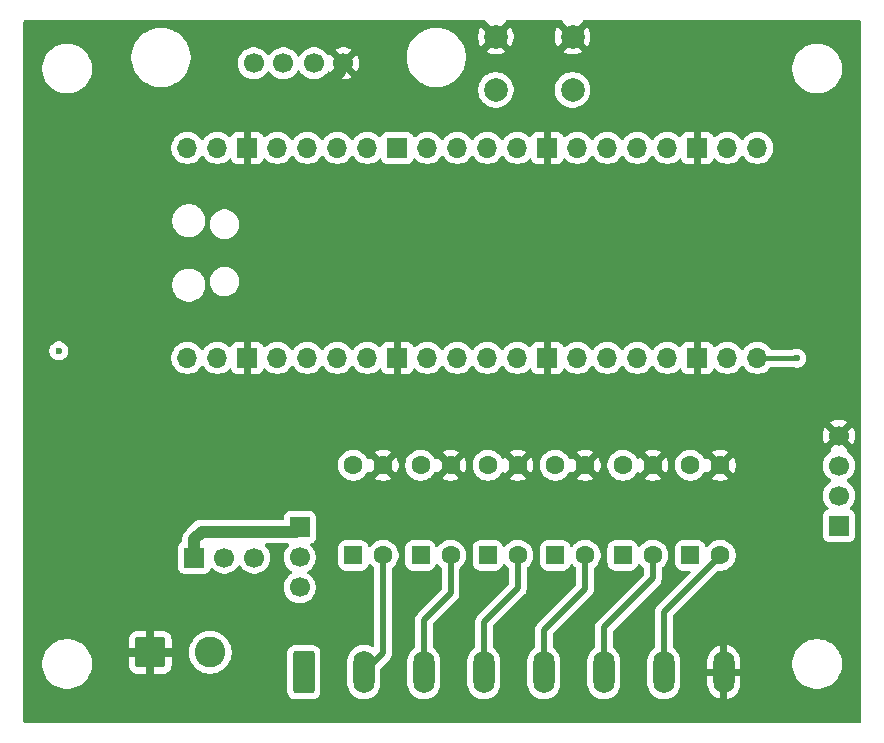
<source format=gbr>
%TF.GenerationSoftware,KiCad,Pcbnew,9.0.2*%
%TF.CreationDate,2025-08-10T10:42:45-04:00*%
%TF.ProjectId,Input_Pico,496e7075-745f-4506-9963-6f2e6b696361,v1*%
%TF.SameCoordinates,Original*%
%TF.FileFunction,Copper,L2,Bot*%
%TF.FilePolarity,Positive*%
%FSLAX46Y46*%
G04 Gerber Fmt 4.6, Leading zero omitted, Abs format (unit mm)*
G04 Created by KiCad (PCBNEW 9.0.2) date 2025-08-10 10:42:45*
%MOMM*%
%LPD*%
G01*
G04 APERTURE LIST*
G04 Aperture macros list*
%AMRoundRect*
0 Rectangle with rounded corners*
0 $1 Rounding radius*
0 $2 $3 $4 $5 $6 $7 $8 $9 X,Y pos of 4 corners*
0 Add a 4 corners polygon primitive as box body*
4,1,4,$2,$3,$4,$5,$6,$7,$8,$9,$2,$3,0*
0 Add four circle primitives for the rounded corners*
1,1,$1+$1,$2,$3*
1,1,$1+$1,$4,$5*
1,1,$1+$1,$6,$7*
1,1,$1+$1,$8,$9*
0 Add four rect primitives between the rounded corners*
20,1,$1+$1,$2,$3,$4,$5,0*
20,1,$1+$1,$4,$5,$6,$7,0*
20,1,$1+$1,$6,$7,$8,$9,0*
20,1,$1+$1,$8,$9,$2,$3,0*%
G04 Aperture macros list end*
%TA.AperFunction,ComponentPad*%
%ADD10O,1.700000X1.700000*%
%TD*%
%TA.AperFunction,ComponentPad*%
%ADD11R,1.700000X1.700000*%
%TD*%
%TA.AperFunction,ComponentPad*%
%ADD12C,1.700000*%
%TD*%
%TA.AperFunction,ComponentPad*%
%ADD13RoundRect,0.250000X0.550000X-0.550000X0.550000X0.550000X-0.550000X0.550000X-0.550000X-0.550000X0*%
%TD*%
%TA.AperFunction,ComponentPad*%
%ADD14C,1.600000*%
%TD*%
%TA.AperFunction,ComponentPad*%
%ADD15RoundRect,0.250000X-1.050000X-1.050000X1.050000X-1.050000X1.050000X1.050000X-1.050000X1.050000X0*%
%TD*%
%TA.AperFunction,ComponentPad*%
%ADD16C,2.600000*%
%TD*%
%TA.AperFunction,ComponentPad*%
%ADD17RoundRect,0.250000X-0.650000X-1.550000X0.650000X-1.550000X0.650000X1.550000X-0.650000X1.550000X0*%
%TD*%
%TA.AperFunction,ComponentPad*%
%ADD18O,1.800000X3.600000*%
%TD*%
%TA.AperFunction,ComponentPad*%
%ADD19C,2.000000*%
%TD*%
%TA.AperFunction,ViaPad*%
%ADD20C,0.600000*%
%TD*%
%TA.AperFunction,Conductor*%
%ADD21C,0.500000*%
%TD*%
%TA.AperFunction,Conductor*%
%ADD22C,1.000000*%
%TD*%
%TA.AperFunction,Conductor*%
%ADD23C,0.400000*%
%TD*%
G04 APERTURE END LIST*
D10*
%TO.P,U1,1,GPIO0*%
%TO.N,unconnected-(U1-GPIO0-Pad1)*%
X86470000Y-124090000D03*
%TO.P,U1,2,GPIO1*%
%TO.N,unconnected-(U1-GPIO1-Pad2)*%
X89010000Y-124090000D03*
D11*
%TO.P,U1,3,GND*%
%TO.N,GND*%
X91550000Y-124090000D03*
D10*
%TO.P,U1,4,GPIO2*%
%TO.N,Net-(D3-A)*%
X94090000Y-124090000D03*
%TO.P,U1,5,GPIO3*%
%TO.N,unconnected-(U1-GPIO3-Pad5)*%
X96630000Y-124090000D03*
%TO.P,U1,6,GPIO4*%
%TO.N,IO4*%
X99170000Y-124090000D03*
%TO.P,U1,7,GPIO5*%
%TO.N,unconnected-(U1-GPIO5-Pad7)*%
X101710000Y-124090000D03*
D11*
%TO.P,U1,8,GND*%
%TO.N,GND*%
X104250000Y-124090000D03*
D10*
%TO.P,U1,9,GPIO6*%
%TO.N,IO6*%
X106790000Y-124090000D03*
%TO.P,U1,10,GPIO7*%
%TO.N,IO7*%
X109330000Y-124090000D03*
%TO.P,U1,11,GPIO8*%
%TO.N,unconnected-(U1-GPIO8-Pad11)*%
X111870000Y-124090000D03*
%TO.P,U1,12,GPIO9*%
%TO.N,IO9*%
X114410000Y-124090000D03*
D11*
%TO.P,U1,13,GND*%
%TO.N,GND*%
X116950000Y-124090000D03*
D10*
%TO.P,U1,14,GPIO10*%
%TO.N,unconnected-(U1-GPIO10-Pad14)*%
X119490000Y-124090000D03*
%TO.P,U1,15,GPIO11*%
%TO.N,IO11*%
X122030000Y-124090000D03*
%TO.P,U1,16,GPIO12*%
%TO.N,unconnected-(U1-GPIO12-Pad16)*%
X124570000Y-124090000D03*
%TO.P,U1,17,GPIO13*%
%TO.N,IO13*%
X127110000Y-124090000D03*
D11*
%TO.P,U1,18,GND*%
%TO.N,GND*%
X129650000Y-124090000D03*
D10*
%TO.P,U1,19,GPIO14*%
%TO.N,unconnected-(U1-GPIO14-Pad19)*%
X132190000Y-124090000D03*
%TO.P,U1,20,GPIO15*%
%TO.N,Net-(J4-Pin_2)*%
X134730000Y-124090000D03*
%TO.P,U1,21,GPIO16*%
%TO.N,unconnected-(U1-GPIO16-Pad21)*%
X134730000Y-106310000D03*
%TO.P,U1,22,GPIO17*%
%TO.N,unconnected-(U1-GPIO17-Pad22)*%
X132190000Y-106310000D03*
D11*
%TO.P,U1,23,GND*%
%TO.N,GND*%
X129650000Y-106310000D03*
D10*
%TO.P,U1,24,GPIO18*%
%TO.N,unconnected-(U1-GPIO18-Pad24)*%
X127110000Y-106310000D03*
%TO.P,U1,25,GPIO19*%
%TO.N,unconnected-(U1-GPIO19-Pad25)*%
X124570000Y-106310000D03*
%TO.P,U1,26,GPIO20*%
%TO.N,unconnected-(U1-GPIO20-Pad26)*%
X122030000Y-106310000D03*
%TO.P,U1,27,GPIO21*%
%TO.N,unconnected-(U1-GPIO21-Pad27)*%
X119490000Y-106310000D03*
D11*
%TO.P,U1,28,GND*%
%TO.N,GND*%
X116950000Y-106310000D03*
D10*
%TO.P,U1,29,GPIO22*%
%TO.N,unconnected-(U1-GPIO22-Pad29)*%
X114410000Y-106310000D03*
%TO.P,U1,30,RUN*%
%TO.N,Net-(U1-RUN)*%
X111870000Y-106310000D03*
%TO.P,U1,31,GPIO26_ADC0*%
%TO.N,/Micro/SDA*%
X109330000Y-106310000D03*
%TO.P,U1,32,GPIO27_ADC1*%
%TO.N,/Micro/SCL*%
X106790000Y-106310000D03*
D11*
%TO.P,U1,33,AGND*%
%TO.N,unconnected-(U1-AGND-Pad33)*%
X104250000Y-106310000D03*
D10*
%TO.P,U1,34,GPIO28_ADC2*%
%TO.N,unconnected-(U1-GPIO28_ADC2-Pad34)*%
X101710000Y-106310000D03*
%TO.P,U1,35,ADC_VREF*%
%TO.N,unconnected-(U1-ADC_VREF-Pad35)*%
X99170000Y-106310000D03*
%TO.P,U1,36,3V3*%
%TO.N,+3V3*%
X96630000Y-106310000D03*
%TO.P,U1,37,3V3_EN*%
%TO.N,unconnected-(U1-3V3_EN-Pad37)*%
X94090000Y-106310000D03*
D11*
%TO.P,U1,38,GND*%
%TO.N,GND*%
X91550000Y-106310000D03*
D10*
%TO.P,U1,39,VSYS*%
%TO.N,+5V*%
X89010000Y-106310000D03*
%TO.P,U1,40,VBUS*%
%TO.N,unconnected-(U1-VBUS-Pad40)*%
X86470000Y-106310000D03*
%TD*%
D11*
%TO.P,J1,1,Pin_1*%
%TO.N,+5V*%
X96000000Y-138440000D03*
D12*
%TO.P,J1,2,Pin_2*%
%TO.N,/B_PWR_F*%
X96000000Y-140980000D03*
%TO.P,J1,3,Pin_3*%
%TO.N,VIN2*%
X96000000Y-143520000D03*
%TD*%
D11*
%TO.P,J4,1,Pin_1*%
%TO.N,+3V3*%
X141650000Y-138295000D03*
D12*
%TO.P,J4,2,Pin_2*%
%TO.N,Net-(J4-Pin_2)*%
X141650000Y-135755000D03*
%TO.P,J4,3,Pin_3*%
%TO.N,unconnected-(J4-Pin_3-Pad3)*%
X141650000Y-133215000D03*
%TO.P,J4,4,Pin_4*%
%TO.N,GND*%
X141650000Y-130675000D03*
%TD*%
D13*
%TO.P,U7,1*%
%TO.N,Net-(R6-Pad2)*%
X117625000Y-140810000D03*
D14*
%TO.P,U7,2*%
%TO.N,IN3*%
X120165000Y-140810000D03*
%TO.P,U7,3*%
%TO.N,GND*%
X120165000Y-133190000D03*
%TO.P,U7,4*%
%TO.N,IO9*%
X117625000Y-133190000D03*
%TD*%
D13*
%TO.P,U6,1*%
%TO.N,Net-(R5-Pad2)*%
X111925000Y-140805000D03*
D14*
%TO.P,U6,2*%
%TO.N,IN2*%
X114465000Y-140805000D03*
%TO.P,U6,3*%
%TO.N,GND*%
X114465000Y-133185000D03*
%TO.P,U6,4*%
%TO.N,IO7*%
X111925000Y-133185000D03*
%TD*%
D13*
%TO.P,U5,1*%
%TO.N,Net-(R4-Pad2)*%
X106225000Y-140805000D03*
D14*
%TO.P,U5,2*%
%TO.N,IN1*%
X108765000Y-140805000D03*
%TO.P,U5,3*%
%TO.N,GND*%
X108765000Y-133185000D03*
%TO.P,U5,4*%
%TO.N,IO6*%
X106225000Y-133185000D03*
%TD*%
D15*
%TO.P,TB1,1,P1*%
%TO.N,GND*%
X83345000Y-149025000D03*
D16*
%TO.P,TB1,2,P2*%
%TO.N,VIN1*%
X88425000Y-149025000D03*
%TD*%
D13*
%TO.P,U8,1*%
%TO.N,Net-(R7-Pad2)*%
X123350000Y-140810000D03*
D14*
%TO.P,U8,2*%
%TO.N,IN4*%
X125890000Y-140810000D03*
%TO.P,U8,3*%
%TO.N,GND*%
X125890000Y-133190000D03*
%TO.P,U8,4*%
%TO.N,IO11*%
X123350000Y-133190000D03*
%TD*%
D13*
%TO.P,U9,1*%
%TO.N,Net-(R8-Pad2)*%
X129065000Y-140805000D03*
D14*
%TO.P,U9,2*%
%TO.N,IN5*%
X131605000Y-140805000D03*
%TO.P,U9,3*%
%TO.N,GND*%
X131605000Y-133185000D03*
%TO.P,U9,4*%
%TO.N,IO13*%
X129065000Y-133185000D03*
%TD*%
D17*
%TO.P,J5,1,Pin_1*%
%TO.N,B_PWR*%
X96345000Y-150705000D03*
D18*
%TO.P,J5,2,Pin_2*%
%TO.N,IN0*%
X101425000Y-150705000D03*
%TO.P,J5,3,Pin_3*%
%TO.N,IN1*%
X106505000Y-150705000D03*
%TO.P,J5,4,Pin_4*%
%TO.N,IN2*%
X111585000Y-150705000D03*
%TO.P,J5,5,Pin_5*%
%TO.N,IN3*%
X116665000Y-150705000D03*
%TO.P,J5,6,Pin_6*%
%TO.N,IN4*%
X121745000Y-150705000D03*
%TO.P,J5,7,Pin_7*%
%TO.N,IN5*%
X126825000Y-150705000D03*
%TO.P,J5,8,Pin_8*%
%TO.N,GND*%
X131905000Y-150705000D03*
%TD*%
D19*
%TO.P,SW1,1,1*%
%TO.N,Net-(U1-RUN)*%
X119100000Y-101400000D03*
X112600000Y-101400000D03*
%TO.P,SW1,2,2*%
%TO.N,GND*%
X119100000Y-96900000D03*
X112600000Y-96900000D03*
%TD*%
D11*
%TO.P,J2,1,Pin_1*%
%TO.N,+5V*%
X87070000Y-141000000D03*
D12*
%TO.P,J2,2,Pin_2*%
%TO.N,/VIN*%
X89610000Y-141000000D03*
%TO.P,J2,3,Pin_3*%
%TO.N,VIN2*%
X92150000Y-141000000D03*
%TD*%
%TO.P,J3,1,Pin_1*%
%TO.N,/Micro/SDA*%
X92100000Y-99150000D03*
%TO.P,J3,2,Pin_2*%
%TO.N,/Micro/SCL*%
X94600000Y-99150000D03*
%TO.P,J3,3,Pin_3*%
%TO.N,+3V3*%
X97200000Y-99150000D03*
%TO.P,J3,4,Pin_4*%
%TO.N,GND*%
X99700000Y-99150000D03*
%TD*%
D13*
%TO.P,U4,1*%
%TO.N,Net-(R3-Pad2)*%
X100525000Y-140805000D03*
D14*
%TO.P,U4,2*%
%TO.N,IN0*%
X103065000Y-140805000D03*
%TO.P,U4,3*%
%TO.N,GND*%
X103065000Y-133185000D03*
%TO.P,U4,4*%
%TO.N,IO4*%
X100525000Y-133185000D03*
%TD*%
D20*
%TO.N,*%
X75600000Y-123500000D03*
%TO.N,GND*%
X89750000Y-131150000D03*
X89850000Y-129750000D03*
X89775000Y-136975000D03*
X86981250Y-136975000D03*
X81575000Y-136375000D03*
X78400000Y-140510000D03*
X83400000Y-136975000D03*
X81575000Y-135035000D03*
X89850000Y-132600000D03*
X84543750Y-129125000D03*
X79900000Y-136350000D03*
X84593750Y-136975000D03*
X81575000Y-132355000D03*
X86931250Y-129125000D03*
X83350000Y-129125000D03*
X81575000Y-131015000D03*
X88125000Y-129125000D03*
X88175000Y-136975000D03*
X94220000Y-136440000D03*
X78400000Y-139310000D03*
X78400000Y-138200000D03*
X89850000Y-134025000D03*
X94700000Y-130700000D03*
X81575000Y-133695000D03*
X85787500Y-136975000D03*
X94220000Y-135460000D03*
X81575000Y-129675000D03*
X89850000Y-135325000D03*
X85737500Y-129125000D03*
%TO.N,Net-(J4-Pin_2)*%
X138075000Y-124125000D03*
%TD*%
D21*
%TO.N,GND*%
X135650000Y-140850000D02*
X135650000Y-137230000D01*
X125890000Y-133210000D02*
X125890000Y-133190000D01*
X91550000Y-101850000D02*
X91550000Y-106310000D01*
X108785000Y-133185000D02*
X111050000Y-135450000D01*
X99700000Y-99150000D02*
X99700000Y-100000000D01*
X89750000Y-131150000D02*
X83920000Y-136980000D01*
X95725000Y-135000000D02*
X95265000Y-135460000D01*
X104250000Y-132000000D02*
X103065000Y-133185000D01*
X106400000Y-135550000D02*
X108765000Y-133185000D01*
X94220000Y-131180000D02*
X94700000Y-130700000D01*
X117000000Y-100800000D02*
X116950000Y-100850000D01*
X114535000Y-133185000D02*
X116850000Y-135500000D01*
X104250000Y-124090000D02*
X104250000Y-132000000D01*
X129750000Y-131350000D02*
X129750000Y-124190000D01*
X116950000Y-124090000D02*
X116950000Y-106310000D01*
X131585000Y-133185000D02*
X129750000Y-131350000D01*
X88125000Y-129125000D02*
X90075000Y-129125000D01*
X112600000Y-96900000D02*
X113850000Y-98150000D01*
X113850000Y-98150000D02*
X115950000Y-98150000D01*
X103065000Y-133185000D02*
X105430000Y-135550000D01*
X101275000Y-134975000D02*
X98225000Y-134975000D01*
X135650000Y-137230000D02*
X131605000Y-133185000D01*
X114465000Y-133185000D02*
X114535000Y-133185000D01*
X115950000Y-98150000D02*
X116950000Y-99150000D01*
X119100000Y-96900000D02*
X119100000Y-97000000D01*
X129650000Y-106310000D02*
X129650000Y-124090000D01*
X83400000Y-136975000D02*
X94220000Y-136975000D01*
X122500000Y-135550000D02*
X123550000Y-135550000D01*
X105430000Y-135550000D02*
X106400000Y-135550000D01*
X117000000Y-99100000D02*
X117000000Y-100800000D01*
X103065000Y-133185000D02*
X101275000Y-134975000D01*
X95265000Y-135460000D02*
X94220000Y-135460000D01*
X123550000Y-135550000D02*
X125890000Y-133210000D01*
X91550000Y-127550000D02*
X91550000Y-124090000D01*
X131605000Y-133185000D02*
X131605000Y-133195000D01*
X83405000Y-136980000D02*
X83400000Y-136975000D01*
X116950000Y-99150000D02*
X116950000Y-106310000D01*
X117850000Y-135500000D02*
X120160000Y-133190000D01*
X98200000Y-135000000D02*
X95725000Y-135000000D01*
X131905000Y-150705000D02*
X131905000Y-153595000D01*
X119100000Y-97000000D02*
X117000000Y-99100000D01*
X83410000Y-136985000D02*
X83400000Y-136975000D01*
X131905000Y-144595000D02*
X135650000Y-140850000D01*
X99700000Y-100000000D02*
X97850000Y-101850000D01*
X90075000Y-129125000D02*
X91550000Y-127650000D01*
X131350000Y-154150000D02*
X83410000Y-154150000D01*
X83410000Y-154150000D02*
X83410000Y-136985000D01*
X120165000Y-133215000D02*
X122500000Y-135550000D01*
X94220000Y-136975000D02*
X94220000Y-131180000D01*
X131905000Y-153595000D02*
X131350000Y-154150000D01*
X97850000Y-101850000D02*
X91550000Y-101850000D01*
X98225000Y-134975000D02*
X98200000Y-135000000D01*
X131605000Y-133195000D02*
X129250000Y-135550000D01*
X129250000Y-135550000D02*
X128250000Y-135550000D01*
X116950000Y-130700000D02*
X114465000Y-133185000D01*
X94700000Y-130700000D02*
X91550000Y-127550000D01*
X116950000Y-124090000D02*
X116950000Y-130700000D01*
X112200000Y-135450000D02*
X114465000Y-133185000D01*
X131905000Y-150705000D02*
X131905000Y-144595000D01*
X129750000Y-124190000D02*
X129650000Y-124090000D01*
X120165000Y-133190000D02*
X120165000Y-133215000D01*
X120160000Y-133190000D02*
X120165000Y-133190000D01*
X111050000Y-135450000D02*
X112200000Y-135450000D01*
X88125000Y-129275000D02*
X89750000Y-130900000D01*
X83920000Y-136980000D02*
X83405000Y-136980000D01*
X88125000Y-129125000D02*
X88125000Y-129275000D01*
X116850000Y-135500000D02*
X117850000Y-135500000D01*
X89750000Y-130900000D02*
X89750000Y-131150000D01*
X91550000Y-127650000D02*
X91550000Y-124090000D01*
X108765000Y-133185000D02*
X108785000Y-133185000D01*
X91550000Y-106310000D02*
X91550000Y-124090000D01*
X128250000Y-135550000D02*
X125890000Y-133190000D01*
X131605000Y-133185000D02*
X131585000Y-133185000D01*
D22*
%TO.N,+5V*%
X96000000Y-138440000D02*
X95640000Y-138800000D01*
X87050000Y-139430000D02*
X87050000Y-140980000D01*
X87680000Y-138800000D02*
X87050000Y-139430000D01*
X95640000Y-138800000D02*
X87680000Y-138800000D01*
X87050000Y-140980000D02*
X87070000Y-141000000D01*
D21*
%TO.N,IN3*%
X120165000Y-143635000D02*
X116665000Y-147135000D01*
X116665000Y-147135000D02*
X116665000Y-150705000D01*
X120165000Y-140810000D02*
X120165000Y-143635000D01*
%TO.N,IN4*%
X125890000Y-140810000D02*
X125890000Y-142760000D01*
X125890000Y-142760000D02*
X121745000Y-146905000D01*
X121745000Y-146905000D02*
X121745000Y-150705000D01*
%TO.N,IN5*%
X126825000Y-145625000D02*
X126825000Y-150705000D01*
X131605000Y-140845000D02*
X126825000Y-145625000D01*
X131605000Y-140805000D02*
X131605000Y-140845000D01*
%TO.N,IN0*%
X103065000Y-149065000D02*
X101425000Y-150705000D01*
X103065000Y-140805000D02*
X103065000Y-149065000D01*
%TO.N,IN2*%
X114465000Y-140805000D02*
X114465000Y-143585000D01*
X114465000Y-143585000D02*
X111600000Y-146450000D01*
X111600000Y-150690000D02*
X111585000Y-150705000D01*
X111600000Y-146450000D02*
X111600000Y-150690000D01*
%TO.N,IN1*%
X108765000Y-144035000D02*
X106500000Y-146300000D01*
X106505000Y-146305000D02*
X106505000Y-150705000D01*
X106500000Y-146300000D02*
X106505000Y-146305000D01*
X108765000Y-140805000D02*
X108765000Y-144035000D01*
D23*
%TO.N,Net-(J4-Pin_2)*%
X138075000Y-124125000D02*
X134765000Y-124125000D01*
X134765000Y-124125000D02*
X134730000Y-124090000D01*
%TD*%
%TA.AperFunction,Conductor*%
%TO.N,GND*%
G36*
X111716321Y-95520185D02*
G01*
X111762076Y-95572989D01*
X111772900Y-95634228D01*
X111771848Y-95647585D01*
X112485533Y-96361269D01*
X112387708Y-96387482D01*
X112262292Y-96459890D01*
X112159890Y-96562292D01*
X112087482Y-96687708D01*
X112061269Y-96785532D01*
X111347585Y-96071848D01*
X111347584Y-96071849D01*
X111317087Y-96113824D01*
X111209897Y-96324197D01*
X111136934Y-96548752D01*
X111100000Y-96781947D01*
X111100000Y-97018052D01*
X111136934Y-97251247D01*
X111209897Y-97475802D01*
X111317081Y-97686163D01*
X111317089Y-97686176D01*
X111347584Y-97728149D01*
X111347586Y-97728150D01*
X112061269Y-97014466D01*
X112087482Y-97112292D01*
X112159890Y-97237708D01*
X112262292Y-97340110D01*
X112387708Y-97412518D01*
X112485533Y-97438730D01*
X111771849Y-98152413D01*
X111813828Y-98182914D01*
X112024197Y-98290102D01*
X112248752Y-98363065D01*
X112248751Y-98363065D01*
X112481948Y-98400000D01*
X112718052Y-98400000D01*
X112951247Y-98363065D01*
X113175802Y-98290102D01*
X113386171Y-98182914D01*
X113428149Y-98152413D01*
X112714466Y-97438730D01*
X112812292Y-97412518D01*
X112937708Y-97340110D01*
X113040110Y-97237708D01*
X113112518Y-97112292D01*
X113138730Y-97014466D01*
X113852413Y-97728149D01*
X113882914Y-97686171D01*
X113990102Y-97475802D01*
X114063065Y-97251247D01*
X114100000Y-97018052D01*
X114100000Y-96781947D01*
X114063065Y-96548752D01*
X113990102Y-96324197D01*
X113882914Y-96113828D01*
X113852413Y-96071849D01*
X113138730Y-96785532D01*
X113112518Y-96687708D01*
X113040110Y-96562292D01*
X112937708Y-96459890D01*
X112812292Y-96387482D01*
X112714467Y-96361269D01*
X113428150Y-95647585D01*
X113427099Y-95634228D01*
X113441464Y-95565851D01*
X113490515Y-95516095D01*
X113550717Y-95500500D01*
X118149282Y-95500500D01*
X118216321Y-95520185D01*
X118262076Y-95572989D01*
X118272900Y-95634228D01*
X118271848Y-95647585D01*
X118985533Y-96361269D01*
X118887708Y-96387482D01*
X118762292Y-96459890D01*
X118659890Y-96562292D01*
X118587482Y-96687708D01*
X118561269Y-96785532D01*
X117847585Y-96071848D01*
X117847584Y-96071849D01*
X117817087Y-96113824D01*
X117709897Y-96324197D01*
X117636934Y-96548752D01*
X117600000Y-96781947D01*
X117600000Y-97018052D01*
X117636934Y-97251247D01*
X117709897Y-97475802D01*
X117817081Y-97686163D01*
X117817089Y-97686176D01*
X117847584Y-97728149D01*
X117847586Y-97728150D01*
X118561269Y-97014466D01*
X118587482Y-97112292D01*
X118659890Y-97237708D01*
X118762292Y-97340110D01*
X118887708Y-97412518D01*
X118985533Y-97438730D01*
X118271849Y-98152413D01*
X118313828Y-98182914D01*
X118524197Y-98290102D01*
X118748752Y-98363065D01*
X118748751Y-98363065D01*
X118981948Y-98400000D01*
X119218052Y-98400000D01*
X119451247Y-98363065D01*
X119675802Y-98290102D01*
X119886171Y-98182914D01*
X119928149Y-98152413D01*
X119214466Y-97438730D01*
X119312292Y-97412518D01*
X119437708Y-97340110D01*
X119540110Y-97237708D01*
X119612518Y-97112292D01*
X119638730Y-97014466D01*
X120352413Y-97728149D01*
X120382914Y-97686171D01*
X120490102Y-97475802D01*
X120563065Y-97251247D01*
X120600000Y-97018052D01*
X120600000Y-96781947D01*
X120563065Y-96548752D01*
X120490102Y-96324197D01*
X120382914Y-96113828D01*
X120352413Y-96071849D01*
X119638730Y-96785532D01*
X119612518Y-96687708D01*
X119540110Y-96562292D01*
X119437708Y-96459890D01*
X119312292Y-96387482D01*
X119214467Y-96361269D01*
X119928150Y-95647585D01*
X119927099Y-95634228D01*
X119941464Y-95565851D01*
X119990515Y-95516095D01*
X120050717Y-95500500D01*
X143375500Y-95500500D01*
X143442539Y-95520185D01*
X143488294Y-95572989D01*
X143499500Y-95624500D01*
X143499500Y-154875500D01*
X143479815Y-154942539D01*
X143427011Y-154988294D01*
X143375500Y-154999500D01*
X72724500Y-154999500D01*
X72657461Y-154979815D01*
X72611706Y-154927011D01*
X72600500Y-154875500D01*
X72600500Y-149862332D01*
X74199500Y-149862332D01*
X74199500Y-150137667D01*
X74199501Y-150137684D01*
X74235438Y-150410655D01*
X74235439Y-150410660D01*
X74235440Y-150410666D01*
X74235441Y-150410668D01*
X74306704Y-150676630D01*
X74412075Y-150931017D01*
X74412080Y-150931028D01*
X74494284Y-151073408D01*
X74549751Y-151169479D01*
X74549753Y-151169482D01*
X74549754Y-151169483D01*
X74717370Y-151387926D01*
X74717376Y-151387933D01*
X74912066Y-151582623D01*
X74912072Y-151582628D01*
X75130521Y-151750249D01*
X75283778Y-151838732D01*
X75368971Y-151887919D01*
X75368976Y-151887921D01*
X75368979Y-151887923D01*
X75623368Y-151993295D01*
X75889334Y-152064560D01*
X76162326Y-152100500D01*
X76162333Y-152100500D01*
X76437667Y-152100500D01*
X76437674Y-152100500D01*
X76710666Y-152064560D01*
X76976632Y-151993295D01*
X77231021Y-151887923D01*
X77469479Y-151750249D01*
X77687928Y-151582628D01*
X77882628Y-151387928D01*
X78050249Y-151169479D01*
X78187923Y-150931021D01*
X78293295Y-150676632D01*
X78364560Y-150410666D01*
X78400500Y-150137674D01*
X78400500Y-149862326D01*
X78364560Y-149589334D01*
X78293295Y-149323368D01*
X78187923Y-149068979D01*
X78050249Y-148830521D01*
X77882628Y-148612072D01*
X77882623Y-148612066D01*
X77687933Y-148417376D01*
X77687926Y-148417370D01*
X77469483Y-148249754D01*
X77469482Y-148249753D01*
X77469479Y-148249751D01*
X77374407Y-148194861D01*
X77231028Y-148112080D01*
X77231017Y-148112075D01*
X77048382Y-148036425D01*
X76976630Y-148006704D01*
X76843649Y-147971072D01*
X76710666Y-147935440D01*
X76710660Y-147935439D01*
X76710655Y-147935438D01*
X76631469Y-147925013D01*
X81545000Y-147925013D01*
X81545000Y-148675000D01*
X82797115Y-148675000D01*
X82768978Y-148717110D01*
X82719979Y-148835402D01*
X82695000Y-148960981D01*
X82695000Y-149089019D01*
X82719979Y-149214598D01*
X82768978Y-149332890D01*
X82797115Y-149375000D01*
X81545001Y-149375000D01*
X81545001Y-150124986D01*
X81555494Y-150227697D01*
X81610641Y-150394119D01*
X81610643Y-150394124D01*
X81702684Y-150543345D01*
X81826654Y-150667315D01*
X81975875Y-150759356D01*
X81975880Y-150759358D01*
X82142302Y-150814505D01*
X82142309Y-150814506D01*
X82245019Y-150824999D01*
X82994999Y-150824999D01*
X82995000Y-150824998D01*
X82995000Y-149572885D01*
X83037110Y-149601022D01*
X83155402Y-149650021D01*
X83280981Y-149675000D01*
X83409019Y-149675000D01*
X83534598Y-149650021D01*
X83652890Y-149601022D01*
X83695000Y-149572885D01*
X83695000Y-150824999D01*
X84444972Y-150824999D01*
X84444986Y-150824998D01*
X84547697Y-150814505D01*
X84714119Y-150759358D01*
X84714124Y-150759356D01*
X84863345Y-150667315D01*
X84987315Y-150543345D01*
X85079356Y-150394124D01*
X85079358Y-150394119D01*
X85134505Y-150227697D01*
X85134506Y-150227690D01*
X85144999Y-150124986D01*
X85145000Y-150124973D01*
X85145000Y-149375000D01*
X83892885Y-149375000D01*
X83921022Y-149332890D01*
X83970021Y-149214598D01*
X83995000Y-149089019D01*
X83995000Y-148960981D01*
X83984262Y-148906995D01*
X86624500Y-148906995D01*
X86624500Y-149143004D01*
X86624501Y-149143020D01*
X86655306Y-149377010D01*
X86716394Y-149604993D01*
X86806714Y-149823045D01*
X86806719Y-149823056D01*
X86877677Y-149945957D01*
X86924727Y-150027450D01*
X86924729Y-150027453D01*
X86924730Y-150027454D01*
X87068406Y-150214697D01*
X87068412Y-150214704D01*
X87235295Y-150381587D01*
X87235302Y-150381593D01*
X87281744Y-150417229D01*
X87422550Y-150525273D01*
X87553918Y-150601118D01*
X87626943Y-150643280D01*
X87626948Y-150643282D01*
X87626951Y-150643284D01*
X87845007Y-150733606D01*
X88072986Y-150794693D01*
X88306989Y-150825500D01*
X88306996Y-150825500D01*
X88543004Y-150825500D01*
X88543011Y-150825500D01*
X88777014Y-150794693D01*
X89004993Y-150733606D01*
X89223049Y-150643284D01*
X89427450Y-150525273D01*
X89614699Y-150381592D01*
X89781592Y-150214699D01*
X89925273Y-150027450D01*
X90043284Y-149823049D01*
X90133606Y-149604993D01*
X90194693Y-149377014D01*
X90225500Y-149143011D01*
X90225500Y-149104983D01*
X94944500Y-149104983D01*
X94944500Y-152305001D01*
X94944501Y-152305018D01*
X94955000Y-152407796D01*
X94955001Y-152407799D01*
X94991308Y-152517365D01*
X95010186Y-152574334D01*
X95102288Y-152723656D01*
X95226344Y-152847712D01*
X95375666Y-152939814D01*
X95542203Y-152994999D01*
X95644991Y-153005500D01*
X97045008Y-153005499D01*
X97147797Y-152994999D01*
X97314334Y-152939814D01*
X97463656Y-152847712D01*
X97587712Y-152723656D01*
X97679814Y-152574334D01*
X97734999Y-152407797D01*
X97745500Y-152305009D01*
X97745499Y-149104992D01*
X97742024Y-149070978D01*
X97734999Y-149002203D01*
X97734998Y-149002200D01*
X97722648Y-148964931D01*
X97679814Y-148835666D01*
X97587712Y-148686344D01*
X97463656Y-148562288D01*
X97370888Y-148505069D01*
X97314336Y-148470187D01*
X97314331Y-148470185D01*
X97312862Y-148469698D01*
X97147797Y-148415001D01*
X97147795Y-148415000D01*
X97045010Y-148404500D01*
X95644998Y-148404500D01*
X95644981Y-148404501D01*
X95542203Y-148415000D01*
X95542200Y-148415001D01*
X95375668Y-148470185D01*
X95375663Y-148470187D01*
X95226342Y-148562289D01*
X95102289Y-148686342D01*
X95010187Y-148835663D01*
X95010186Y-148835666D01*
X94955001Y-149002203D01*
X94955001Y-149002204D01*
X94955000Y-149002204D01*
X94944500Y-149104983D01*
X90225500Y-149104983D01*
X90225500Y-148906989D01*
X90194693Y-148672986D01*
X90133606Y-148445007D01*
X90043284Y-148226951D01*
X90043282Y-148226948D01*
X90043280Y-148226943D01*
X89976960Y-148112075D01*
X89925273Y-148022550D01*
X89781592Y-147835301D01*
X89781587Y-147835295D01*
X89614704Y-147668412D01*
X89614697Y-147668406D01*
X89427454Y-147524730D01*
X89427453Y-147524729D01*
X89427450Y-147524727D01*
X89290861Y-147445867D01*
X89223056Y-147406719D01*
X89223045Y-147406714D01*
X89004993Y-147316394D01*
X88777010Y-147255306D01*
X88543020Y-147224501D01*
X88543017Y-147224500D01*
X88543011Y-147224500D01*
X88306989Y-147224500D01*
X88306983Y-147224500D01*
X88306979Y-147224501D01*
X88072989Y-147255306D01*
X87845006Y-147316394D01*
X87626954Y-147406714D01*
X87626943Y-147406719D01*
X87422545Y-147524730D01*
X87235302Y-147668406D01*
X87235295Y-147668412D01*
X87068412Y-147835295D01*
X87068406Y-147835302D01*
X86924730Y-148022545D01*
X86806719Y-148226943D01*
X86806714Y-148226954D01*
X86716394Y-148445006D01*
X86655306Y-148672989D01*
X86624501Y-148906979D01*
X86624500Y-148906995D01*
X83984262Y-148906995D01*
X83970021Y-148835402D01*
X83921022Y-148717110D01*
X83892885Y-148675000D01*
X85144999Y-148675000D01*
X85144999Y-147925028D01*
X85144998Y-147925013D01*
X85134505Y-147822302D01*
X85079358Y-147655880D01*
X85079356Y-147655875D01*
X84987315Y-147506654D01*
X84863345Y-147382684D01*
X84714124Y-147290643D01*
X84714119Y-147290641D01*
X84547697Y-147235494D01*
X84547690Y-147235493D01*
X84444986Y-147225000D01*
X83695000Y-147225000D01*
X83695000Y-148477114D01*
X83652890Y-148448978D01*
X83534598Y-148399979D01*
X83409019Y-148375000D01*
X83280981Y-148375000D01*
X83155402Y-148399979D01*
X83037110Y-148448978D01*
X82995000Y-148477114D01*
X82995000Y-147225000D01*
X82245028Y-147225000D01*
X82245012Y-147225001D01*
X82142302Y-147235494D01*
X81975880Y-147290641D01*
X81975875Y-147290643D01*
X81826654Y-147382684D01*
X81702684Y-147506654D01*
X81610643Y-147655875D01*
X81610641Y-147655880D01*
X81555494Y-147822302D01*
X81555493Y-147822309D01*
X81545000Y-147925013D01*
X76631469Y-147925013D01*
X76437684Y-147899501D01*
X76437679Y-147899500D01*
X76437674Y-147899500D01*
X76162326Y-147899500D01*
X76162320Y-147899500D01*
X76162315Y-147899501D01*
X75889344Y-147935438D01*
X75889337Y-147935439D01*
X75889334Y-147935440D01*
X75833125Y-147950500D01*
X75623369Y-148006704D01*
X75368982Y-148112075D01*
X75368971Y-148112080D01*
X75130516Y-148249754D01*
X74912073Y-148417370D01*
X74912066Y-148417376D01*
X74717376Y-148612066D01*
X74717370Y-148612073D01*
X74549754Y-148830516D01*
X74412080Y-149068971D01*
X74412075Y-149068982D01*
X74306704Y-149323369D01*
X74235441Y-149589331D01*
X74235438Y-149589344D01*
X74199501Y-149862315D01*
X74199500Y-149862332D01*
X72600500Y-149862332D01*
X72600500Y-140102135D01*
X85719500Y-140102135D01*
X85719500Y-141897870D01*
X85719501Y-141897876D01*
X85725908Y-141957483D01*
X85776202Y-142092328D01*
X85776206Y-142092335D01*
X85862452Y-142207544D01*
X85862455Y-142207547D01*
X85977664Y-142293793D01*
X85977671Y-142293797D01*
X86112517Y-142344091D01*
X86112516Y-142344091D01*
X86119444Y-142344835D01*
X86172127Y-142350500D01*
X87967872Y-142350499D01*
X88027483Y-142344091D01*
X88162331Y-142293796D01*
X88277546Y-142207546D01*
X88363796Y-142092331D01*
X88412810Y-141960916D01*
X88454681Y-141904984D01*
X88520145Y-141880566D01*
X88588418Y-141895417D01*
X88616673Y-141916569D01*
X88730213Y-142030109D01*
X88902179Y-142155048D01*
X88902181Y-142155049D01*
X88902184Y-142155051D01*
X89091588Y-142251557D01*
X89293757Y-142317246D01*
X89503713Y-142350500D01*
X89503714Y-142350500D01*
X89716286Y-142350500D01*
X89716287Y-142350500D01*
X89926243Y-142317246D01*
X90128412Y-142251557D01*
X90317816Y-142155051D01*
X90379137Y-142110499D01*
X90489786Y-142030109D01*
X90489788Y-142030106D01*
X90489792Y-142030104D01*
X90640104Y-141879792D01*
X90640106Y-141879788D01*
X90640109Y-141879786D01*
X90765048Y-141707820D01*
X90765047Y-141707820D01*
X90765051Y-141707816D01*
X90769514Y-141699054D01*
X90817488Y-141648259D01*
X90885308Y-141631463D01*
X90951444Y-141653999D01*
X90990486Y-141699056D01*
X90994951Y-141707820D01*
X91119890Y-141879786D01*
X91270213Y-142030109D01*
X91442179Y-142155048D01*
X91442181Y-142155049D01*
X91442184Y-142155051D01*
X91631588Y-142251557D01*
X91833757Y-142317246D01*
X92043713Y-142350500D01*
X92043714Y-142350500D01*
X92256286Y-142350500D01*
X92256287Y-142350500D01*
X92466243Y-142317246D01*
X92668412Y-142251557D01*
X92857816Y-142155051D01*
X92919137Y-142110499D01*
X93029786Y-142030109D01*
X93029788Y-142030106D01*
X93029792Y-142030104D01*
X93180104Y-141879792D01*
X93180106Y-141879788D01*
X93180109Y-141879786D01*
X93305048Y-141707820D01*
X93305047Y-141707820D01*
X93305051Y-141707816D01*
X93401557Y-141518412D01*
X93467246Y-141316243D01*
X93500500Y-141106287D01*
X93500500Y-140893713D01*
X93467246Y-140683757D01*
X93401557Y-140481588D01*
X93305051Y-140292184D01*
X93305049Y-140292181D01*
X93305048Y-140292179D01*
X93180109Y-140120213D01*
X93072077Y-140012181D01*
X93038592Y-139950858D01*
X93043576Y-139881166D01*
X93085448Y-139825233D01*
X93150912Y-139800816D01*
X93159758Y-139800500D01*
X94970242Y-139800500D01*
X95037281Y-139820185D01*
X95083036Y-139872989D01*
X95092980Y-139942147D01*
X95063955Y-140005703D01*
X95057923Y-140012181D01*
X94969894Y-140100209D01*
X94969890Y-140100213D01*
X94844951Y-140272179D01*
X94748444Y-140461585D01*
X94682753Y-140663760D01*
X94676594Y-140702648D01*
X94649500Y-140873713D01*
X94649500Y-141086287D01*
X94682754Y-141296243D01*
X94744609Y-141486613D01*
X94748444Y-141498414D01*
X94844951Y-141687820D01*
X94969890Y-141859786D01*
X95120213Y-142010109D01*
X95292182Y-142135050D01*
X95300946Y-142139516D01*
X95351742Y-142187491D01*
X95368536Y-142255312D01*
X95345998Y-142321447D01*
X95300946Y-142360484D01*
X95292182Y-142364949D01*
X95120213Y-142489890D01*
X94969890Y-142640213D01*
X94844951Y-142812179D01*
X94748444Y-143001585D01*
X94682753Y-143203760D01*
X94649500Y-143413713D01*
X94649500Y-143626286D01*
X94670749Y-143760451D01*
X94682754Y-143836243D01*
X94732871Y-143990488D01*
X94748444Y-144038414D01*
X94844951Y-144227820D01*
X94969890Y-144399786D01*
X95120213Y-144550109D01*
X95292179Y-144675048D01*
X95292181Y-144675049D01*
X95292184Y-144675051D01*
X95481588Y-144771557D01*
X95683757Y-144837246D01*
X95893713Y-144870500D01*
X95893714Y-144870500D01*
X96106286Y-144870500D01*
X96106287Y-144870500D01*
X96316243Y-144837246D01*
X96518412Y-144771557D01*
X96707816Y-144675051D01*
X96729789Y-144659086D01*
X96879786Y-144550109D01*
X96879788Y-144550106D01*
X96879792Y-144550104D01*
X97030104Y-144399792D01*
X97030106Y-144399788D01*
X97030109Y-144399786D01*
X97155048Y-144227820D01*
X97155047Y-144227820D01*
X97155051Y-144227816D01*
X97251557Y-144038412D01*
X97317246Y-143836243D01*
X97350500Y-143626287D01*
X97350500Y-143413713D01*
X97317246Y-143203757D01*
X97251557Y-143001588D01*
X97155051Y-142812184D01*
X97155049Y-142812181D01*
X97155048Y-142812179D01*
X97030109Y-142640213D01*
X96879786Y-142489890D01*
X96707820Y-142364951D01*
X96707115Y-142364591D01*
X96699054Y-142360485D01*
X96648259Y-142312512D01*
X96631463Y-142244692D01*
X96653999Y-142178556D01*
X96699054Y-142139515D01*
X96707816Y-142135051D01*
X96766610Y-142092335D01*
X96879786Y-142010109D01*
X96879788Y-142010106D01*
X96879792Y-142010104D01*
X97030104Y-141859792D01*
X97030106Y-141859788D01*
X97030109Y-141859786D01*
X97155048Y-141687820D01*
X97155047Y-141687820D01*
X97155051Y-141687816D01*
X97251557Y-141498412D01*
X97317246Y-141296243D01*
X97350500Y-141086287D01*
X97350500Y-140873713D01*
X97317246Y-140663757D01*
X97251557Y-140461588D01*
X97155051Y-140272184D01*
X97106227Y-140204983D01*
X99224500Y-140204983D01*
X99224500Y-141405001D01*
X99224501Y-141405018D01*
X99235000Y-141507796D01*
X99235001Y-141507799D01*
X99290185Y-141674331D01*
X99290187Y-141674336D01*
X99310838Y-141707816D01*
X99382288Y-141823656D01*
X99506344Y-141947712D01*
X99655666Y-142039814D01*
X99822203Y-142094999D01*
X99924991Y-142105500D01*
X101125008Y-142105499D01*
X101227797Y-142094999D01*
X101394334Y-142039814D01*
X101543656Y-141947712D01*
X101667712Y-141823656D01*
X101759814Y-141674334D01*
X101786955Y-141592427D01*
X101826726Y-141534984D01*
X101891242Y-141508161D01*
X101960018Y-141520476D01*
X102004977Y-141558547D01*
X102073034Y-141652219D01*
X102217781Y-141796966D01*
X102263384Y-141830098D01*
X102306050Y-141885425D01*
X102314500Y-141930416D01*
X102314500Y-148484055D01*
X102294815Y-148551094D01*
X102242011Y-148596849D01*
X102172853Y-148606793D01*
X102134205Y-148594540D01*
X101962606Y-148507104D01*
X101962603Y-148507103D01*
X101752952Y-148438985D01*
X101644086Y-148421742D01*
X101535222Y-148404500D01*
X101314778Y-148404500D01*
X101248484Y-148415000D01*
X101097047Y-148438985D01*
X100887396Y-148507103D01*
X100887393Y-148507104D01*
X100690974Y-148607187D01*
X100512641Y-148736752D01*
X100512636Y-148736756D01*
X100356756Y-148892636D01*
X100356752Y-148892641D01*
X100227187Y-149070974D01*
X100127104Y-149267393D01*
X100127103Y-149267396D01*
X100058985Y-149477047D01*
X100024500Y-149694778D01*
X100024500Y-151715221D01*
X100058985Y-151932952D01*
X100127103Y-152142603D01*
X100127104Y-152142606D01*
X100195122Y-152276096D01*
X100209854Y-152305009D01*
X100227187Y-152339025D01*
X100356752Y-152517358D01*
X100356756Y-152517363D01*
X100512636Y-152673243D01*
X100512641Y-152673247D01*
X100668192Y-152786260D01*
X100690978Y-152802815D01*
X100819375Y-152868237D01*
X100887393Y-152902895D01*
X100887396Y-152902896D01*
X100992221Y-152936955D01*
X101097049Y-152971015D01*
X101314778Y-153005500D01*
X101314779Y-153005500D01*
X101535221Y-153005500D01*
X101535222Y-153005500D01*
X101752951Y-152971015D01*
X101962606Y-152902895D01*
X102159022Y-152802815D01*
X102337365Y-152673242D01*
X102493242Y-152517365D01*
X102622815Y-152339022D01*
X102722895Y-152142606D01*
X102791015Y-151932951D01*
X102825500Y-151715222D01*
X102825500Y-150417229D01*
X102845185Y-150350190D01*
X102861819Y-150329548D01*
X103647948Y-149543419D01*
X103647951Y-149543416D01*
X103730084Y-149420495D01*
X103786658Y-149283913D01*
X103814686Y-149143011D01*
X103815500Y-149138920D01*
X103815500Y-141930416D01*
X103835185Y-141863377D01*
X103866613Y-141830099D01*
X103912219Y-141796966D01*
X104056966Y-141652219D01*
X104056968Y-141652215D01*
X104056971Y-141652213D01*
X104125021Y-141558548D01*
X104177287Y-141486610D01*
X104270220Y-141304219D01*
X104333477Y-141109534D01*
X104365500Y-140907352D01*
X104365500Y-140702648D01*
X104333477Y-140500466D01*
X104270220Y-140305781D01*
X104270218Y-140305778D01*
X104270218Y-140305776D01*
X104245940Y-140258129D01*
X104218861Y-140204983D01*
X104924500Y-140204983D01*
X104924500Y-141405001D01*
X104924501Y-141405018D01*
X104935000Y-141507796D01*
X104935001Y-141507799D01*
X104990185Y-141674331D01*
X104990187Y-141674336D01*
X105010838Y-141707816D01*
X105082288Y-141823656D01*
X105206344Y-141947712D01*
X105355666Y-142039814D01*
X105522203Y-142094999D01*
X105624991Y-142105500D01*
X106825008Y-142105499D01*
X106927797Y-142094999D01*
X107094334Y-142039814D01*
X107243656Y-141947712D01*
X107367712Y-141823656D01*
X107459814Y-141674334D01*
X107486955Y-141592427D01*
X107526726Y-141534984D01*
X107591242Y-141508161D01*
X107660018Y-141520476D01*
X107704977Y-141558547D01*
X107773034Y-141652219D01*
X107917781Y-141796966D01*
X107963384Y-141830098D01*
X108006050Y-141885425D01*
X108014500Y-141930416D01*
X108014500Y-143672770D01*
X107994815Y-143739809D01*
X107978181Y-143760451D01*
X106021584Y-145717048D01*
X105969317Y-145769315D01*
X105917050Y-145821581D01*
X105834918Y-145944502D01*
X105834914Y-145944509D01*
X105778342Y-146081087D01*
X105778340Y-146081093D01*
X105749500Y-146226080D01*
X105749500Y-146373916D01*
X105752117Y-146387072D01*
X105754500Y-146411266D01*
X105754500Y-148555975D01*
X105734815Y-148623014D01*
X105703387Y-148656291D01*
X105662027Y-148686342D01*
X105592632Y-148736760D01*
X105436756Y-148892636D01*
X105436752Y-148892641D01*
X105307187Y-149070974D01*
X105207104Y-149267393D01*
X105207103Y-149267396D01*
X105138985Y-149477047D01*
X105104500Y-149694778D01*
X105104500Y-151715221D01*
X105138985Y-151932952D01*
X105207103Y-152142603D01*
X105207104Y-152142606D01*
X105275122Y-152276096D01*
X105289854Y-152305009D01*
X105307187Y-152339025D01*
X105436752Y-152517358D01*
X105436756Y-152517363D01*
X105592636Y-152673243D01*
X105592641Y-152673247D01*
X105748192Y-152786260D01*
X105770978Y-152802815D01*
X105899375Y-152868237D01*
X105967393Y-152902895D01*
X105967396Y-152902896D01*
X106072221Y-152936955D01*
X106177049Y-152971015D01*
X106394778Y-153005500D01*
X106394779Y-153005500D01*
X106615221Y-153005500D01*
X106615222Y-153005500D01*
X106832951Y-152971015D01*
X107042606Y-152902895D01*
X107239022Y-152802815D01*
X107417365Y-152673242D01*
X107573242Y-152517365D01*
X107702815Y-152339022D01*
X107802895Y-152142606D01*
X107871015Y-151932951D01*
X107905500Y-151715222D01*
X107905500Y-149694778D01*
X110184500Y-149694778D01*
X110184500Y-151715221D01*
X110218985Y-151932952D01*
X110287103Y-152142603D01*
X110287104Y-152142606D01*
X110355122Y-152276096D01*
X110369854Y-152305009D01*
X110387187Y-152339025D01*
X110516752Y-152517358D01*
X110516756Y-152517363D01*
X110672636Y-152673243D01*
X110672641Y-152673247D01*
X110828192Y-152786260D01*
X110850978Y-152802815D01*
X110979375Y-152868237D01*
X111047393Y-152902895D01*
X111047396Y-152902896D01*
X111152221Y-152936955D01*
X111257049Y-152971015D01*
X111474778Y-153005500D01*
X111474779Y-153005500D01*
X111695221Y-153005500D01*
X111695222Y-153005500D01*
X111912951Y-152971015D01*
X112122606Y-152902895D01*
X112319022Y-152802815D01*
X112497365Y-152673242D01*
X112653242Y-152517365D01*
X112782815Y-152339022D01*
X112882895Y-152142606D01*
X112951015Y-151932951D01*
X112985500Y-151715222D01*
X112985500Y-149694778D01*
X115264500Y-149694778D01*
X115264500Y-151715221D01*
X115298985Y-151932952D01*
X115367103Y-152142603D01*
X115367104Y-152142606D01*
X115435122Y-152276096D01*
X115449854Y-152305009D01*
X115467187Y-152339025D01*
X115596752Y-152517358D01*
X115596756Y-152517363D01*
X115752636Y-152673243D01*
X115752641Y-152673247D01*
X115908192Y-152786260D01*
X115930978Y-152802815D01*
X116059375Y-152868237D01*
X116127393Y-152902895D01*
X116127396Y-152902896D01*
X116232221Y-152936955D01*
X116337049Y-152971015D01*
X116554778Y-153005500D01*
X116554779Y-153005500D01*
X116775221Y-153005500D01*
X116775222Y-153005500D01*
X116992951Y-152971015D01*
X117202606Y-152902895D01*
X117399022Y-152802815D01*
X117577365Y-152673242D01*
X117733242Y-152517365D01*
X117862815Y-152339022D01*
X117962895Y-152142606D01*
X118031015Y-151932951D01*
X118065500Y-151715222D01*
X118065500Y-149694778D01*
X120344500Y-149694778D01*
X120344500Y-151715221D01*
X120378985Y-151932952D01*
X120447103Y-152142603D01*
X120447104Y-152142606D01*
X120515122Y-152276096D01*
X120529854Y-152305009D01*
X120547187Y-152339025D01*
X120676752Y-152517358D01*
X120676756Y-152517363D01*
X120832636Y-152673243D01*
X120832641Y-152673247D01*
X120988192Y-152786260D01*
X121010978Y-152802815D01*
X121139375Y-152868237D01*
X121207393Y-152902895D01*
X121207396Y-152902896D01*
X121312221Y-152936955D01*
X121417049Y-152971015D01*
X121634778Y-153005500D01*
X121634779Y-153005500D01*
X121855221Y-153005500D01*
X121855222Y-153005500D01*
X122072951Y-152971015D01*
X122282606Y-152902895D01*
X122479022Y-152802815D01*
X122657365Y-152673242D01*
X122813242Y-152517365D01*
X122942815Y-152339022D01*
X123042895Y-152142606D01*
X123111015Y-151932951D01*
X123145500Y-151715222D01*
X123145500Y-149694778D01*
X125424500Y-149694778D01*
X125424500Y-151715221D01*
X125458985Y-151932952D01*
X125527103Y-152142603D01*
X125527104Y-152142606D01*
X125595122Y-152276096D01*
X125609854Y-152305009D01*
X125627187Y-152339025D01*
X125756752Y-152517358D01*
X125756756Y-152517363D01*
X125912636Y-152673243D01*
X125912641Y-152673247D01*
X126068192Y-152786260D01*
X126090978Y-152802815D01*
X126219375Y-152868237D01*
X126287393Y-152902895D01*
X126287396Y-152902896D01*
X126392221Y-152936955D01*
X126497049Y-152971015D01*
X126714778Y-153005500D01*
X126714779Y-153005500D01*
X126935221Y-153005500D01*
X126935222Y-153005500D01*
X127152951Y-152971015D01*
X127362606Y-152902895D01*
X127559022Y-152802815D01*
X127737365Y-152673242D01*
X127893242Y-152517365D01*
X128022815Y-152339022D01*
X128122895Y-152142606D01*
X128191015Y-151932951D01*
X128225500Y-151715222D01*
X128225500Y-149694818D01*
X130505000Y-149694818D01*
X130505000Y-150405000D01*
X131385385Y-150405000D01*
X131345889Y-150473409D01*
X131305000Y-150626009D01*
X131305000Y-150783991D01*
X131345889Y-150936591D01*
X131385385Y-151005000D01*
X130505000Y-151005000D01*
X130505000Y-151715181D01*
X130539473Y-151932835D01*
X130607567Y-152142410D01*
X130707613Y-152338760D01*
X130837142Y-152517041D01*
X130992958Y-152672857D01*
X131171239Y-152802386D01*
X131367589Y-152902432D01*
X131577165Y-152970527D01*
X131604999Y-152974934D01*
X131605000Y-152974934D01*
X131605000Y-151224614D01*
X131673409Y-151264111D01*
X131826009Y-151305000D01*
X131983991Y-151305000D01*
X132136591Y-151264111D01*
X132205000Y-151224614D01*
X132205000Y-152974934D01*
X132232834Y-152970527D01*
X132442410Y-152902432D01*
X132638760Y-152802386D01*
X132817041Y-152672857D01*
X132972857Y-152517041D01*
X133102386Y-152338760D01*
X133202432Y-152142410D01*
X133270526Y-151932835D01*
X133305000Y-151715181D01*
X133305000Y-151005000D01*
X132424615Y-151005000D01*
X132464111Y-150936591D01*
X132505000Y-150783991D01*
X132505000Y-150626009D01*
X132464111Y-150473409D01*
X132424615Y-150405000D01*
X133305000Y-150405000D01*
X133305000Y-149862332D01*
X137699500Y-149862332D01*
X137699500Y-150137667D01*
X137699501Y-150137684D01*
X137735438Y-150410655D01*
X137735439Y-150410660D01*
X137735440Y-150410666D01*
X137735441Y-150410668D01*
X137806704Y-150676630D01*
X137912075Y-150931017D01*
X137912080Y-150931028D01*
X137994284Y-151073408D01*
X138049751Y-151169479D01*
X138049753Y-151169482D01*
X138049754Y-151169483D01*
X138217370Y-151387926D01*
X138217376Y-151387933D01*
X138412066Y-151582623D01*
X138412072Y-151582628D01*
X138630521Y-151750249D01*
X138783778Y-151838732D01*
X138868971Y-151887919D01*
X138868976Y-151887921D01*
X138868979Y-151887923D01*
X139123368Y-151993295D01*
X139389334Y-152064560D01*
X139662326Y-152100500D01*
X139662333Y-152100500D01*
X139937667Y-152100500D01*
X139937674Y-152100500D01*
X140210666Y-152064560D01*
X140476632Y-151993295D01*
X140731021Y-151887923D01*
X140969479Y-151750249D01*
X141187928Y-151582628D01*
X141382628Y-151387928D01*
X141550249Y-151169479D01*
X141687923Y-150931021D01*
X141793295Y-150676632D01*
X141864560Y-150410666D01*
X141900500Y-150137674D01*
X141900500Y-149862326D01*
X141864560Y-149589334D01*
X141793295Y-149323368D01*
X141687923Y-149068979D01*
X141687921Y-149068976D01*
X141687919Y-149068971D01*
X141627851Y-148964931D01*
X141550249Y-148830521D01*
X141382628Y-148612072D01*
X141382623Y-148612066D01*
X141187933Y-148417376D01*
X141187926Y-148417370D01*
X140969483Y-148249754D01*
X140969482Y-148249753D01*
X140969479Y-148249751D01*
X140874407Y-148194861D01*
X140731028Y-148112080D01*
X140731017Y-148112075D01*
X140476630Y-148006704D01*
X140343649Y-147971072D01*
X140210666Y-147935440D01*
X140210660Y-147935439D01*
X140210655Y-147935438D01*
X139937684Y-147899501D01*
X139937679Y-147899500D01*
X139937674Y-147899500D01*
X139662326Y-147899500D01*
X139662320Y-147899500D01*
X139662315Y-147899501D01*
X139389344Y-147935438D01*
X139389337Y-147935439D01*
X139389334Y-147935440D01*
X139333125Y-147950500D01*
X139123369Y-148006704D01*
X138868982Y-148112075D01*
X138868971Y-148112080D01*
X138630516Y-148249754D01*
X138412073Y-148417370D01*
X138412066Y-148417376D01*
X138217376Y-148612066D01*
X138217370Y-148612073D01*
X138049754Y-148830516D01*
X137912080Y-149068971D01*
X137912075Y-149068982D01*
X137806704Y-149323369D01*
X137735441Y-149589331D01*
X137735438Y-149589344D01*
X137699501Y-149862315D01*
X137699500Y-149862332D01*
X133305000Y-149862332D01*
X133305000Y-149694818D01*
X133270526Y-149477164D01*
X133202432Y-149267589D01*
X133102386Y-149071239D01*
X132972857Y-148892958D01*
X132817041Y-148737142D01*
X132638760Y-148607613D01*
X132442407Y-148507566D01*
X132442409Y-148507566D01*
X132232837Y-148439474D01*
X132232827Y-148439471D01*
X132205000Y-148435063D01*
X132205000Y-150185385D01*
X132136591Y-150145889D01*
X131983991Y-150105000D01*
X131826009Y-150105000D01*
X131673409Y-150145889D01*
X131605000Y-150185385D01*
X131605000Y-148435064D01*
X131604999Y-148435063D01*
X131577172Y-148439471D01*
X131577162Y-148439474D01*
X131367591Y-148507566D01*
X131171239Y-148607613D01*
X130992958Y-148737142D01*
X130837142Y-148892958D01*
X130707613Y-149071239D01*
X130607567Y-149267589D01*
X130539473Y-149477164D01*
X130505000Y-149694818D01*
X128225500Y-149694818D01*
X128225500Y-149694778D01*
X128191015Y-149477049D01*
X128144176Y-149332890D01*
X128122896Y-149267396D01*
X128122895Y-149267393D01*
X128088237Y-149199375D01*
X128022815Y-149070978D01*
X127972848Y-149002204D01*
X127893247Y-148892641D01*
X127893243Y-148892636D01*
X127737367Y-148736760D01*
X127737365Y-148736758D01*
X127626613Y-148656291D01*
X127583949Y-148600963D01*
X127575500Y-148555975D01*
X127575500Y-145987229D01*
X127595185Y-145920190D01*
X127611814Y-145899553D01*
X131374426Y-142136940D01*
X131435747Y-142103457D01*
X131481498Y-142102150D01*
X131502648Y-142105500D01*
X131502654Y-142105500D01*
X131707351Y-142105500D01*
X131707352Y-142105500D01*
X131909534Y-142073477D01*
X132104219Y-142010220D01*
X132286610Y-141917287D01*
X132415482Y-141823657D01*
X132452213Y-141796971D01*
X132452215Y-141796968D01*
X132452219Y-141796966D01*
X132596966Y-141652219D01*
X132596968Y-141652215D01*
X132596971Y-141652213D01*
X132665021Y-141558548D01*
X132717287Y-141486610D01*
X132810220Y-141304219D01*
X132873477Y-141109534D01*
X132905500Y-140907352D01*
X132905500Y-140702648D01*
X132873477Y-140500466D01*
X132810220Y-140305781D01*
X132810218Y-140305778D01*
X132810218Y-140305776D01*
X132758865Y-140204991D01*
X132717287Y-140123390D01*
X132701894Y-140102203D01*
X132596971Y-139957786D01*
X132452213Y-139813028D01*
X132286613Y-139692715D01*
X132286612Y-139692714D01*
X132286610Y-139692713D01*
X132197961Y-139647544D01*
X132104223Y-139599781D01*
X131909534Y-139536522D01*
X131734995Y-139508878D01*
X131707352Y-139504500D01*
X131502648Y-139504500D01*
X131478329Y-139508351D01*
X131300465Y-139536522D01*
X131105776Y-139599781D01*
X130923386Y-139692715D01*
X130757786Y-139813028D01*
X130613032Y-139957782D01*
X130613028Y-139957787D01*
X130544978Y-140051451D01*
X130489648Y-140094117D01*
X130420035Y-140100096D01*
X130358240Y-140067490D01*
X130326954Y-140017570D01*
X130299814Y-139935666D01*
X130207712Y-139786344D01*
X130083656Y-139662288D01*
X129971983Y-139593408D01*
X129934336Y-139570187D01*
X129934331Y-139570185D01*
X129932862Y-139569698D01*
X129767797Y-139515001D01*
X129767795Y-139515000D01*
X129665010Y-139504500D01*
X128464998Y-139504500D01*
X128464981Y-139504501D01*
X128362203Y-139515000D01*
X128362200Y-139515001D01*
X128195668Y-139570185D01*
X128195663Y-139570187D01*
X128046342Y-139662289D01*
X127922289Y-139786342D01*
X127830187Y-139935663D01*
X127830185Y-139935668D01*
X127821199Y-139962786D01*
X127775001Y-140102203D01*
X127775001Y-140102204D01*
X127775000Y-140102204D01*
X127764500Y-140204983D01*
X127764500Y-141405001D01*
X127764501Y-141405018D01*
X127775000Y-141507796D01*
X127775001Y-141507799D01*
X127830185Y-141674331D01*
X127830187Y-141674336D01*
X127850838Y-141707816D01*
X127922288Y-141823656D01*
X128046344Y-141947712D01*
X128195666Y-142039814D01*
X128362203Y-142094999D01*
X128464991Y-142105500D01*
X128983770Y-142105499D01*
X129050808Y-142125183D01*
X129096563Y-142177987D01*
X129106507Y-142247146D01*
X129077482Y-142310702D01*
X129071450Y-142317180D01*
X126242050Y-145146580D01*
X126242044Y-145146588D01*
X126192812Y-145220268D01*
X126192813Y-145220269D01*
X126159921Y-145269496D01*
X126159914Y-145269508D01*
X126103342Y-145406086D01*
X126103340Y-145406092D01*
X126074500Y-145551079D01*
X126074500Y-148555975D01*
X126054815Y-148623014D01*
X126023387Y-148656291D01*
X125982027Y-148686342D01*
X125912632Y-148736760D01*
X125756756Y-148892636D01*
X125756752Y-148892641D01*
X125627187Y-149070974D01*
X125527104Y-149267393D01*
X125527103Y-149267396D01*
X125458985Y-149477047D01*
X125424500Y-149694778D01*
X123145500Y-149694778D01*
X123111015Y-149477049D01*
X123064176Y-149332890D01*
X123042896Y-149267396D01*
X123042895Y-149267393D01*
X123008237Y-149199375D01*
X122942815Y-149070978D01*
X122892848Y-149002204D01*
X122813247Y-148892641D01*
X122813243Y-148892636D01*
X122657367Y-148736760D01*
X122657365Y-148736758D01*
X122546613Y-148656291D01*
X122503949Y-148600963D01*
X122495500Y-148555975D01*
X122495500Y-147267229D01*
X122515185Y-147200190D01*
X122531819Y-147179548D01*
X126472948Y-143238419D01*
X126472951Y-143238416D01*
X126555084Y-143115495D01*
X126611658Y-142978913D01*
X126640500Y-142833918D01*
X126640500Y-142686083D01*
X126640500Y-141935416D01*
X126660185Y-141868377D01*
X126691613Y-141835099D01*
X126737219Y-141801966D01*
X126881966Y-141657219D01*
X126881968Y-141657215D01*
X126881971Y-141657213D01*
X126953654Y-141558548D01*
X127002287Y-141491610D01*
X127095220Y-141309219D01*
X127158477Y-141114534D01*
X127190500Y-140912352D01*
X127190500Y-140707648D01*
X127158477Y-140505466D01*
X127156852Y-140500466D01*
X127113986Y-140368536D01*
X127095220Y-140310781D01*
X127095218Y-140310778D01*
X127095218Y-140310776D01*
X127043865Y-140209991D01*
X127002287Y-140128390D01*
X126983198Y-140102116D01*
X126881971Y-139962786D01*
X126737213Y-139818028D01*
X126571613Y-139697715D01*
X126571612Y-139697714D01*
X126571610Y-139697713D01*
X126502085Y-139662288D01*
X126389223Y-139604781D01*
X126194534Y-139541522D01*
X126019995Y-139513878D01*
X125992352Y-139509500D01*
X125787648Y-139509500D01*
X125763329Y-139513351D01*
X125585465Y-139541522D01*
X125390776Y-139604781D01*
X125208386Y-139697715D01*
X125042786Y-139818028D01*
X124898032Y-139962782D01*
X124898028Y-139962787D01*
X124829978Y-140056451D01*
X124774648Y-140099117D01*
X124705035Y-140105096D01*
X124643240Y-140072490D01*
X124611954Y-140022570D01*
X124584814Y-139940666D01*
X124492712Y-139791344D01*
X124368656Y-139667288D01*
X124259209Y-139599781D01*
X124219336Y-139575187D01*
X124219331Y-139575185D01*
X124204242Y-139570185D01*
X124052797Y-139520001D01*
X124052795Y-139520000D01*
X123950010Y-139509500D01*
X122749998Y-139509500D01*
X122749981Y-139509501D01*
X122647203Y-139520000D01*
X122647200Y-139520001D01*
X122480668Y-139575185D01*
X122480663Y-139575187D01*
X122331342Y-139667289D01*
X122207289Y-139791342D01*
X122115187Y-139940663D01*
X122115185Y-139940668D01*
X122107858Y-139962781D01*
X122060001Y-140107203D01*
X122060001Y-140107204D01*
X122060000Y-140107204D01*
X122049500Y-140209983D01*
X122049500Y-141410001D01*
X122049501Y-141410018D01*
X122060000Y-141512796D01*
X122060001Y-141512799D01*
X122115185Y-141679331D01*
X122115187Y-141679336D01*
X122132754Y-141707816D01*
X122207288Y-141828656D01*
X122331344Y-141952712D01*
X122480666Y-142044814D01*
X122647203Y-142099999D01*
X122749991Y-142110500D01*
X123950008Y-142110499D01*
X124052797Y-142099999D01*
X124219334Y-142044814D01*
X124368656Y-141952712D01*
X124492712Y-141828656D01*
X124584814Y-141679334D01*
X124611955Y-141597427D01*
X124651726Y-141539984D01*
X124716242Y-141513161D01*
X124785018Y-141525476D01*
X124829977Y-141563547D01*
X124898034Y-141657219D01*
X125042781Y-141801966D01*
X125088384Y-141835098D01*
X125131050Y-141890425D01*
X125139500Y-141935416D01*
X125139500Y-142397769D01*
X125119815Y-142464808D01*
X125103181Y-142485450D01*
X121162050Y-146426580D01*
X121162044Y-146426588D01*
X121112812Y-146500268D01*
X121112813Y-146500269D01*
X121079921Y-146549496D01*
X121079914Y-146549508D01*
X121023342Y-146686086D01*
X121023340Y-146686092D01*
X120994500Y-146831079D01*
X120994500Y-148555975D01*
X120974815Y-148623014D01*
X120943387Y-148656291D01*
X120902027Y-148686342D01*
X120832632Y-148736760D01*
X120676756Y-148892636D01*
X120676752Y-148892641D01*
X120547187Y-149070974D01*
X120447104Y-149267393D01*
X120447103Y-149267396D01*
X120378985Y-149477047D01*
X120344500Y-149694778D01*
X118065500Y-149694778D01*
X118031015Y-149477049D01*
X117984176Y-149332890D01*
X117962896Y-149267396D01*
X117962895Y-149267393D01*
X117928237Y-149199375D01*
X117862815Y-149070978D01*
X117812848Y-149002204D01*
X117733247Y-148892641D01*
X117733243Y-148892636D01*
X117577367Y-148736760D01*
X117577365Y-148736758D01*
X117466613Y-148656291D01*
X117423949Y-148600963D01*
X117415500Y-148555975D01*
X117415500Y-147497229D01*
X117435185Y-147430190D01*
X117451819Y-147409548D01*
X120747948Y-144113419D01*
X120747951Y-144113416D01*
X120830084Y-143990495D01*
X120886658Y-143853913D01*
X120896604Y-143803912D01*
X120915500Y-143708918D01*
X120915500Y-141935416D01*
X120935185Y-141868377D01*
X120966613Y-141835099D01*
X121012219Y-141801966D01*
X121156966Y-141657219D01*
X121156968Y-141657215D01*
X121156971Y-141657213D01*
X121228654Y-141558548D01*
X121277287Y-141491610D01*
X121370220Y-141309219D01*
X121433477Y-141114534D01*
X121465500Y-140912352D01*
X121465500Y-140707648D01*
X121433477Y-140505466D01*
X121431852Y-140500466D01*
X121388986Y-140368536D01*
X121370220Y-140310781D01*
X121370218Y-140310778D01*
X121370218Y-140310776D01*
X121318865Y-140209991D01*
X121277287Y-140128390D01*
X121258198Y-140102116D01*
X121156971Y-139962786D01*
X121012213Y-139818028D01*
X120846613Y-139697715D01*
X120846612Y-139697714D01*
X120846610Y-139697713D01*
X120777085Y-139662288D01*
X120664223Y-139604781D01*
X120469534Y-139541522D01*
X120294995Y-139513878D01*
X120267352Y-139509500D01*
X120062648Y-139509500D01*
X120038329Y-139513351D01*
X119860465Y-139541522D01*
X119665776Y-139604781D01*
X119483386Y-139697715D01*
X119317786Y-139818028D01*
X119173032Y-139962782D01*
X119173028Y-139962787D01*
X119104978Y-140056451D01*
X119049648Y-140099117D01*
X118980035Y-140105096D01*
X118918240Y-140072490D01*
X118886954Y-140022570D01*
X118859814Y-139940666D01*
X118767712Y-139791344D01*
X118643656Y-139667288D01*
X118534209Y-139599781D01*
X118494336Y-139575187D01*
X118494331Y-139575185D01*
X118479242Y-139570185D01*
X118327797Y-139520001D01*
X118327795Y-139520000D01*
X118225010Y-139509500D01*
X117024998Y-139509500D01*
X117024981Y-139509501D01*
X116922203Y-139520000D01*
X116922200Y-139520001D01*
X116755668Y-139575185D01*
X116755663Y-139575187D01*
X116606342Y-139667289D01*
X116482289Y-139791342D01*
X116390187Y-139940663D01*
X116390185Y-139940668D01*
X116382858Y-139962781D01*
X116335001Y-140107203D01*
X116335001Y-140107204D01*
X116335000Y-140107204D01*
X116324500Y-140209983D01*
X116324500Y-141410001D01*
X116324501Y-141410018D01*
X116335000Y-141512796D01*
X116335001Y-141512799D01*
X116390185Y-141679331D01*
X116390187Y-141679336D01*
X116407754Y-141707816D01*
X116482288Y-141828656D01*
X116606344Y-141952712D01*
X116755666Y-142044814D01*
X116922203Y-142099999D01*
X117024991Y-142110500D01*
X118225008Y-142110499D01*
X118327797Y-142099999D01*
X118494334Y-142044814D01*
X118643656Y-141952712D01*
X118767712Y-141828656D01*
X118859814Y-141679334D01*
X118886955Y-141597427D01*
X118926726Y-141539984D01*
X118991242Y-141513161D01*
X119060018Y-141525476D01*
X119104977Y-141563547D01*
X119173034Y-141657219D01*
X119317781Y-141801966D01*
X119363384Y-141835098D01*
X119406050Y-141890425D01*
X119414500Y-141935416D01*
X119414500Y-143272770D01*
X119394815Y-143339809D01*
X119378181Y-143360451D01*
X116082050Y-146656581D01*
X116082048Y-146656584D01*
X116062336Y-146686087D01*
X116062335Y-146686088D01*
X115999914Y-146779507D01*
X115943343Y-146916082D01*
X115943340Y-146916092D01*
X115914500Y-147061079D01*
X115914500Y-148555975D01*
X115894815Y-148623014D01*
X115863387Y-148656291D01*
X115822027Y-148686342D01*
X115752632Y-148736760D01*
X115596756Y-148892636D01*
X115596752Y-148892641D01*
X115467187Y-149070974D01*
X115367104Y-149267393D01*
X115367103Y-149267396D01*
X115298985Y-149477047D01*
X115264500Y-149694778D01*
X112985500Y-149694778D01*
X112951015Y-149477049D01*
X112904176Y-149332890D01*
X112882896Y-149267396D01*
X112882895Y-149267393D01*
X112848237Y-149199375D01*
X112782815Y-149070978D01*
X112732848Y-149002204D01*
X112653247Y-148892641D01*
X112653243Y-148892636D01*
X112497367Y-148736760D01*
X112497365Y-148736758D01*
X112492513Y-148733233D01*
X112401614Y-148667189D01*
X112358948Y-148611859D01*
X112350500Y-148566872D01*
X112350500Y-146812230D01*
X112370185Y-146745191D01*
X112386819Y-146724549D01*
X115047948Y-144063420D01*
X115047952Y-144063416D01*
X115116328Y-143961082D01*
X115130084Y-143940495D01*
X115186658Y-143803913D01*
X115215500Y-143658918D01*
X115215500Y-141930416D01*
X115235185Y-141863377D01*
X115266613Y-141830099D01*
X115312219Y-141796966D01*
X115456966Y-141652219D01*
X115456968Y-141652215D01*
X115456971Y-141652213D01*
X115525021Y-141558548D01*
X115577287Y-141486610D01*
X115670220Y-141304219D01*
X115733477Y-141109534D01*
X115765500Y-140907352D01*
X115765500Y-140702648D01*
X115733477Y-140500466D01*
X115670220Y-140305781D01*
X115670218Y-140305778D01*
X115670218Y-140305776D01*
X115618865Y-140204991D01*
X115577287Y-140123390D01*
X115561894Y-140102203D01*
X115456971Y-139957786D01*
X115312213Y-139813028D01*
X115146613Y-139692715D01*
X115146612Y-139692714D01*
X115146610Y-139692713D01*
X115057961Y-139647544D01*
X114964223Y-139599781D01*
X114769534Y-139536522D01*
X114594995Y-139508878D01*
X114567352Y-139504500D01*
X114362648Y-139504500D01*
X114338329Y-139508351D01*
X114160465Y-139536522D01*
X113965776Y-139599781D01*
X113783386Y-139692715D01*
X113617786Y-139813028D01*
X113473032Y-139957782D01*
X113473028Y-139957787D01*
X113404978Y-140051451D01*
X113349648Y-140094117D01*
X113280035Y-140100096D01*
X113218240Y-140067490D01*
X113186954Y-140017570D01*
X113159814Y-139935666D01*
X113067712Y-139786344D01*
X112943656Y-139662288D01*
X112831983Y-139593408D01*
X112794336Y-139570187D01*
X112794331Y-139570185D01*
X112792862Y-139569698D01*
X112627797Y-139515001D01*
X112627795Y-139515000D01*
X112525010Y-139504500D01*
X111324998Y-139504500D01*
X111324981Y-139504501D01*
X111222203Y-139515000D01*
X111222200Y-139515001D01*
X111055668Y-139570185D01*
X111055663Y-139570187D01*
X110906342Y-139662289D01*
X110782289Y-139786342D01*
X110690187Y-139935663D01*
X110690185Y-139935668D01*
X110681199Y-139962786D01*
X110635001Y-140102203D01*
X110635001Y-140102204D01*
X110635000Y-140102204D01*
X110624500Y-140204983D01*
X110624500Y-141405001D01*
X110624501Y-141405018D01*
X110635000Y-141507796D01*
X110635001Y-141507799D01*
X110690185Y-141674331D01*
X110690187Y-141674336D01*
X110710838Y-141707816D01*
X110782288Y-141823656D01*
X110906344Y-141947712D01*
X111055666Y-142039814D01*
X111222203Y-142094999D01*
X111324991Y-142105500D01*
X112525008Y-142105499D01*
X112627797Y-142094999D01*
X112794334Y-142039814D01*
X112943656Y-141947712D01*
X113067712Y-141823656D01*
X113159814Y-141674334D01*
X113186955Y-141592427D01*
X113226726Y-141534984D01*
X113291242Y-141508161D01*
X113360018Y-141520476D01*
X113404977Y-141558547D01*
X113473034Y-141652219D01*
X113617781Y-141796966D01*
X113663384Y-141830098D01*
X113706050Y-141885425D01*
X113714500Y-141930416D01*
X113714500Y-143222769D01*
X113694815Y-143289808D01*
X113678181Y-143310450D01*
X111017050Y-145971580D01*
X111017044Y-145971588D01*
X110967812Y-146045268D01*
X110967813Y-146045269D01*
X110934921Y-146094496D01*
X110934914Y-146094508D01*
X110878342Y-146231086D01*
X110878340Y-146231092D01*
X110849500Y-146376079D01*
X110849500Y-148545077D01*
X110829815Y-148612116D01*
X110798385Y-148645395D01*
X110672638Y-148736755D01*
X110672632Y-148736760D01*
X110516756Y-148892636D01*
X110516752Y-148892641D01*
X110387187Y-149070974D01*
X110287104Y-149267393D01*
X110287103Y-149267396D01*
X110218985Y-149477047D01*
X110184500Y-149694778D01*
X107905500Y-149694778D01*
X107871015Y-149477049D01*
X107824176Y-149332890D01*
X107802896Y-149267396D01*
X107802895Y-149267393D01*
X107768237Y-149199375D01*
X107702815Y-149070978D01*
X107652848Y-149002204D01*
X107573247Y-148892641D01*
X107573243Y-148892636D01*
X107417367Y-148736760D01*
X107417365Y-148736758D01*
X107306613Y-148656291D01*
X107263949Y-148600963D01*
X107255500Y-148555975D01*
X107255500Y-146657230D01*
X107275185Y-146590191D01*
X107291819Y-146569549D01*
X108310289Y-145551079D01*
X109347952Y-144513416D01*
X109397186Y-144439729D01*
X109430084Y-144390495D01*
X109453518Y-144333920D01*
X109486659Y-144253912D01*
X109515500Y-144108917D01*
X109515500Y-143961082D01*
X109515500Y-141930416D01*
X109535185Y-141863377D01*
X109566613Y-141830099D01*
X109612219Y-141796966D01*
X109756966Y-141652219D01*
X109756968Y-141652215D01*
X109756971Y-141652213D01*
X109825021Y-141558548D01*
X109877287Y-141486610D01*
X109970220Y-141304219D01*
X110033477Y-141109534D01*
X110065500Y-140907352D01*
X110065500Y-140702648D01*
X110033477Y-140500466D01*
X109970220Y-140305781D01*
X109970218Y-140305778D01*
X109970218Y-140305776D01*
X109918865Y-140204991D01*
X109877287Y-140123390D01*
X109861894Y-140102203D01*
X109756971Y-139957786D01*
X109612213Y-139813028D01*
X109446613Y-139692715D01*
X109446612Y-139692714D01*
X109446610Y-139692713D01*
X109357961Y-139647544D01*
X109264223Y-139599781D01*
X109069534Y-139536522D01*
X108894995Y-139508878D01*
X108867352Y-139504500D01*
X108662648Y-139504500D01*
X108638329Y-139508351D01*
X108460465Y-139536522D01*
X108265776Y-139599781D01*
X108083386Y-139692715D01*
X107917786Y-139813028D01*
X107773032Y-139957782D01*
X107773028Y-139957787D01*
X107704978Y-140051451D01*
X107649648Y-140094117D01*
X107580035Y-140100096D01*
X107518240Y-140067490D01*
X107486954Y-140017570D01*
X107459814Y-139935666D01*
X107367712Y-139786344D01*
X107243656Y-139662288D01*
X107131983Y-139593408D01*
X107094336Y-139570187D01*
X107094331Y-139570185D01*
X107092862Y-139569698D01*
X106927797Y-139515001D01*
X106927795Y-139515000D01*
X106825010Y-139504500D01*
X105624998Y-139504500D01*
X105624981Y-139504501D01*
X105522203Y-139515000D01*
X105522200Y-139515001D01*
X105355668Y-139570185D01*
X105355663Y-139570187D01*
X105206342Y-139662289D01*
X105082289Y-139786342D01*
X104990187Y-139935663D01*
X104990185Y-139935668D01*
X104981199Y-139962786D01*
X104935001Y-140102203D01*
X104935001Y-140102204D01*
X104935000Y-140102204D01*
X104924500Y-140204983D01*
X104218861Y-140204983D01*
X104177287Y-140123390D01*
X104177285Y-140123387D01*
X104177284Y-140123385D01*
X104056971Y-139957786D01*
X103912213Y-139813028D01*
X103746613Y-139692715D01*
X103746612Y-139692714D01*
X103746610Y-139692713D01*
X103657961Y-139647544D01*
X103564223Y-139599781D01*
X103369534Y-139536522D01*
X103194995Y-139508878D01*
X103167352Y-139504500D01*
X102962648Y-139504500D01*
X102938329Y-139508351D01*
X102760465Y-139536522D01*
X102565776Y-139599781D01*
X102383386Y-139692715D01*
X102217786Y-139813028D01*
X102073032Y-139957782D01*
X102073028Y-139957787D01*
X102004978Y-140051451D01*
X101949648Y-140094117D01*
X101880035Y-140100096D01*
X101818240Y-140067490D01*
X101786954Y-140017570D01*
X101759814Y-139935666D01*
X101667712Y-139786344D01*
X101543656Y-139662288D01*
X101431983Y-139593408D01*
X101394336Y-139570187D01*
X101394331Y-139570185D01*
X101392862Y-139569698D01*
X101227797Y-139515001D01*
X101227795Y-139515000D01*
X101125010Y-139504500D01*
X99924998Y-139504500D01*
X99924981Y-139504501D01*
X99822203Y-139515000D01*
X99822200Y-139515001D01*
X99655668Y-139570185D01*
X99655663Y-139570187D01*
X99506342Y-139662289D01*
X99382289Y-139786342D01*
X99290187Y-139935663D01*
X99290185Y-139935668D01*
X99281199Y-139962786D01*
X99235001Y-140102203D01*
X99235001Y-140102204D01*
X99235000Y-140102204D01*
X99224500Y-140204983D01*
X97106227Y-140204983D01*
X97030104Y-140100208D01*
X96916569Y-139986673D01*
X96883084Y-139925350D01*
X96888068Y-139855658D01*
X96929940Y-139799725D01*
X96960915Y-139782810D01*
X97092331Y-139733796D01*
X97207546Y-139647546D01*
X97293796Y-139532331D01*
X97344091Y-139397483D01*
X97350500Y-139337873D01*
X97350499Y-137542128D01*
X97344091Y-137482517D01*
X97312243Y-137397129D01*
X97293797Y-137347671D01*
X97293793Y-137347664D01*
X97207547Y-137232455D01*
X97207544Y-137232452D01*
X97092335Y-137146206D01*
X97092328Y-137146202D01*
X96957482Y-137095908D01*
X96957483Y-137095908D01*
X96897883Y-137089501D01*
X96897881Y-137089500D01*
X96897873Y-137089500D01*
X96897864Y-137089500D01*
X95102129Y-137089500D01*
X95102123Y-137089501D01*
X95042516Y-137095908D01*
X94907671Y-137146202D01*
X94907664Y-137146206D01*
X94792455Y-137232452D01*
X94792452Y-137232455D01*
X94706206Y-137347664D01*
X94706202Y-137347671D01*
X94655908Y-137482517D01*
X94649501Y-137542116D01*
X94649501Y-137542123D01*
X94649500Y-137542135D01*
X94649500Y-137675500D01*
X94629815Y-137742539D01*
X94577011Y-137788294D01*
X94525500Y-137799500D01*
X87784675Y-137799500D01*
X87784655Y-137799499D01*
X87778541Y-137799499D01*
X87581460Y-137799499D01*
X87581457Y-137799499D01*
X87388172Y-137837946D01*
X87388164Y-137837948D01*
X87206088Y-137913366D01*
X87206079Y-137913371D01*
X87042219Y-138022859D01*
X87042215Y-138022862D01*
X86412220Y-138652859D01*
X86412218Y-138652861D01*
X86342538Y-138722540D01*
X86272859Y-138792219D01*
X86163371Y-138956079D01*
X86163364Y-138956092D01*
X86087950Y-139138160D01*
X86087947Y-139138170D01*
X86049500Y-139331456D01*
X86049500Y-139593408D01*
X86029815Y-139660447D01*
X85984935Y-139702236D01*
X85977672Y-139706202D01*
X85977669Y-139706203D01*
X85977669Y-139706204D01*
X85862454Y-139792454D01*
X85862453Y-139792455D01*
X85862452Y-139792456D01*
X85776206Y-139907664D01*
X85776202Y-139907671D01*
X85725908Y-140042517D01*
X85719501Y-140102116D01*
X85719500Y-140102135D01*
X72600500Y-140102135D01*
X72600500Y-133082648D01*
X99224500Y-133082648D01*
X99224500Y-133287352D01*
X99225292Y-133292351D01*
X99256522Y-133489534D01*
X99319781Y-133684223D01*
X99367752Y-133778370D01*
X99412585Y-133866359D01*
X99412715Y-133866613D01*
X99533028Y-134032213D01*
X99677786Y-134176971D01*
X99832749Y-134289556D01*
X99843390Y-134297287D01*
X99959607Y-134356503D01*
X100025776Y-134390218D01*
X100025778Y-134390218D01*
X100025781Y-134390220D01*
X100097602Y-134413556D01*
X100220465Y-134453477D01*
X100321557Y-134469488D01*
X100422648Y-134485500D01*
X100422649Y-134485500D01*
X100627351Y-134485500D01*
X100627352Y-134485500D01*
X100829534Y-134453477D01*
X101024219Y-134390220D01*
X101206610Y-134297287D01*
X101210818Y-134294230D01*
X102380031Y-134294230D01*
X102383651Y-134296859D01*
X102565968Y-134389755D01*
X102760582Y-134452990D01*
X102962683Y-134485000D01*
X103167317Y-134485000D01*
X103369417Y-134452990D01*
X103564031Y-134389755D01*
X103746346Y-134296860D01*
X103749966Y-134294230D01*
X103065001Y-133609264D01*
X103065000Y-133609264D01*
X102380031Y-134294230D01*
X101210818Y-134294230D01*
X101299590Y-134229732D01*
X101372213Y-134176971D01*
X101372215Y-134176968D01*
X101372219Y-134176966D01*
X101516966Y-134032219D01*
X101516968Y-134032215D01*
X101516971Y-134032213D01*
X101637284Y-133866614D01*
X101637285Y-133866613D01*
X101637287Y-133866610D01*
X101684795Y-133773369D01*
X101732770Y-133722574D01*
X101800591Y-133705779D01*
X101866725Y-133728316D01*
X101905765Y-133773370D01*
X101953139Y-133866347D01*
X101953146Y-133866359D01*
X101955767Y-133869966D01*
X101955769Y-133869967D01*
X102640736Y-133185000D01*
X102588075Y-133132339D01*
X102665000Y-133132339D01*
X102665000Y-133237661D01*
X102692259Y-133339394D01*
X102744920Y-133430606D01*
X102819394Y-133505080D01*
X102910606Y-133557741D01*
X103012339Y-133585000D01*
X103117661Y-133585000D01*
X103219394Y-133557741D01*
X103310606Y-133505080D01*
X103385080Y-133430606D01*
X103437741Y-133339394D01*
X103465000Y-133237661D01*
X103465000Y-133184999D01*
X103489264Y-133184999D01*
X103489264Y-133185000D01*
X104174230Y-133869966D01*
X104176860Y-133866346D01*
X104269755Y-133684031D01*
X104332990Y-133489417D01*
X104365000Y-133287317D01*
X104365000Y-133082682D01*
X104364995Y-133082648D01*
X104924500Y-133082648D01*
X104924500Y-133287352D01*
X104925292Y-133292351D01*
X104956522Y-133489534D01*
X105019781Y-133684223D01*
X105067752Y-133778370D01*
X105112585Y-133866359D01*
X105112715Y-133866613D01*
X105233028Y-134032213D01*
X105377786Y-134176971D01*
X105532749Y-134289556D01*
X105543390Y-134297287D01*
X105659607Y-134356503D01*
X105725776Y-134390218D01*
X105725778Y-134390218D01*
X105725781Y-134390220D01*
X105797602Y-134413556D01*
X105920465Y-134453477D01*
X106021557Y-134469488D01*
X106122648Y-134485500D01*
X106122649Y-134485500D01*
X106327351Y-134485500D01*
X106327352Y-134485500D01*
X106529534Y-134453477D01*
X106724219Y-134390220D01*
X106906610Y-134297287D01*
X106910818Y-134294230D01*
X108080031Y-134294230D01*
X108083651Y-134296859D01*
X108265968Y-134389755D01*
X108460582Y-134452990D01*
X108662683Y-134485000D01*
X108867317Y-134485000D01*
X109069417Y-134452990D01*
X109264031Y-134389755D01*
X109446346Y-134296860D01*
X109449966Y-134294230D01*
X108765001Y-133609264D01*
X108765000Y-133609264D01*
X108080031Y-134294230D01*
X106910818Y-134294230D01*
X106999590Y-134229732D01*
X107072213Y-134176971D01*
X107072215Y-134176968D01*
X107072219Y-134176966D01*
X107216966Y-134032219D01*
X107216968Y-134032215D01*
X107216971Y-134032213D01*
X107337284Y-133866614D01*
X107337285Y-133866613D01*
X107337287Y-133866610D01*
X107384795Y-133773369D01*
X107432770Y-133722574D01*
X107500591Y-133705779D01*
X107566725Y-133728316D01*
X107605765Y-133773370D01*
X107653139Y-133866347D01*
X107653146Y-133866359D01*
X107655767Y-133869966D01*
X107655769Y-133869967D01*
X108340736Y-133185000D01*
X108288075Y-133132339D01*
X108365000Y-133132339D01*
X108365000Y-133237661D01*
X108392259Y-133339394D01*
X108444920Y-133430606D01*
X108519394Y-133505080D01*
X108610606Y-133557741D01*
X108712339Y-133585000D01*
X108817661Y-133585000D01*
X108919394Y-133557741D01*
X109010606Y-133505080D01*
X109085080Y-133430606D01*
X109137741Y-133339394D01*
X109165000Y-133237661D01*
X109165000Y-133184999D01*
X109189264Y-133184999D01*
X109189264Y-133185000D01*
X109874230Y-133869966D01*
X109876860Y-133866346D01*
X109969755Y-133684031D01*
X110032990Y-133489417D01*
X110065000Y-133287317D01*
X110065000Y-133082682D01*
X110064995Y-133082648D01*
X110624500Y-133082648D01*
X110624500Y-133287352D01*
X110625292Y-133292351D01*
X110656522Y-133489534D01*
X110719781Y-133684223D01*
X110767752Y-133778370D01*
X110812585Y-133866359D01*
X110812715Y-133866613D01*
X110933028Y-134032213D01*
X111077786Y-134176971D01*
X111232749Y-134289556D01*
X111243390Y-134297287D01*
X111359607Y-134356503D01*
X111425776Y-134390218D01*
X111425778Y-134390218D01*
X111425781Y-134390220D01*
X111497602Y-134413556D01*
X111620465Y-134453477D01*
X111721557Y-134469488D01*
X111822648Y-134485500D01*
X111822649Y-134485500D01*
X112027351Y-134485500D01*
X112027352Y-134485500D01*
X112229534Y-134453477D01*
X112424219Y-134390220D01*
X112606610Y-134297287D01*
X112610818Y-134294230D01*
X113780031Y-134294230D01*
X113783651Y-134296859D01*
X113965968Y-134389755D01*
X114160582Y-134452990D01*
X114362683Y-134485000D01*
X114567317Y-134485000D01*
X114769417Y-134452990D01*
X114964031Y-134389755D01*
X115146346Y-134296860D01*
X115149966Y-134294230D01*
X114465001Y-133609264D01*
X114465000Y-133609264D01*
X113780031Y-134294230D01*
X112610818Y-134294230D01*
X112699590Y-134229732D01*
X112772213Y-134176971D01*
X112772215Y-134176968D01*
X112772219Y-134176966D01*
X112916966Y-134032219D01*
X112916968Y-134032215D01*
X112916971Y-134032213D01*
X113037284Y-133866614D01*
X113037285Y-133866613D01*
X113037287Y-133866610D01*
X113084795Y-133773369D01*
X113132770Y-133722574D01*
X113200591Y-133705779D01*
X113266725Y-133728316D01*
X113305765Y-133773370D01*
X113353139Y-133866347D01*
X113353146Y-133866359D01*
X113355767Y-133869966D01*
X113355769Y-133869967D01*
X114040736Y-133185000D01*
X113988075Y-133132339D01*
X114065000Y-133132339D01*
X114065000Y-133237661D01*
X114092259Y-133339394D01*
X114144920Y-133430606D01*
X114219394Y-133505080D01*
X114310606Y-133557741D01*
X114412339Y-133585000D01*
X114517661Y-133585000D01*
X114619394Y-133557741D01*
X114710606Y-133505080D01*
X114785080Y-133430606D01*
X114837741Y-133339394D01*
X114865000Y-133237661D01*
X114865000Y-133184999D01*
X114889264Y-133184999D01*
X114889264Y-133185000D01*
X115574230Y-133869966D01*
X115576860Y-133866346D01*
X115669755Y-133684031D01*
X115732990Y-133489417D01*
X115765000Y-133287317D01*
X115765000Y-133087648D01*
X116324500Y-133087648D01*
X116324500Y-133292351D01*
X116356522Y-133494534D01*
X116419781Y-133689223D01*
X116483691Y-133814653D01*
X116512585Y-133871359D01*
X116512715Y-133871613D01*
X116633028Y-134037213D01*
X116777786Y-134181971D01*
X116932300Y-134294230D01*
X116943390Y-134302287D01*
X117059607Y-134361503D01*
X117125776Y-134395218D01*
X117125778Y-134395218D01*
X117125781Y-134395220D01*
X117230137Y-134429127D01*
X117320465Y-134458477D01*
X117371480Y-134466557D01*
X117522648Y-134490500D01*
X117522649Y-134490500D01*
X117727351Y-134490500D01*
X117727352Y-134490500D01*
X117929534Y-134458477D01*
X118124219Y-134395220D01*
X118306610Y-134302287D01*
X118310818Y-134299230D01*
X119480031Y-134299230D01*
X119483651Y-134301859D01*
X119665968Y-134394755D01*
X119860582Y-134457990D01*
X120062683Y-134490000D01*
X120267317Y-134490000D01*
X120469417Y-134457990D01*
X120664031Y-134394755D01*
X120846346Y-134301860D01*
X120849966Y-134299230D01*
X120165001Y-133614264D01*
X120165000Y-133614264D01*
X119480031Y-134299230D01*
X118310818Y-134299230D01*
X118399590Y-134234732D01*
X118472213Y-134181971D01*
X118472215Y-134181968D01*
X118472219Y-134181966D01*
X118616966Y-134037219D01*
X118616968Y-134037215D01*
X118616971Y-134037213D01*
X118737284Y-133871614D01*
X118737285Y-133871613D01*
X118737287Y-133871610D01*
X118784795Y-133778369D01*
X118832770Y-133727574D01*
X118900591Y-133710779D01*
X118966725Y-133733316D01*
X119005765Y-133778370D01*
X119053139Y-133871347D01*
X119053146Y-133871359D01*
X119055767Y-133874966D01*
X119055769Y-133874967D01*
X119740736Y-133190000D01*
X119688075Y-133137339D01*
X119765000Y-133137339D01*
X119765000Y-133242661D01*
X119792259Y-133344394D01*
X119844920Y-133435606D01*
X119919394Y-133510080D01*
X120010606Y-133562741D01*
X120112339Y-133590000D01*
X120217661Y-133590000D01*
X120319394Y-133562741D01*
X120410606Y-133510080D01*
X120485080Y-133435606D01*
X120537741Y-133344394D01*
X120565000Y-133242661D01*
X120565000Y-133189999D01*
X120589264Y-133189999D01*
X120589264Y-133190000D01*
X121274230Y-133874966D01*
X121276860Y-133871346D01*
X121369755Y-133689031D01*
X121432990Y-133494417D01*
X121465000Y-133292317D01*
X121465000Y-133087682D01*
X121464995Y-133087648D01*
X122049500Y-133087648D01*
X122049500Y-133292351D01*
X122081522Y-133494534D01*
X122144781Y-133689223D01*
X122208691Y-133814653D01*
X122237585Y-133871359D01*
X122237715Y-133871613D01*
X122358028Y-134037213D01*
X122502786Y-134181971D01*
X122657300Y-134294230D01*
X122668390Y-134302287D01*
X122784607Y-134361503D01*
X122850776Y-134395218D01*
X122850778Y-134395218D01*
X122850781Y-134395220D01*
X122955137Y-134429127D01*
X123045465Y-134458477D01*
X123096480Y-134466557D01*
X123247648Y-134490500D01*
X123247649Y-134490500D01*
X123452351Y-134490500D01*
X123452352Y-134490500D01*
X123654534Y-134458477D01*
X123849219Y-134395220D01*
X124031610Y-134302287D01*
X124035818Y-134299230D01*
X125205031Y-134299230D01*
X125208651Y-134301859D01*
X125390968Y-134394755D01*
X125585582Y-134457990D01*
X125787683Y-134490000D01*
X125992317Y-134490000D01*
X126194417Y-134457990D01*
X126389031Y-134394755D01*
X126571346Y-134301860D01*
X126574966Y-134299230D01*
X125890001Y-133614264D01*
X125890000Y-133614264D01*
X125205031Y-134299230D01*
X124035818Y-134299230D01*
X124124590Y-134234732D01*
X124197213Y-134181971D01*
X124197215Y-134181968D01*
X124197219Y-134181966D01*
X124341966Y-134037219D01*
X124341968Y-134037215D01*
X124341971Y-134037213D01*
X124462284Y-133871614D01*
X124462285Y-133871613D01*
X124462287Y-133871610D01*
X124509795Y-133778369D01*
X124557770Y-133727574D01*
X124625591Y-133710779D01*
X124691725Y-133733316D01*
X124730765Y-133778370D01*
X124778139Y-133871347D01*
X124778146Y-133871359D01*
X124780767Y-133874966D01*
X124780769Y-133874967D01*
X125465736Y-133190000D01*
X125413075Y-133137339D01*
X125490000Y-133137339D01*
X125490000Y-133242661D01*
X125517259Y-133344394D01*
X125569920Y-133435606D01*
X125644394Y-133510080D01*
X125735606Y-133562741D01*
X125837339Y-133590000D01*
X125942661Y-133590000D01*
X126044394Y-133562741D01*
X126135606Y-133510080D01*
X126210080Y-133435606D01*
X126262741Y-133344394D01*
X126290000Y-133242661D01*
X126290000Y-133189999D01*
X126314264Y-133189999D01*
X126314264Y-133190000D01*
X126999230Y-133874966D01*
X127001860Y-133871346D01*
X127094755Y-133689031D01*
X127157990Y-133494417D01*
X127190000Y-133292317D01*
X127190000Y-133087682D01*
X127189203Y-133082648D01*
X127764500Y-133082648D01*
X127764500Y-133287352D01*
X127765292Y-133292351D01*
X127796522Y-133489534D01*
X127859781Y-133684223D01*
X127907752Y-133778370D01*
X127952585Y-133866359D01*
X127952715Y-133866613D01*
X128073028Y-134032213D01*
X128217786Y-134176971D01*
X128372749Y-134289556D01*
X128383390Y-134297287D01*
X128499607Y-134356503D01*
X128565776Y-134390218D01*
X128565778Y-134390218D01*
X128565781Y-134390220D01*
X128637602Y-134413556D01*
X128760465Y-134453477D01*
X128861557Y-134469488D01*
X128962648Y-134485500D01*
X128962649Y-134485500D01*
X129167351Y-134485500D01*
X129167352Y-134485500D01*
X129369534Y-134453477D01*
X129564219Y-134390220D01*
X129746610Y-134297287D01*
X129750818Y-134294230D01*
X130920031Y-134294230D01*
X130923651Y-134296859D01*
X131105968Y-134389755D01*
X131300582Y-134452990D01*
X131502683Y-134485000D01*
X131707317Y-134485000D01*
X131909417Y-134452990D01*
X132104031Y-134389755D01*
X132286346Y-134296860D01*
X132289966Y-134294230D01*
X131605001Y-133609264D01*
X131605000Y-133609264D01*
X130920031Y-134294230D01*
X129750818Y-134294230D01*
X129839590Y-134229732D01*
X129912213Y-134176971D01*
X129912215Y-134176968D01*
X129912219Y-134176966D01*
X130056966Y-134032219D01*
X130056968Y-134032215D01*
X130056971Y-134032213D01*
X130177284Y-133866614D01*
X130177285Y-133866613D01*
X130177287Y-133866610D01*
X130224795Y-133773369D01*
X130272770Y-133722574D01*
X130340591Y-133705779D01*
X130406725Y-133728316D01*
X130445765Y-133773370D01*
X130493139Y-133866347D01*
X130493146Y-133866359D01*
X130495767Y-133869966D01*
X130495769Y-133869967D01*
X131180736Y-133185000D01*
X131128075Y-133132339D01*
X131205000Y-133132339D01*
X131205000Y-133237661D01*
X131232259Y-133339394D01*
X131284920Y-133430606D01*
X131359394Y-133505080D01*
X131450606Y-133557741D01*
X131552339Y-133585000D01*
X131657661Y-133585000D01*
X131759394Y-133557741D01*
X131850606Y-133505080D01*
X131925080Y-133430606D01*
X131977741Y-133339394D01*
X132005000Y-133237661D01*
X132005000Y-133184999D01*
X132029264Y-133184999D01*
X132029264Y-133185000D01*
X132714230Y-133869966D01*
X132716860Y-133866346D01*
X132809755Y-133684031D01*
X132872990Y-133489417D01*
X132905000Y-133287317D01*
X132905000Y-133108713D01*
X140299500Y-133108713D01*
X140299500Y-133321286D01*
X140316814Y-133430606D01*
X140332754Y-133531243D01*
X140396787Y-133728316D01*
X140398444Y-133733414D01*
X140494951Y-133922820D01*
X140619890Y-134094786D01*
X140770213Y-134245109D01*
X140942182Y-134370050D01*
X140950946Y-134374516D01*
X141001742Y-134422491D01*
X141018536Y-134490312D01*
X140995998Y-134556447D01*
X140950946Y-134595484D01*
X140942182Y-134599949D01*
X140770213Y-134724890D01*
X140619890Y-134875213D01*
X140494951Y-135047179D01*
X140398444Y-135236585D01*
X140332753Y-135438760D01*
X140299500Y-135648713D01*
X140299500Y-135861286D01*
X140332753Y-136071239D01*
X140398444Y-136273414D01*
X140494951Y-136462820D01*
X140619890Y-136634786D01*
X140733430Y-136748326D01*
X140766915Y-136809649D01*
X140761931Y-136879341D01*
X140720059Y-136935274D01*
X140689083Y-136952189D01*
X140557669Y-137001203D01*
X140557664Y-137001206D01*
X140442455Y-137087452D01*
X140442452Y-137087455D01*
X140356206Y-137202664D01*
X140356202Y-137202671D01*
X140305908Y-137337517D01*
X140299501Y-137397116D01*
X140299501Y-137397123D01*
X140299500Y-137397135D01*
X140299500Y-139192870D01*
X140299501Y-139192876D01*
X140305908Y-139252483D01*
X140356202Y-139387328D01*
X140356206Y-139387335D01*
X140442452Y-139502544D01*
X140442455Y-139502547D01*
X140557664Y-139588793D01*
X140557671Y-139588797D01*
X140692517Y-139639091D01*
X140692516Y-139639091D01*
X140699444Y-139639835D01*
X140752127Y-139645500D01*
X142547872Y-139645499D01*
X142607483Y-139639091D01*
X142742331Y-139588796D01*
X142857546Y-139502546D01*
X142943796Y-139387331D01*
X142994091Y-139252483D01*
X143000500Y-139192873D01*
X143000499Y-137397128D01*
X142994091Y-137337517D01*
X142954905Y-137232455D01*
X142943797Y-137202671D01*
X142943793Y-137202664D01*
X142857547Y-137087455D01*
X142857544Y-137087452D01*
X142742335Y-137001206D01*
X142742328Y-137001202D01*
X142610917Y-136952189D01*
X142554983Y-136910318D01*
X142530566Y-136844853D01*
X142545418Y-136776580D01*
X142566563Y-136748332D01*
X142680104Y-136634792D01*
X142805051Y-136462816D01*
X142901557Y-136273412D01*
X142967246Y-136071243D01*
X143000500Y-135861287D01*
X143000500Y-135648713D01*
X142967246Y-135438757D01*
X142901557Y-135236588D01*
X142805051Y-135047184D01*
X142805049Y-135047181D01*
X142805048Y-135047179D01*
X142680109Y-134875213D01*
X142529786Y-134724890D01*
X142357820Y-134599951D01*
X142357115Y-134599591D01*
X142349054Y-134595485D01*
X142298259Y-134547512D01*
X142281463Y-134479692D01*
X142303999Y-134413556D01*
X142349054Y-134374515D01*
X142357816Y-134370051D01*
X142451675Y-134301859D01*
X142529786Y-134245109D01*
X142529788Y-134245106D01*
X142529792Y-134245104D01*
X142680104Y-134094792D01*
X142680106Y-134094788D01*
X142680109Y-134094786D01*
X142805048Y-133922820D01*
X142805047Y-133922820D01*
X142805051Y-133922816D01*
X142901557Y-133733412D01*
X142967246Y-133531243D01*
X143000500Y-133321287D01*
X143000500Y-133108713D01*
X142967246Y-132898757D01*
X142901557Y-132696588D01*
X142805051Y-132507184D01*
X142805049Y-132507181D01*
X142805048Y-132507179D01*
X142680109Y-132335213D01*
X142529786Y-132184890D01*
X142357817Y-132059949D01*
X142348504Y-132055204D01*
X142297707Y-132007230D01*
X142280912Y-131939409D01*
X142303449Y-131873274D01*
X142348504Y-131834234D01*
X142357552Y-131829623D01*
X142357563Y-131829617D01*
X142370761Y-131820026D01*
X142370762Y-131820025D01*
X141723641Y-131172905D01*
X141842993Y-131140925D01*
X141957007Y-131075099D01*
X142050099Y-130982007D01*
X142115925Y-130867993D01*
X142147905Y-130748641D01*
X142795025Y-131395762D01*
X142795026Y-131395761D01*
X142804617Y-131382563D01*
X142804620Y-131382556D01*
X142901095Y-131193217D01*
X142966757Y-130991130D01*
X142966757Y-130991127D01*
X143000000Y-130781246D01*
X143000000Y-130568753D01*
X142966757Y-130358872D01*
X142966757Y-130358869D01*
X142901095Y-130156782D01*
X142804626Y-129967453D01*
X142804618Y-129967440D01*
X142795025Y-129954237D01*
X142795025Y-129954236D01*
X142147905Y-130601357D01*
X142115925Y-130482007D01*
X142050099Y-130367993D01*
X141957007Y-130274901D01*
X141842993Y-130209075D01*
X141723642Y-130177094D01*
X142370761Y-129529973D01*
X142357550Y-129520375D01*
X142168217Y-129423904D01*
X141966129Y-129358242D01*
X141756246Y-129325000D01*
X141543754Y-129325000D01*
X141333872Y-129358242D01*
X141333869Y-129358242D01*
X141131782Y-129423904D01*
X140942448Y-129520375D01*
X140929237Y-129529972D01*
X140929237Y-129529973D01*
X141576358Y-130177094D01*
X141457007Y-130209075D01*
X141342993Y-130274901D01*
X141249901Y-130367993D01*
X141184075Y-130482007D01*
X141152094Y-130601358D01*
X140504973Y-129954237D01*
X140504972Y-129954237D01*
X140495375Y-129967448D01*
X140398904Y-130156782D01*
X140333242Y-130358869D01*
X140333242Y-130358872D01*
X140300000Y-130568753D01*
X140300000Y-130781246D01*
X140333242Y-130991127D01*
X140333242Y-130991130D01*
X140398904Y-131193217D01*
X140495375Y-131382550D01*
X140504973Y-131395761D01*
X141152094Y-130748641D01*
X141184075Y-130867993D01*
X141249901Y-130982007D01*
X141342993Y-131075099D01*
X141457007Y-131140925D01*
X141576358Y-131172905D01*
X140929236Y-131820025D01*
X140942440Y-131829618D01*
X140942458Y-131829629D01*
X140951495Y-131834234D01*
X141002292Y-131882208D01*
X141019087Y-131950029D01*
X140996550Y-132016164D01*
X140951499Y-132055202D01*
X140942182Y-132059949D01*
X140770213Y-132184890D01*
X140619890Y-132335213D01*
X140494951Y-132507179D01*
X140398444Y-132696585D01*
X140332753Y-132898760D01*
X140299500Y-133108713D01*
X132905000Y-133108713D01*
X132905000Y-133082682D01*
X132872990Y-132880582D01*
X132809755Y-132685968D01*
X132716859Y-132503651D01*
X132714230Y-132500031D01*
X132029264Y-133184999D01*
X132005000Y-133184999D01*
X132005000Y-133132339D01*
X131977741Y-133030606D01*
X131925080Y-132939394D01*
X131850606Y-132864920D01*
X131759394Y-132812259D01*
X131657661Y-132785000D01*
X131552339Y-132785000D01*
X131450606Y-132812259D01*
X131359394Y-132864920D01*
X131284920Y-132939394D01*
X131232259Y-133030606D01*
X131205000Y-133132339D01*
X131128075Y-133132339D01*
X130495768Y-132500032D01*
X130495767Y-132500032D01*
X130493138Y-132503653D01*
X130445765Y-132596629D01*
X130397790Y-132647425D01*
X130329969Y-132664220D01*
X130263835Y-132641683D01*
X130224795Y-132596629D01*
X130213990Y-132575424D01*
X130177287Y-132503390D01*
X130169556Y-132492749D01*
X130056971Y-132337786D01*
X129912213Y-132193028D01*
X129750814Y-132075767D01*
X130920032Y-132075767D01*
X130920032Y-132075768D01*
X131605000Y-132760736D01*
X131605001Y-132760736D01*
X132289967Y-132075769D01*
X132289966Y-132075767D01*
X132286359Y-132073146D01*
X132286347Y-132073139D01*
X132104031Y-131980244D01*
X131909417Y-131917009D01*
X131707317Y-131885000D01*
X131502683Y-131885000D01*
X131300582Y-131917009D01*
X131105965Y-131980245D01*
X130923655Y-132073136D01*
X130920032Y-132075767D01*
X129750814Y-132075767D01*
X129746613Y-132072715D01*
X129746612Y-132072714D01*
X129746610Y-132072713D01*
X129635627Y-132016164D01*
X129564223Y-131979781D01*
X129369534Y-131916522D01*
X129194995Y-131888878D01*
X129167352Y-131884500D01*
X128962648Y-131884500D01*
X128938329Y-131888351D01*
X128760465Y-131916522D01*
X128565776Y-131979781D01*
X128383386Y-132072715D01*
X128217786Y-132193028D01*
X128073028Y-132337786D01*
X127952715Y-132503386D01*
X127859781Y-132685776D01*
X127796522Y-132880465D01*
X127771951Y-133035606D01*
X127764500Y-133082648D01*
X127189203Y-133082648D01*
X127157990Y-132885582D01*
X127094755Y-132690968D01*
X127001859Y-132508651D01*
X126999230Y-132505031D01*
X126314264Y-133189999D01*
X126290000Y-133189999D01*
X126290000Y-133137339D01*
X126262741Y-133035606D01*
X126210080Y-132944394D01*
X126135606Y-132869920D01*
X126044394Y-132817259D01*
X125942661Y-132790000D01*
X125837339Y-132790000D01*
X125735606Y-132817259D01*
X125644394Y-132869920D01*
X125569920Y-132944394D01*
X125517259Y-133035606D01*
X125490000Y-133137339D01*
X125413075Y-133137339D01*
X124780768Y-132505032D01*
X124780767Y-132505032D01*
X124778138Y-132508653D01*
X124730765Y-132601629D01*
X124682790Y-132652425D01*
X124614969Y-132669220D01*
X124548835Y-132646683D01*
X124509795Y-132601629D01*
X124498990Y-132580424D01*
X124462287Y-132508390D01*
X124454556Y-132497749D01*
X124341971Y-132342786D01*
X124197213Y-132198028D01*
X124035814Y-132080767D01*
X125205032Y-132080767D01*
X125205032Y-132080768D01*
X125890000Y-132765736D01*
X125890001Y-132765736D01*
X126574967Y-132080769D01*
X126574966Y-132080767D01*
X126571359Y-132078146D01*
X126571347Y-132078139D01*
X126389031Y-131985244D01*
X126194417Y-131922009D01*
X125992317Y-131890000D01*
X125787683Y-131890000D01*
X125585582Y-131922009D01*
X125390965Y-131985245D01*
X125208655Y-132078136D01*
X125205032Y-132080767D01*
X124035814Y-132080767D01*
X124031613Y-132077715D01*
X124031612Y-132077714D01*
X124031610Y-132077713D01*
X123974653Y-132048691D01*
X123849223Y-131984781D01*
X123654534Y-131921522D01*
X123479995Y-131893878D01*
X123452352Y-131889500D01*
X123247648Y-131889500D01*
X123223329Y-131893351D01*
X123045465Y-131921522D01*
X122850776Y-131984781D01*
X122668386Y-132077715D01*
X122502786Y-132198028D01*
X122358028Y-132342786D01*
X122237715Y-132508386D01*
X122144781Y-132690776D01*
X122081522Y-132885465D01*
X122049500Y-133087648D01*
X121464995Y-133087648D01*
X121432990Y-132885582D01*
X121369755Y-132690968D01*
X121276859Y-132508651D01*
X121274230Y-132505031D01*
X120589264Y-133189999D01*
X120565000Y-133189999D01*
X120565000Y-133137339D01*
X120537741Y-133035606D01*
X120485080Y-132944394D01*
X120410606Y-132869920D01*
X120319394Y-132817259D01*
X120217661Y-132790000D01*
X120112339Y-132790000D01*
X120010606Y-132817259D01*
X119919394Y-132869920D01*
X119844920Y-132944394D01*
X119792259Y-133035606D01*
X119765000Y-133137339D01*
X119688075Y-133137339D01*
X119055768Y-132505032D01*
X119055767Y-132505032D01*
X119053138Y-132508653D01*
X119005765Y-132601629D01*
X118957790Y-132652425D01*
X118889969Y-132669220D01*
X118823835Y-132646683D01*
X118784795Y-132601629D01*
X118773990Y-132580424D01*
X118737287Y-132508390D01*
X118729556Y-132497749D01*
X118616971Y-132342786D01*
X118472213Y-132198028D01*
X118310814Y-132080767D01*
X119480032Y-132080767D01*
X119480032Y-132080768D01*
X120165000Y-132765736D01*
X120165001Y-132765736D01*
X120849967Y-132080769D01*
X120849966Y-132080767D01*
X120846359Y-132078146D01*
X120846347Y-132078139D01*
X120664031Y-131985244D01*
X120469417Y-131922009D01*
X120267317Y-131890000D01*
X120062683Y-131890000D01*
X119860582Y-131922009D01*
X119665965Y-131985245D01*
X119483655Y-132078136D01*
X119480032Y-132080767D01*
X118310814Y-132080767D01*
X118306613Y-132077715D01*
X118306612Y-132077714D01*
X118306610Y-132077713D01*
X118249653Y-132048691D01*
X118124223Y-131984781D01*
X117929534Y-131921522D01*
X117754995Y-131893878D01*
X117727352Y-131889500D01*
X117522648Y-131889500D01*
X117498329Y-131893351D01*
X117320465Y-131921522D01*
X117125776Y-131984781D01*
X116943386Y-132077715D01*
X116777786Y-132198028D01*
X116633028Y-132342786D01*
X116512715Y-132508386D01*
X116419781Y-132690776D01*
X116356522Y-132885465D01*
X116324500Y-133087648D01*
X115765000Y-133087648D01*
X115765000Y-133082682D01*
X115732990Y-132880582D01*
X115669755Y-132685968D01*
X115576859Y-132503651D01*
X115574230Y-132500031D01*
X114889264Y-133184999D01*
X114865000Y-133184999D01*
X114865000Y-133132339D01*
X114837741Y-133030606D01*
X114785080Y-132939394D01*
X114710606Y-132864920D01*
X114619394Y-132812259D01*
X114517661Y-132785000D01*
X114412339Y-132785000D01*
X114310606Y-132812259D01*
X114219394Y-132864920D01*
X114144920Y-132939394D01*
X114092259Y-133030606D01*
X114065000Y-133132339D01*
X113988075Y-133132339D01*
X113355768Y-132500032D01*
X113355767Y-132500032D01*
X113353138Y-132503653D01*
X113305765Y-132596629D01*
X113257790Y-132647425D01*
X113189969Y-132664220D01*
X113123835Y-132641683D01*
X113084795Y-132596629D01*
X113073990Y-132575424D01*
X113037287Y-132503390D01*
X113029556Y-132492749D01*
X112916971Y-132337786D01*
X112772213Y-132193028D01*
X112610814Y-132075767D01*
X113780032Y-132075767D01*
X113780032Y-132075768D01*
X114465000Y-132760736D01*
X114465001Y-132760736D01*
X115149967Y-132075769D01*
X115149966Y-132075767D01*
X115146359Y-132073146D01*
X115146347Y-132073139D01*
X114964031Y-131980244D01*
X114769417Y-131917009D01*
X114567317Y-131885000D01*
X114362683Y-131885000D01*
X114160582Y-131917009D01*
X113965965Y-131980245D01*
X113783655Y-132073136D01*
X113780032Y-132075767D01*
X112610814Y-132075767D01*
X112606613Y-132072715D01*
X112606612Y-132072714D01*
X112606610Y-132072713D01*
X112495627Y-132016164D01*
X112424223Y-131979781D01*
X112229534Y-131916522D01*
X112054995Y-131888878D01*
X112027352Y-131884500D01*
X111822648Y-131884500D01*
X111798329Y-131888351D01*
X111620465Y-131916522D01*
X111425776Y-131979781D01*
X111243386Y-132072715D01*
X111077786Y-132193028D01*
X110933028Y-132337786D01*
X110812715Y-132503386D01*
X110719781Y-132685776D01*
X110656522Y-132880465D01*
X110631951Y-133035606D01*
X110624500Y-133082648D01*
X110064995Y-133082648D01*
X110032990Y-132880582D01*
X109969755Y-132685968D01*
X109876859Y-132503651D01*
X109874230Y-132500031D01*
X109189264Y-133184999D01*
X109165000Y-133184999D01*
X109165000Y-133132339D01*
X109137741Y-133030606D01*
X109085080Y-132939394D01*
X109010606Y-132864920D01*
X108919394Y-132812259D01*
X108817661Y-132785000D01*
X108712339Y-132785000D01*
X108610606Y-132812259D01*
X108519394Y-132864920D01*
X108444920Y-132939394D01*
X108392259Y-133030606D01*
X108365000Y-133132339D01*
X108288075Y-133132339D01*
X107655768Y-132500032D01*
X107655767Y-132500032D01*
X107653138Y-132503653D01*
X107605765Y-132596629D01*
X107557790Y-132647425D01*
X107489969Y-132664220D01*
X107423835Y-132641683D01*
X107384795Y-132596629D01*
X107373990Y-132575424D01*
X107337287Y-132503390D01*
X107329556Y-132492749D01*
X107216971Y-132337786D01*
X107072213Y-132193028D01*
X106910814Y-132075767D01*
X108080032Y-132075767D01*
X108080032Y-132075768D01*
X108765000Y-132760736D01*
X108765001Y-132760736D01*
X109449967Y-132075769D01*
X109449966Y-132075767D01*
X109446359Y-132073146D01*
X109446347Y-132073139D01*
X109264031Y-131980244D01*
X109069417Y-131917009D01*
X108867317Y-131885000D01*
X108662683Y-131885000D01*
X108460582Y-131917009D01*
X108265965Y-131980245D01*
X108083655Y-132073136D01*
X108080032Y-132075767D01*
X106910814Y-132075767D01*
X106906613Y-132072715D01*
X106906612Y-132072714D01*
X106906610Y-132072713D01*
X106795627Y-132016164D01*
X106724223Y-131979781D01*
X106529534Y-131916522D01*
X106354995Y-131888878D01*
X106327352Y-131884500D01*
X106122648Y-131884500D01*
X106098329Y-131888351D01*
X105920465Y-131916522D01*
X105725776Y-131979781D01*
X105543386Y-132072715D01*
X105377786Y-132193028D01*
X105233028Y-132337786D01*
X105112715Y-132503386D01*
X105019781Y-132685776D01*
X104956522Y-132880465D01*
X104931951Y-133035606D01*
X104924500Y-133082648D01*
X104364995Y-133082648D01*
X104332990Y-132880582D01*
X104269755Y-132685968D01*
X104176859Y-132503651D01*
X104174230Y-132500031D01*
X103489264Y-133184999D01*
X103465000Y-133184999D01*
X103465000Y-133132339D01*
X103437741Y-133030606D01*
X103385080Y-132939394D01*
X103310606Y-132864920D01*
X103219394Y-132812259D01*
X103117661Y-132785000D01*
X103012339Y-132785000D01*
X102910606Y-132812259D01*
X102819394Y-132864920D01*
X102744920Y-132939394D01*
X102692259Y-133030606D01*
X102665000Y-133132339D01*
X102588075Y-133132339D01*
X101955768Y-132500032D01*
X101955767Y-132500032D01*
X101953138Y-132503653D01*
X101905765Y-132596629D01*
X101857790Y-132647425D01*
X101789969Y-132664220D01*
X101723835Y-132641683D01*
X101684795Y-132596629D01*
X101673990Y-132575424D01*
X101637287Y-132503390D01*
X101629556Y-132492749D01*
X101516971Y-132337786D01*
X101372213Y-132193028D01*
X101210814Y-132075767D01*
X102380032Y-132075767D01*
X102380032Y-132075768D01*
X103065000Y-132760736D01*
X103065001Y-132760736D01*
X103749967Y-132075769D01*
X103749966Y-132075767D01*
X103746359Y-132073146D01*
X103746347Y-132073139D01*
X103564031Y-131980244D01*
X103369417Y-131917009D01*
X103167317Y-131885000D01*
X102962683Y-131885000D01*
X102760582Y-131917009D01*
X102565965Y-131980245D01*
X102383655Y-132073136D01*
X102380032Y-132075767D01*
X101210814Y-132075767D01*
X101206613Y-132072715D01*
X101206612Y-132072714D01*
X101206610Y-132072713D01*
X101095627Y-132016164D01*
X101024223Y-131979781D01*
X100829534Y-131916522D01*
X100654995Y-131888878D01*
X100627352Y-131884500D01*
X100422648Y-131884500D01*
X100398329Y-131888351D01*
X100220465Y-131916522D01*
X100025776Y-131979781D01*
X99843386Y-132072715D01*
X99677786Y-132193028D01*
X99533028Y-132337786D01*
X99412715Y-132503386D01*
X99319781Y-132685776D01*
X99256522Y-132880465D01*
X99231951Y-133035606D01*
X99224500Y-133082648D01*
X72600500Y-133082648D01*
X72600500Y-123421153D01*
X74799500Y-123421153D01*
X74799500Y-123578846D01*
X74830261Y-123733489D01*
X74830264Y-123733501D01*
X74890602Y-123879172D01*
X74890609Y-123879185D01*
X74978210Y-124010288D01*
X74978213Y-124010292D01*
X75089707Y-124121786D01*
X75089711Y-124121789D01*
X75220814Y-124209390D01*
X75220827Y-124209397D01*
X75366498Y-124269735D01*
X75366503Y-124269737D01*
X75521153Y-124300499D01*
X75521156Y-124300500D01*
X75521158Y-124300500D01*
X75678844Y-124300500D01*
X75678845Y-124300499D01*
X75833497Y-124269737D01*
X75979179Y-124209394D01*
X76110289Y-124121789D01*
X76221789Y-124010289D01*
X76239546Y-123983713D01*
X85119500Y-123983713D01*
X85119500Y-124196287D01*
X85129534Y-124259644D01*
X85152263Y-124403147D01*
X85152754Y-124406243D01*
X85184577Y-124504185D01*
X85218444Y-124608414D01*
X85314951Y-124797820D01*
X85439890Y-124969786D01*
X85590213Y-125120109D01*
X85762179Y-125245048D01*
X85762181Y-125245049D01*
X85762184Y-125245051D01*
X85951588Y-125341557D01*
X86153757Y-125407246D01*
X86363713Y-125440500D01*
X86363714Y-125440500D01*
X86576286Y-125440500D01*
X86576287Y-125440500D01*
X86786243Y-125407246D01*
X86988412Y-125341557D01*
X87177816Y-125245051D01*
X87264478Y-125182088D01*
X87349786Y-125120109D01*
X87349788Y-125120106D01*
X87349792Y-125120104D01*
X87500104Y-124969792D01*
X87500106Y-124969788D01*
X87500109Y-124969786D01*
X87625048Y-124797820D01*
X87625047Y-124797820D01*
X87625051Y-124797816D01*
X87629514Y-124789054D01*
X87677488Y-124738259D01*
X87745308Y-124721463D01*
X87811444Y-124743999D01*
X87850486Y-124789056D01*
X87854951Y-124797820D01*
X87979890Y-124969786D01*
X88130213Y-125120109D01*
X88302179Y-125245048D01*
X88302181Y-125245049D01*
X88302184Y-125245051D01*
X88491588Y-125341557D01*
X88693757Y-125407246D01*
X88903713Y-125440500D01*
X88903714Y-125440500D01*
X89116286Y-125440500D01*
X89116287Y-125440500D01*
X89326243Y-125407246D01*
X89528412Y-125341557D01*
X89717816Y-125245051D01*
X89804478Y-125182088D01*
X89889784Y-125120110D01*
X89889784Y-125120109D01*
X89889792Y-125120104D01*
X90003717Y-125006178D01*
X90065036Y-124972696D01*
X90134728Y-124977680D01*
X90190662Y-125019551D01*
X90207577Y-125050528D01*
X90256646Y-125182088D01*
X90256649Y-125182093D01*
X90342809Y-125297187D01*
X90342812Y-125297190D01*
X90457906Y-125383350D01*
X90457913Y-125383354D01*
X90592620Y-125433596D01*
X90592627Y-125433598D01*
X90652155Y-125439999D01*
X90652172Y-125440000D01*
X91250000Y-125440000D01*
X91250000Y-124505692D01*
X91353147Y-124565245D01*
X91482857Y-124600000D01*
X91617143Y-124600000D01*
X91746853Y-124565245D01*
X91850000Y-124505692D01*
X91850000Y-125440000D01*
X92447828Y-125440000D01*
X92447844Y-125439999D01*
X92507372Y-125433598D01*
X92507379Y-125433596D01*
X92642086Y-125383354D01*
X92642093Y-125383350D01*
X92757187Y-125297190D01*
X92757190Y-125297187D01*
X92843350Y-125182093D01*
X92843354Y-125182086D01*
X92892422Y-125050529D01*
X92934293Y-124994595D01*
X92999757Y-124970178D01*
X93068030Y-124985030D01*
X93096285Y-125006181D01*
X93210213Y-125120109D01*
X93382179Y-125245048D01*
X93382181Y-125245049D01*
X93382184Y-125245051D01*
X93571588Y-125341557D01*
X93773757Y-125407246D01*
X93983713Y-125440500D01*
X93983714Y-125440500D01*
X94196286Y-125440500D01*
X94196287Y-125440500D01*
X94406243Y-125407246D01*
X94608412Y-125341557D01*
X94797816Y-125245051D01*
X94884478Y-125182088D01*
X94969786Y-125120109D01*
X94969788Y-125120106D01*
X94969792Y-125120104D01*
X95120104Y-124969792D01*
X95120106Y-124969788D01*
X95120109Y-124969786D01*
X95245048Y-124797820D01*
X95245047Y-124797820D01*
X95245051Y-124797816D01*
X95249514Y-124789054D01*
X95297488Y-124738259D01*
X95365308Y-124721463D01*
X95431444Y-124743999D01*
X95470486Y-124789056D01*
X95474951Y-124797820D01*
X95599890Y-124969786D01*
X95750213Y-125120109D01*
X95922179Y-125245048D01*
X95922181Y-125245049D01*
X95922184Y-125245051D01*
X96111588Y-125341557D01*
X96313757Y-125407246D01*
X96523713Y-125440500D01*
X96523714Y-125440500D01*
X96736286Y-125440500D01*
X96736287Y-125440500D01*
X96946243Y-125407246D01*
X97148412Y-125341557D01*
X97337816Y-125245051D01*
X97424478Y-125182088D01*
X97509786Y-125120109D01*
X97509788Y-125120106D01*
X97509792Y-125120104D01*
X97660104Y-124969792D01*
X97660106Y-124969788D01*
X97660109Y-124969786D01*
X97785048Y-124797820D01*
X97785047Y-124797820D01*
X97785051Y-124797816D01*
X97789514Y-124789054D01*
X97837488Y-124738259D01*
X97905308Y-124721463D01*
X97971444Y-124743999D01*
X98010486Y-124789056D01*
X98014951Y-124797820D01*
X98139890Y-124969786D01*
X98290213Y-125120109D01*
X98462179Y-125245048D01*
X98462181Y-125245049D01*
X98462184Y-125245051D01*
X98651588Y-125341557D01*
X98853757Y-125407246D01*
X99063713Y-125440500D01*
X99063714Y-125440500D01*
X99276286Y-125440500D01*
X99276287Y-125440500D01*
X99486243Y-125407246D01*
X99688412Y-125341557D01*
X99877816Y-125245051D01*
X99964478Y-125182088D01*
X100049786Y-125120109D01*
X100049788Y-125120106D01*
X100049792Y-125120104D01*
X100200104Y-124969792D01*
X100200106Y-124969788D01*
X100200109Y-124969786D01*
X100325048Y-124797820D01*
X100325047Y-124797820D01*
X100325051Y-124797816D01*
X100329514Y-124789054D01*
X100377488Y-124738259D01*
X100445308Y-124721463D01*
X100511444Y-124743999D01*
X100550486Y-124789056D01*
X100554951Y-124797820D01*
X100679890Y-124969786D01*
X100830213Y-125120109D01*
X101002179Y-125245048D01*
X101002181Y-125245049D01*
X101002184Y-125245051D01*
X101191588Y-125341557D01*
X101393757Y-125407246D01*
X101603713Y-125440500D01*
X101603714Y-125440500D01*
X101816286Y-125440500D01*
X101816287Y-125440500D01*
X102026243Y-125407246D01*
X102228412Y-125341557D01*
X102417816Y-125245051D01*
X102504478Y-125182088D01*
X102589784Y-125120110D01*
X102589784Y-125120109D01*
X102589792Y-125120104D01*
X102703717Y-125006178D01*
X102765036Y-124972696D01*
X102834728Y-124977680D01*
X102890662Y-125019551D01*
X102907577Y-125050528D01*
X102956646Y-125182088D01*
X102956649Y-125182093D01*
X103042809Y-125297187D01*
X103042812Y-125297190D01*
X103157906Y-125383350D01*
X103157913Y-125383354D01*
X103292620Y-125433596D01*
X103292627Y-125433598D01*
X103352155Y-125439999D01*
X103352172Y-125440000D01*
X103950000Y-125440000D01*
X103950000Y-124505692D01*
X104053147Y-124565245D01*
X104182857Y-124600000D01*
X104317143Y-124600000D01*
X104446853Y-124565245D01*
X104550000Y-124505692D01*
X104550000Y-125440000D01*
X105147828Y-125440000D01*
X105147844Y-125439999D01*
X105207372Y-125433598D01*
X105207379Y-125433596D01*
X105342086Y-125383354D01*
X105342093Y-125383350D01*
X105457187Y-125297190D01*
X105457190Y-125297187D01*
X105543350Y-125182093D01*
X105543354Y-125182086D01*
X105592422Y-125050529D01*
X105634293Y-124994595D01*
X105699757Y-124970178D01*
X105768030Y-124985030D01*
X105796285Y-125006181D01*
X105910213Y-125120109D01*
X106082179Y-125245048D01*
X106082181Y-125245049D01*
X106082184Y-125245051D01*
X106271588Y-125341557D01*
X106473757Y-125407246D01*
X106683713Y-125440500D01*
X106683714Y-125440500D01*
X106896286Y-125440500D01*
X106896287Y-125440500D01*
X107106243Y-125407246D01*
X107308412Y-125341557D01*
X107497816Y-125245051D01*
X107584478Y-125182088D01*
X107669786Y-125120109D01*
X107669788Y-125120106D01*
X107669792Y-125120104D01*
X107820104Y-124969792D01*
X107820106Y-124969788D01*
X107820109Y-124969786D01*
X107945048Y-124797820D01*
X107945047Y-124797820D01*
X107945051Y-124797816D01*
X107949514Y-124789054D01*
X107997488Y-124738259D01*
X108065308Y-124721463D01*
X108131444Y-124743999D01*
X108170486Y-124789056D01*
X108174951Y-124797820D01*
X108299890Y-124969786D01*
X108450213Y-125120109D01*
X108622179Y-125245048D01*
X108622181Y-125245049D01*
X108622184Y-125245051D01*
X108811588Y-125341557D01*
X109013757Y-125407246D01*
X109223713Y-125440500D01*
X109223714Y-125440500D01*
X109436286Y-125440500D01*
X109436287Y-125440500D01*
X109646243Y-125407246D01*
X109848412Y-125341557D01*
X110037816Y-125245051D01*
X110124478Y-125182088D01*
X110209786Y-125120109D01*
X110209788Y-125120106D01*
X110209792Y-125120104D01*
X110360104Y-124969792D01*
X110360106Y-124969788D01*
X110360109Y-124969786D01*
X110485048Y-124797820D01*
X110485047Y-124797820D01*
X110485051Y-124797816D01*
X110489514Y-124789054D01*
X110537488Y-124738259D01*
X110605308Y-124721463D01*
X110671444Y-124743999D01*
X110710486Y-124789056D01*
X110714951Y-124797820D01*
X110839890Y-124969786D01*
X110990213Y-125120109D01*
X111162179Y-125245048D01*
X111162181Y-125245049D01*
X111162184Y-125245051D01*
X111351588Y-125341557D01*
X111553757Y-125407246D01*
X111763713Y-125440500D01*
X111763714Y-125440500D01*
X111976286Y-125440500D01*
X111976287Y-125440500D01*
X112186243Y-125407246D01*
X112388412Y-125341557D01*
X112577816Y-125245051D01*
X112664478Y-125182088D01*
X112749786Y-125120109D01*
X112749788Y-125120106D01*
X112749792Y-125120104D01*
X112900104Y-124969792D01*
X112900106Y-124969788D01*
X112900109Y-124969786D01*
X113025048Y-124797820D01*
X113025047Y-124797820D01*
X113025051Y-124797816D01*
X113029514Y-124789054D01*
X113077488Y-124738259D01*
X113145308Y-124721463D01*
X113211444Y-124743999D01*
X113250486Y-124789056D01*
X113254951Y-124797820D01*
X113379890Y-124969786D01*
X113530213Y-125120109D01*
X113702179Y-125245048D01*
X113702181Y-125245049D01*
X113702184Y-125245051D01*
X113891588Y-125341557D01*
X114093757Y-125407246D01*
X114303713Y-125440500D01*
X114303714Y-125440500D01*
X114516286Y-125440500D01*
X114516287Y-125440500D01*
X114726243Y-125407246D01*
X114928412Y-125341557D01*
X115117816Y-125245051D01*
X115204478Y-125182088D01*
X115289784Y-125120110D01*
X115289784Y-125120109D01*
X115289792Y-125120104D01*
X115403717Y-125006178D01*
X115465036Y-124972696D01*
X115534728Y-124977680D01*
X115590662Y-125019551D01*
X115607577Y-125050528D01*
X115656646Y-125182088D01*
X115656649Y-125182093D01*
X115742809Y-125297187D01*
X115742812Y-125297190D01*
X115857906Y-125383350D01*
X115857913Y-125383354D01*
X115992620Y-125433596D01*
X115992627Y-125433598D01*
X116052155Y-125439999D01*
X116052172Y-125440000D01*
X116650000Y-125440000D01*
X116650000Y-124505692D01*
X116753147Y-124565245D01*
X116882857Y-124600000D01*
X117017143Y-124600000D01*
X117146853Y-124565245D01*
X117250000Y-124505692D01*
X117250000Y-125440000D01*
X117847828Y-125440000D01*
X117847844Y-125439999D01*
X117907372Y-125433598D01*
X117907379Y-125433596D01*
X118042086Y-125383354D01*
X118042093Y-125383350D01*
X118157187Y-125297190D01*
X118157190Y-125297187D01*
X118243350Y-125182093D01*
X118243354Y-125182086D01*
X118292422Y-125050529D01*
X118334293Y-124994595D01*
X118399757Y-124970178D01*
X118468030Y-124985030D01*
X118496285Y-125006181D01*
X118610213Y-125120109D01*
X118782179Y-125245048D01*
X118782181Y-125245049D01*
X118782184Y-125245051D01*
X118971588Y-125341557D01*
X119173757Y-125407246D01*
X119383713Y-125440500D01*
X119383714Y-125440500D01*
X119596286Y-125440500D01*
X119596287Y-125440500D01*
X119806243Y-125407246D01*
X120008412Y-125341557D01*
X120197816Y-125245051D01*
X120284478Y-125182088D01*
X120369786Y-125120109D01*
X120369788Y-125120106D01*
X120369792Y-125120104D01*
X120520104Y-124969792D01*
X120520106Y-124969788D01*
X120520109Y-124969786D01*
X120645048Y-124797820D01*
X120645047Y-124797820D01*
X120645051Y-124797816D01*
X120649514Y-124789054D01*
X120697488Y-124738259D01*
X120765308Y-124721463D01*
X120831444Y-124743999D01*
X120870486Y-124789056D01*
X120874951Y-124797820D01*
X120999890Y-124969786D01*
X121150213Y-125120109D01*
X121322179Y-125245048D01*
X121322181Y-125245049D01*
X121322184Y-125245051D01*
X121511588Y-125341557D01*
X121713757Y-125407246D01*
X121923713Y-125440500D01*
X121923714Y-125440500D01*
X122136286Y-125440500D01*
X122136287Y-125440500D01*
X122346243Y-125407246D01*
X122548412Y-125341557D01*
X122737816Y-125245051D01*
X122824478Y-125182088D01*
X122909786Y-125120109D01*
X122909788Y-125120106D01*
X122909792Y-125120104D01*
X123060104Y-124969792D01*
X123060106Y-124969788D01*
X123060109Y-124969786D01*
X123185048Y-124797820D01*
X123185047Y-124797820D01*
X123185051Y-124797816D01*
X123189514Y-124789054D01*
X123237488Y-124738259D01*
X123305308Y-124721463D01*
X123371444Y-124743999D01*
X123410486Y-124789056D01*
X123414951Y-124797820D01*
X123539890Y-124969786D01*
X123690213Y-125120109D01*
X123862179Y-125245048D01*
X123862181Y-125245049D01*
X123862184Y-125245051D01*
X124051588Y-125341557D01*
X124253757Y-125407246D01*
X124463713Y-125440500D01*
X124463714Y-125440500D01*
X124676286Y-125440500D01*
X124676287Y-125440500D01*
X124886243Y-125407246D01*
X125088412Y-125341557D01*
X125277816Y-125245051D01*
X125364478Y-125182088D01*
X125449786Y-125120109D01*
X125449788Y-125120106D01*
X125449792Y-125120104D01*
X125600104Y-124969792D01*
X125600106Y-124969788D01*
X125600109Y-124969786D01*
X125725048Y-124797820D01*
X125725047Y-124797820D01*
X125725051Y-124797816D01*
X125729514Y-124789054D01*
X125777488Y-124738259D01*
X125845308Y-124721463D01*
X125911444Y-124743999D01*
X125950486Y-124789056D01*
X125954951Y-124797820D01*
X126079890Y-124969786D01*
X126230213Y-125120109D01*
X126402179Y-125245048D01*
X126402181Y-125245049D01*
X126402184Y-125245051D01*
X126591588Y-125341557D01*
X126793757Y-125407246D01*
X127003713Y-125440500D01*
X127003714Y-125440500D01*
X127216286Y-125440500D01*
X127216287Y-125440500D01*
X127426243Y-125407246D01*
X127628412Y-125341557D01*
X127817816Y-125245051D01*
X127904478Y-125182088D01*
X127989784Y-125120110D01*
X127989784Y-125120109D01*
X127989792Y-125120104D01*
X128103717Y-125006178D01*
X128165036Y-124972696D01*
X128234728Y-124977680D01*
X128290662Y-125019551D01*
X128307577Y-125050528D01*
X128356646Y-125182088D01*
X128356649Y-125182093D01*
X128442809Y-125297187D01*
X128442812Y-125297190D01*
X128557906Y-125383350D01*
X128557913Y-125383354D01*
X128692620Y-125433596D01*
X128692627Y-125433598D01*
X128752155Y-125439999D01*
X128752172Y-125440000D01*
X129350000Y-125440000D01*
X129350000Y-124505692D01*
X129453147Y-124565245D01*
X129582857Y-124600000D01*
X129717143Y-124600000D01*
X129846853Y-124565245D01*
X129950000Y-124505692D01*
X129950000Y-125440000D01*
X130547828Y-125440000D01*
X130547844Y-125439999D01*
X130607372Y-125433598D01*
X130607379Y-125433596D01*
X130742086Y-125383354D01*
X130742093Y-125383350D01*
X130857187Y-125297190D01*
X130857190Y-125297187D01*
X130943350Y-125182093D01*
X130943354Y-125182086D01*
X130992422Y-125050529D01*
X131034293Y-124994595D01*
X131099757Y-124970178D01*
X131168030Y-124985030D01*
X131196285Y-125006181D01*
X131310213Y-125120109D01*
X131482179Y-125245048D01*
X131482181Y-125245049D01*
X131482184Y-125245051D01*
X131671588Y-125341557D01*
X131873757Y-125407246D01*
X132083713Y-125440500D01*
X132083714Y-125440500D01*
X132296286Y-125440500D01*
X132296287Y-125440500D01*
X132506243Y-125407246D01*
X132708412Y-125341557D01*
X132897816Y-125245051D01*
X132984478Y-125182088D01*
X133069786Y-125120109D01*
X133069788Y-125120106D01*
X133069792Y-125120104D01*
X133220104Y-124969792D01*
X133220106Y-124969788D01*
X133220109Y-124969786D01*
X133345048Y-124797820D01*
X133345047Y-124797820D01*
X133345051Y-124797816D01*
X133349514Y-124789054D01*
X133397488Y-124738259D01*
X133465308Y-124721463D01*
X133531444Y-124743999D01*
X133570486Y-124789056D01*
X133574951Y-124797820D01*
X133699890Y-124969786D01*
X133850213Y-125120109D01*
X134022179Y-125245048D01*
X134022181Y-125245049D01*
X134022184Y-125245051D01*
X134211588Y-125341557D01*
X134413757Y-125407246D01*
X134623713Y-125440500D01*
X134623714Y-125440500D01*
X134836286Y-125440500D01*
X134836287Y-125440500D01*
X135046243Y-125407246D01*
X135248412Y-125341557D01*
X135437816Y-125245051D01*
X135524478Y-125182088D01*
X135609786Y-125120109D01*
X135609788Y-125120106D01*
X135609792Y-125120104D01*
X135760104Y-124969792D01*
X135827801Y-124876613D01*
X135883130Y-124833949D01*
X135928119Y-124825500D01*
X137649684Y-124825500D01*
X137697136Y-124834939D01*
X137797752Y-124876615D01*
X137841503Y-124894737D01*
X137996153Y-124925499D01*
X137996156Y-124925500D01*
X137996158Y-124925500D01*
X138153844Y-124925500D01*
X138153845Y-124925499D01*
X138308497Y-124894737D01*
X138454179Y-124834394D01*
X138585289Y-124746789D01*
X138696789Y-124635289D01*
X138784394Y-124504179D01*
X138844737Y-124358497D01*
X138875500Y-124203842D01*
X138875500Y-124046158D01*
X138875500Y-124046155D01*
X138875499Y-124046153D01*
X138844738Y-123891510D01*
X138844737Y-123891503D01*
X138795967Y-123773760D01*
X138784397Y-123745827D01*
X138784390Y-123745814D01*
X138696789Y-123614711D01*
X138696786Y-123614707D01*
X138585292Y-123503213D01*
X138585288Y-123503210D01*
X138454185Y-123415609D01*
X138454172Y-123415602D01*
X138308501Y-123355264D01*
X138308489Y-123355261D01*
X138153845Y-123324500D01*
X138153842Y-123324500D01*
X137996158Y-123324500D01*
X137996155Y-123324500D01*
X137841510Y-123355261D01*
X137841498Y-123355264D01*
X137697136Y-123415061D01*
X137649684Y-123424500D01*
X135978977Y-123424500D01*
X135911938Y-123404815D01*
X135878659Y-123373385D01*
X135760109Y-123210214D01*
X135760105Y-123210209D01*
X135609786Y-123059890D01*
X135437820Y-122934951D01*
X135248414Y-122838444D01*
X135248413Y-122838443D01*
X135248412Y-122838443D01*
X135046243Y-122772754D01*
X135046241Y-122772753D01*
X135046240Y-122772753D01*
X134884957Y-122747208D01*
X134836287Y-122739500D01*
X134623713Y-122739500D01*
X134575042Y-122747208D01*
X134413760Y-122772753D01*
X134211585Y-122838444D01*
X134022179Y-122934951D01*
X133850213Y-123059890D01*
X133699890Y-123210213D01*
X133574949Y-123382182D01*
X133570484Y-123390946D01*
X133522509Y-123441742D01*
X133454688Y-123458536D01*
X133388553Y-123435998D01*
X133349516Y-123390946D01*
X133345050Y-123382182D01*
X133220109Y-123210213D01*
X133069786Y-123059890D01*
X132897820Y-122934951D01*
X132708414Y-122838444D01*
X132708413Y-122838443D01*
X132708412Y-122838443D01*
X132506243Y-122772754D01*
X132506241Y-122772753D01*
X132506240Y-122772753D01*
X132344957Y-122747208D01*
X132296287Y-122739500D01*
X132083713Y-122739500D01*
X132035042Y-122747208D01*
X131873760Y-122772753D01*
X131671585Y-122838444D01*
X131482179Y-122934951D01*
X131310215Y-123059889D01*
X131196285Y-123173819D01*
X131134962Y-123207303D01*
X131065270Y-123202319D01*
X131009337Y-123160447D01*
X130992422Y-123129470D01*
X130943354Y-122997913D01*
X130943350Y-122997906D01*
X130857190Y-122882812D01*
X130857187Y-122882809D01*
X130742093Y-122796649D01*
X130742086Y-122796645D01*
X130607379Y-122746403D01*
X130607372Y-122746401D01*
X130547844Y-122740000D01*
X129950000Y-122740000D01*
X129950000Y-123674307D01*
X129846853Y-123614755D01*
X129717143Y-123580000D01*
X129582857Y-123580000D01*
X129453147Y-123614755D01*
X129350000Y-123674307D01*
X129350000Y-122740000D01*
X128752155Y-122740000D01*
X128692627Y-122746401D01*
X128692620Y-122746403D01*
X128557913Y-122796645D01*
X128557906Y-122796649D01*
X128442812Y-122882809D01*
X128442809Y-122882812D01*
X128356649Y-122997906D01*
X128356646Y-122997912D01*
X128307577Y-123129471D01*
X128265705Y-123185404D01*
X128200241Y-123209821D01*
X128131968Y-123194969D01*
X128103714Y-123173818D01*
X127989786Y-123059890D01*
X127817820Y-122934951D01*
X127628414Y-122838444D01*
X127628413Y-122838443D01*
X127628412Y-122838443D01*
X127426243Y-122772754D01*
X127426241Y-122772753D01*
X127426240Y-122772753D01*
X127264957Y-122747208D01*
X127216287Y-122739500D01*
X127003713Y-122739500D01*
X126955042Y-122747208D01*
X126793760Y-122772753D01*
X126591585Y-122838444D01*
X126402179Y-122934951D01*
X126230213Y-123059890D01*
X126079890Y-123210213D01*
X125954949Y-123382182D01*
X125950484Y-123390946D01*
X125902509Y-123441742D01*
X125834688Y-123458536D01*
X125768553Y-123435998D01*
X125729516Y-123390946D01*
X125725050Y-123382182D01*
X125600109Y-123210213D01*
X125449786Y-123059890D01*
X125277820Y-122934951D01*
X125088414Y-122838444D01*
X125088413Y-122838443D01*
X125088412Y-122838443D01*
X124886243Y-122772754D01*
X124886241Y-122772753D01*
X124886240Y-122772753D01*
X124724957Y-122747208D01*
X124676287Y-122739500D01*
X124463713Y-122739500D01*
X124415042Y-122747208D01*
X124253760Y-122772753D01*
X124051585Y-122838444D01*
X123862179Y-122934951D01*
X123690213Y-123059890D01*
X123539890Y-123210213D01*
X123414949Y-123382182D01*
X123410484Y-123390946D01*
X123362509Y-123441742D01*
X123294688Y-123458536D01*
X123228553Y-123435998D01*
X123189516Y-123390946D01*
X123185050Y-123382182D01*
X123060109Y-123210213D01*
X122909786Y-123059890D01*
X122737820Y-122934951D01*
X122548414Y-122838444D01*
X122548413Y-122838443D01*
X122548412Y-122838443D01*
X122346243Y-122772754D01*
X122346241Y-122772753D01*
X122346240Y-122772753D01*
X122184957Y-122747208D01*
X122136287Y-122739500D01*
X121923713Y-122739500D01*
X121875042Y-122747208D01*
X121713760Y-122772753D01*
X121511585Y-122838444D01*
X121322179Y-122934951D01*
X121150213Y-123059890D01*
X120999890Y-123210213D01*
X120874949Y-123382182D01*
X120870484Y-123390946D01*
X120822509Y-123441742D01*
X120754688Y-123458536D01*
X120688553Y-123435998D01*
X120649516Y-123390946D01*
X120645050Y-123382182D01*
X120520109Y-123210213D01*
X120369786Y-123059890D01*
X120197820Y-122934951D01*
X120008414Y-122838444D01*
X120008413Y-122838443D01*
X120008412Y-122838443D01*
X119806243Y-122772754D01*
X119806241Y-122772753D01*
X119806240Y-122772753D01*
X119644957Y-122747208D01*
X119596287Y-122739500D01*
X119383713Y-122739500D01*
X119335042Y-122747208D01*
X119173760Y-122772753D01*
X118971585Y-122838444D01*
X118782179Y-122934951D01*
X118610215Y-123059889D01*
X118496285Y-123173819D01*
X118434962Y-123207303D01*
X118365270Y-123202319D01*
X118309337Y-123160447D01*
X118292422Y-123129470D01*
X118243354Y-122997913D01*
X118243350Y-122997906D01*
X118157190Y-122882812D01*
X118157187Y-122882809D01*
X118042093Y-122796649D01*
X118042086Y-122796645D01*
X117907379Y-122746403D01*
X117907372Y-122746401D01*
X117847844Y-122740000D01*
X117250000Y-122740000D01*
X117250000Y-123674307D01*
X117146853Y-123614755D01*
X117017143Y-123580000D01*
X116882857Y-123580000D01*
X116753147Y-123614755D01*
X116650000Y-123674307D01*
X116650000Y-122740000D01*
X116052155Y-122740000D01*
X115992627Y-122746401D01*
X115992620Y-122746403D01*
X115857913Y-122796645D01*
X115857906Y-122796649D01*
X115742812Y-122882809D01*
X115742809Y-122882812D01*
X115656649Y-122997906D01*
X115656646Y-122997912D01*
X115607577Y-123129471D01*
X115565705Y-123185404D01*
X115500241Y-123209821D01*
X115431968Y-123194969D01*
X115403714Y-123173818D01*
X115289786Y-123059890D01*
X115117820Y-122934951D01*
X114928414Y-122838444D01*
X114928413Y-122838443D01*
X114928412Y-122838443D01*
X114726243Y-122772754D01*
X114726241Y-122772753D01*
X114726240Y-122772753D01*
X114564957Y-122747208D01*
X114516287Y-122739500D01*
X114303713Y-122739500D01*
X114255042Y-122747208D01*
X114093760Y-122772753D01*
X113891585Y-122838444D01*
X113702179Y-122934951D01*
X113530213Y-123059890D01*
X113379890Y-123210213D01*
X113254949Y-123382182D01*
X113250484Y-123390946D01*
X113202509Y-123441742D01*
X113134688Y-123458536D01*
X113068553Y-123435998D01*
X113029516Y-123390946D01*
X113025050Y-123382182D01*
X112900109Y-123210213D01*
X112749786Y-123059890D01*
X112577820Y-122934951D01*
X112388414Y-122838444D01*
X112388413Y-122838443D01*
X112388412Y-122838443D01*
X112186243Y-122772754D01*
X112186241Y-122772753D01*
X112186240Y-122772753D01*
X112024957Y-122747208D01*
X111976287Y-122739500D01*
X111763713Y-122739500D01*
X111715042Y-122747208D01*
X111553760Y-122772753D01*
X111351585Y-122838444D01*
X111162179Y-122934951D01*
X110990213Y-123059890D01*
X110839890Y-123210213D01*
X110714949Y-123382182D01*
X110710484Y-123390946D01*
X110662509Y-123441742D01*
X110594688Y-123458536D01*
X110528553Y-123435998D01*
X110489516Y-123390946D01*
X110485050Y-123382182D01*
X110360109Y-123210213D01*
X110209786Y-123059890D01*
X110037820Y-122934951D01*
X109848414Y-122838444D01*
X109848413Y-122838443D01*
X109848412Y-122838443D01*
X109646243Y-122772754D01*
X109646241Y-122772753D01*
X109646240Y-122772753D01*
X109484957Y-122747208D01*
X109436287Y-122739500D01*
X109223713Y-122739500D01*
X109175042Y-122747208D01*
X109013760Y-122772753D01*
X108811585Y-122838444D01*
X108622179Y-122934951D01*
X108450213Y-123059890D01*
X108299890Y-123210213D01*
X108174949Y-123382182D01*
X108170484Y-123390946D01*
X108122509Y-123441742D01*
X108054688Y-123458536D01*
X107988553Y-123435998D01*
X107949516Y-123390946D01*
X107945050Y-123382182D01*
X107820109Y-123210213D01*
X107669786Y-123059890D01*
X107497820Y-122934951D01*
X107308414Y-122838444D01*
X107308413Y-122838443D01*
X107308412Y-122838443D01*
X107106243Y-122772754D01*
X107106241Y-122772753D01*
X107106240Y-122772753D01*
X106944957Y-122747208D01*
X106896287Y-122739500D01*
X106683713Y-122739500D01*
X106635042Y-122747208D01*
X106473760Y-122772753D01*
X106271585Y-122838444D01*
X106082179Y-122934951D01*
X105910215Y-123059889D01*
X105796285Y-123173819D01*
X105734962Y-123207303D01*
X105665270Y-123202319D01*
X105609337Y-123160447D01*
X105592422Y-123129470D01*
X105543354Y-122997913D01*
X105543350Y-122997906D01*
X105457190Y-122882812D01*
X105457187Y-122882809D01*
X105342093Y-122796649D01*
X105342086Y-122796645D01*
X105207379Y-122746403D01*
X105207372Y-122746401D01*
X105147844Y-122740000D01*
X104550000Y-122740000D01*
X104550000Y-123674307D01*
X104446853Y-123614755D01*
X104317143Y-123580000D01*
X104182857Y-123580000D01*
X104053147Y-123614755D01*
X103950000Y-123674307D01*
X103950000Y-122740000D01*
X103352155Y-122740000D01*
X103292627Y-122746401D01*
X103292620Y-122746403D01*
X103157913Y-122796645D01*
X103157906Y-122796649D01*
X103042812Y-122882809D01*
X103042809Y-122882812D01*
X102956649Y-122997906D01*
X102956646Y-122997912D01*
X102907577Y-123129471D01*
X102865705Y-123185404D01*
X102800241Y-123209821D01*
X102731968Y-123194969D01*
X102703714Y-123173818D01*
X102589786Y-123059890D01*
X102417820Y-122934951D01*
X102228414Y-122838444D01*
X102228413Y-122838443D01*
X102228412Y-122838443D01*
X102026243Y-122772754D01*
X102026241Y-122772753D01*
X102026240Y-122772753D01*
X101864957Y-122747208D01*
X101816287Y-122739500D01*
X101603713Y-122739500D01*
X101555042Y-122747208D01*
X101393760Y-122772753D01*
X101191585Y-122838444D01*
X101002179Y-122934951D01*
X100830213Y-123059890D01*
X100679890Y-123210213D01*
X100554949Y-123382182D01*
X100550484Y-123390946D01*
X100502509Y-123441742D01*
X100434688Y-123458536D01*
X100368553Y-123435998D01*
X100329516Y-123390946D01*
X100325050Y-123382182D01*
X100200109Y-123210213D01*
X100049786Y-123059890D01*
X99877820Y-122934951D01*
X99688414Y-122838444D01*
X99688413Y-122838443D01*
X99688412Y-122838443D01*
X99486243Y-122772754D01*
X99486241Y-122772753D01*
X99486240Y-122772753D01*
X99324957Y-122747208D01*
X99276287Y-122739500D01*
X99063713Y-122739500D01*
X99015042Y-122747208D01*
X98853760Y-122772753D01*
X98651585Y-122838444D01*
X98462179Y-122934951D01*
X98290213Y-123059890D01*
X98139890Y-123210213D01*
X98014949Y-123382182D01*
X98010484Y-123390946D01*
X97962509Y-123441742D01*
X97894688Y-123458536D01*
X97828553Y-123435998D01*
X97789516Y-123390946D01*
X97785050Y-123382182D01*
X97660109Y-123210213D01*
X97509786Y-123059890D01*
X97337820Y-122934951D01*
X97148414Y-122838444D01*
X97148413Y-122838443D01*
X97148412Y-122838443D01*
X96946243Y-122772754D01*
X96946241Y-122772753D01*
X96946240Y-122772753D01*
X96784957Y-122747208D01*
X96736287Y-122739500D01*
X96523713Y-122739500D01*
X96475042Y-122747208D01*
X96313760Y-122772753D01*
X96111585Y-122838444D01*
X95922179Y-122934951D01*
X95750213Y-123059890D01*
X95599890Y-123210213D01*
X95474949Y-123382182D01*
X95470484Y-123390946D01*
X95422509Y-123441742D01*
X95354688Y-123458536D01*
X95288553Y-123435998D01*
X95249516Y-123390946D01*
X95245050Y-123382182D01*
X95120109Y-123210213D01*
X94969786Y-123059890D01*
X94797820Y-122934951D01*
X94608414Y-122838444D01*
X94608413Y-122838443D01*
X94608412Y-122838443D01*
X94406243Y-122772754D01*
X94406241Y-122772753D01*
X94406240Y-122772753D01*
X94244957Y-122747208D01*
X94196287Y-122739500D01*
X93983713Y-122739500D01*
X93935042Y-122747208D01*
X93773760Y-122772753D01*
X93571585Y-122838444D01*
X93382179Y-122934951D01*
X93210215Y-123059889D01*
X93096285Y-123173819D01*
X93034962Y-123207303D01*
X92965270Y-123202319D01*
X92909337Y-123160447D01*
X92892422Y-123129470D01*
X92843354Y-122997913D01*
X92843350Y-122997906D01*
X92757190Y-122882812D01*
X92757187Y-122882809D01*
X92642093Y-122796649D01*
X92642086Y-122796645D01*
X92507379Y-122746403D01*
X92507372Y-122746401D01*
X92447844Y-122740000D01*
X91850000Y-122740000D01*
X91850000Y-123674307D01*
X91746853Y-123614755D01*
X91617143Y-123580000D01*
X91482857Y-123580000D01*
X91353147Y-123614755D01*
X91250000Y-123674307D01*
X91250000Y-122740000D01*
X90652155Y-122740000D01*
X90592627Y-122746401D01*
X90592620Y-122746403D01*
X90457913Y-122796645D01*
X90457906Y-122796649D01*
X90342812Y-122882809D01*
X90342809Y-122882812D01*
X90256649Y-122997906D01*
X90256646Y-122997912D01*
X90207577Y-123129471D01*
X90165705Y-123185404D01*
X90100241Y-123209821D01*
X90031968Y-123194969D01*
X90003714Y-123173818D01*
X89889786Y-123059890D01*
X89717820Y-122934951D01*
X89528414Y-122838444D01*
X89528413Y-122838443D01*
X89528412Y-122838443D01*
X89326243Y-122772754D01*
X89326241Y-122772753D01*
X89326240Y-122772753D01*
X89164957Y-122747208D01*
X89116287Y-122739500D01*
X88903713Y-122739500D01*
X88855042Y-122747208D01*
X88693760Y-122772753D01*
X88491585Y-122838444D01*
X88302179Y-122934951D01*
X88130213Y-123059890D01*
X87979890Y-123210213D01*
X87854949Y-123382182D01*
X87850484Y-123390946D01*
X87802509Y-123441742D01*
X87734688Y-123458536D01*
X87668553Y-123435998D01*
X87629516Y-123390946D01*
X87625050Y-123382182D01*
X87500109Y-123210213D01*
X87349786Y-123059890D01*
X87177820Y-122934951D01*
X86988414Y-122838444D01*
X86988413Y-122838443D01*
X86988412Y-122838443D01*
X86786243Y-122772754D01*
X86786241Y-122772753D01*
X86786240Y-122772753D01*
X86624957Y-122747208D01*
X86576287Y-122739500D01*
X86363713Y-122739500D01*
X86315042Y-122747208D01*
X86153760Y-122772753D01*
X85951585Y-122838444D01*
X85762179Y-122934951D01*
X85590213Y-123059890D01*
X85439890Y-123210213D01*
X85314951Y-123382179D01*
X85218444Y-123571585D01*
X85152753Y-123773760D01*
X85133844Y-123893147D01*
X85119500Y-123983713D01*
X76239546Y-123983713D01*
X76258622Y-123955163D01*
X76288834Y-123909950D01*
X76309390Y-123879185D01*
X76309390Y-123879184D01*
X76309394Y-123879179D01*
X76369737Y-123733497D01*
X76400500Y-123578842D01*
X76400500Y-123421158D01*
X76400500Y-123421155D01*
X76400499Y-123421153D01*
X76394490Y-123390946D01*
X76369737Y-123266503D01*
X76346421Y-123210213D01*
X76309397Y-123120827D01*
X76309390Y-123120814D01*
X76221789Y-122989711D01*
X76221786Y-122989707D01*
X76110292Y-122878213D01*
X76110288Y-122878210D01*
X75979185Y-122790609D01*
X75979172Y-122790602D01*
X75833501Y-122730264D01*
X75833489Y-122730261D01*
X75678845Y-122699500D01*
X75678842Y-122699500D01*
X75521158Y-122699500D01*
X75521155Y-122699500D01*
X75366510Y-122730261D01*
X75366498Y-122730264D01*
X75220827Y-122790602D01*
X75220814Y-122790609D01*
X75089711Y-122878210D01*
X75089707Y-122878213D01*
X74978213Y-122989707D01*
X74978210Y-122989711D01*
X74890609Y-123120814D01*
X74890602Y-123120827D01*
X74830264Y-123266498D01*
X74830261Y-123266510D01*
X74799500Y-123421153D01*
X72600500Y-123421153D01*
X72600500Y-117814778D01*
X85199500Y-117814778D01*
X85199500Y-118035221D01*
X85233985Y-118252952D01*
X85302103Y-118462603D01*
X85302104Y-118462606D01*
X85402187Y-118659025D01*
X85531752Y-118837358D01*
X85531756Y-118837363D01*
X85687636Y-118993243D01*
X85687641Y-118993247D01*
X85843192Y-119106260D01*
X85865978Y-119122815D01*
X85994375Y-119188237D01*
X86062393Y-119222895D01*
X86062396Y-119222896D01*
X86167221Y-119256955D01*
X86272049Y-119291015D01*
X86489778Y-119325500D01*
X86489779Y-119325500D01*
X86710221Y-119325500D01*
X86710222Y-119325500D01*
X86927951Y-119291015D01*
X87137606Y-119222895D01*
X87334022Y-119122815D01*
X87512365Y-118993242D01*
X87668242Y-118837365D01*
X87797815Y-118659022D01*
X87897895Y-118462606D01*
X87966015Y-118252951D01*
X88000500Y-118035222D01*
X88000500Y-117814778D01*
X87966015Y-117597049D01*
X87943118Y-117526577D01*
X88379500Y-117526577D01*
X88379500Y-117723422D01*
X88410290Y-117917826D01*
X88471117Y-118105029D01*
X88546488Y-118252952D01*
X88560476Y-118280405D01*
X88676172Y-118439646D01*
X88815354Y-118578828D01*
X88974595Y-118694524D01*
X89057455Y-118736743D01*
X89149970Y-118783882D01*
X89149972Y-118783882D01*
X89149975Y-118783884D01*
X89250317Y-118816487D01*
X89337173Y-118844709D01*
X89531578Y-118875500D01*
X89531583Y-118875500D01*
X89728422Y-118875500D01*
X89922826Y-118844709D01*
X89945428Y-118837365D01*
X90110025Y-118783884D01*
X90285405Y-118694524D01*
X90444646Y-118578828D01*
X90583828Y-118439646D01*
X90699524Y-118280405D01*
X90788884Y-118105025D01*
X90849709Y-117917826D01*
X90866030Y-117814778D01*
X90880500Y-117723422D01*
X90880500Y-117526577D01*
X90849709Y-117332173D01*
X90788882Y-117144970D01*
X90699523Y-116969594D01*
X90583828Y-116810354D01*
X90444646Y-116671172D01*
X90285405Y-116555476D01*
X90224611Y-116524500D01*
X90110029Y-116466117D01*
X89922826Y-116405290D01*
X89728422Y-116374500D01*
X89728417Y-116374500D01*
X89531583Y-116374500D01*
X89531578Y-116374500D01*
X89337173Y-116405290D01*
X89149970Y-116466117D01*
X88974594Y-116555476D01*
X88883741Y-116621485D01*
X88815354Y-116671172D01*
X88815352Y-116671174D01*
X88815351Y-116671174D01*
X88676174Y-116810351D01*
X88676174Y-116810352D01*
X88676172Y-116810354D01*
X88626485Y-116878741D01*
X88560476Y-116969594D01*
X88471117Y-117144970D01*
X88410290Y-117332173D01*
X88379500Y-117526577D01*
X87943118Y-117526577D01*
X87897895Y-117387394D01*
X87897895Y-117387393D01*
X87863237Y-117319375D01*
X87797815Y-117190978D01*
X87764392Y-117144975D01*
X87668247Y-117012641D01*
X87668243Y-117012636D01*
X87512363Y-116856756D01*
X87512358Y-116856752D01*
X87334025Y-116727187D01*
X87334024Y-116727186D01*
X87334022Y-116727185D01*
X87271096Y-116695122D01*
X87137606Y-116627104D01*
X87137603Y-116627103D01*
X86927952Y-116558985D01*
X86819086Y-116541742D01*
X86710222Y-116524500D01*
X86489778Y-116524500D01*
X86417201Y-116535995D01*
X86272047Y-116558985D01*
X86062396Y-116627103D01*
X86062393Y-116627104D01*
X85865974Y-116727187D01*
X85687641Y-116856752D01*
X85687636Y-116856756D01*
X85531756Y-117012636D01*
X85531752Y-117012641D01*
X85402187Y-117190974D01*
X85302104Y-117387393D01*
X85302103Y-117387396D01*
X85233985Y-117597047D01*
X85199500Y-117814778D01*
X72600500Y-117814778D01*
X72600500Y-112364778D01*
X85199500Y-112364778D01*
X85199500Y-112585221D01*
X85233985Y-112802952D01*
X85302103Y-113012603D01*
X85302104Y-113012606D01*
X85402187Y-113209025D01*
X85531752Y-113387358D01*
X85531756Y-113387363D01*
X85687636Y-113543243D01*
X85687641Y-113543247D01*
X85843192Y-113656260D01*
X85865978Y-113672815D01*
X85975903Y-113728825D01*
X86062393Y-113772895D01*
X86062396Y-113772896D01*
X86167221Y-113806955D01*
X86272049Y-113841015D01*
X86489778Y-113875500D01*
X86489779Y-113875500D01*
X86710221Y-113875500D01*
X86710222Y-113875500D01*
X86927951Y-113841015D01*
X87137606Y-113772895D01*
X87334022Y-113672815D01*
X87512365Y-113543242D01*
X87668242Y-113387365D01*
X87797815Y-113209022D01*
X87897895Y-113012606D01*
X87966015Y-112802951D01*
X87986031Y-112676577D01*
X88379500Y-112676577D01*
X88379500Y-112873422D01*
X88410290Y-113067826D01*
X88471117Y-113255029D01*
X88538545Y-113387363D01*
X88560476Y-113430405D01*
X88676172Y-113589646D01*
X88815354Y-113728828D01*
X88974595Y-113844524D01*
X89035389Y-113875500D01*
X89149970Y-113933882D01*
X89149972Y-113933882D01*
X89149975Y-113933884D01*
X89250317Y-113966487D01*
X89337173Y-113994709D01*
X89531578Y-114025500D01*
X89531583Y-114025500D01*
X89728422Y-114025500D01*
X89922826Y-113994709D01*
X90110025Y-113933884D01*
X90285405Y-113844524D01*
X90444646Y-113728828D01*
X90583828Y-113589646D01*
X90699524Y-113430405D01*
X90788884Y-113255025D01*
X90849709Y-113067826D01*
X90858455Y-113012606D01*
X90880500Y-112873422D01*
X90880500Y-112676577D01*
X90849709Y-112482173D01*
X90821487Y-112395317D01*
X90788884Y-112294975D01*
X90788882Y-112294972D01*
X90788882Y-112294970D01*
X90699523Y-112119594D01*
X90583828Y-111960354D01*
X90444646Y-111821172D01*
X90285405Y-111705476D01*
X90110029Y-111616117D01*
X89922826Y-111555290D01*
X89728422Y-111524500D01*
X89728417Y-111524500D01*
X89531583Y-111524500D01*
X89531578Y-111524500D01*
X89337173Y-111555290D01*
X89149970Y-111616117D01*
X88974594Y-111705476D01*
X88883741Y-111771485D01*
X88815354Y-111821172D01*
X88815352Y-111821174D01*
X88815351Y-111821174D01*
X88676174Y-111960351D01*
X88676174Y-111960352D01*
X88676172Y-111960354D01*
X88626485Y-112028741D01*
X88560476Y-112119594D01*
X88471117Y-112294970D01*
X88410290Y-112482173D01*
X88379500Y-112676577D01*
X87986031Y-112676577D01*
X88000500Y-112585222D01*
X88000500Y-112364778D01*
X87966015Y-112147049D01*
X87905355Y-111960354D01*
X87897896Y-111937396D01*
X87897895Y-111937393D01*
X87838676Y-111821172D01*
X87797815Y-111740978D01*
X87707098Y-111616116D01*
X87668247Y-111562641D01*
X87668243Y-111562636D01*
X87512363Y-111406756D01*
X87512358Y-111406752D01*
X87334025Y-111277187D01*
X87334024Y-111277186D01*
X87334022Y-111277185D01*
X87271096Y-111245122D01*
X87137606Y-111177104D01*
X87137603Y-111177103D01*
X86927952Y-111108985D01*
X86819086Y-111091742D01*
X86710222Y-111074500D01*
X86489778Y-111074500D01*
X86417201Y-111085995D01*
X86272047Y-111108985D01*
X86062396Y-111177103D01*
X86062393Y-111177104D01*
X85865974Y-111277187D01*
X85687641Y-111406752D01*
X85687636Y-111406756D01*
X85531756Y-111562636D01*
X85531752Y-111562641D01*
X85402187Y-111740974D01*
X85302104Y-111937393D01*
X85302103Y-111937396D01*
X85233985Y-112147047D01*
X85199500Y-112364778D01*
X72600500Y-112364778D01*
X72600500Y-106203713D01*
X85119500Y-106203713D01*
X85119500Y-106416286D01*
X85152753Y-106626239D01*
X85218444Y-106828414D01*
X85314951Y-107017820D01*
X85439890Y-107189786D01*
X85590213Y-107340109D01*
X85762179Y-107465048D01*
X85762181Y-107465049D01*
X85762184Y-107465051D01*
X85951588Y-107561557D01*
X86153757Y-107627246D01*
X86363713Y-107660500D01*
X86363714Y-107660500D01*
X86576286Y-107660500D01*
X86576287Y-107660500D01*
X86786243Y-107627246D01*
X86988412Y-107561557D01*
X87177816Y-107465051D01*
X87264138Y-107402335D01*
X87349786Y-107340109D01*
X87349788Y-107340106D01*
X87349792Y-107340104D01*
X87500104Y-107189792D01*
X87500106Y-107189788D01*
X87500109Y-107189786D01*
X87625048Y-107017820D01*
X87625047Y-107017820D01*
X87625051Y-107017816D01*
X87629514Y-107009054D01*
X87677488Y-106958259D01*
X87745308Y-106941463D01*
X87811444Y-106963999D01*
X87850486Y-107009056D01*
X87854951Y-107017820D01*
X87979890Y-107189786D01*
X88130213Y-107340109D01*
X88302179Y-107465048D01*
X88302181Y-107465049D01*
X88302184Y-107465051D01*
X88491588Y-107561557D01*
X88693757Y-107627246D01*
X88903713Y-107660500D01*
X88903714Y-107660500D01*
X89116286Y-107660500D01*
X89116287Y-107660500D01*
X89326243Y-107627246D01*
X89528412Y-107561557D01*
X89717816Y-107465051D01*
X89804478Y-107402088D01*
X89889784Y-107340110D01*
X89889784Y-107340109D01*
X89889792Y-107340104D01*
X90003717Y-107226178D01*
X90065036Y-107192696D01*
X90134728Y-107197680D01*
X90190662Y-107239551D01*
X90207577Y-107270528D01*
X90256646Y-107402088D01*
X90256649Y-107402093D01*
X90342809Y-107517187D01*
X90342812Y-107517190D01*
X90457906Y-107603350D01*
X90457913Y-107603354D01*
X90592620Y-107653596D01*
X90592627Y-107653598D01*
X90652155Y-107659999D01*
X90652172Y-107660000D01*
X91250000Y-107660000D01*
X91250000Y-106725692D01*
X91353147Y-106785245D01*
X91482857Y-106820000D01*
X91617143Y-106820000D01*
X91746853Y-106785245D01*
X91850000Y-106725692D01*
X91850000Y-107660000D01*
X92447828Y-107660000D01*
X92447844Y-107659999D01*
X92507372Y-107653598D01*
X92507379Y-107653596D01*
X92642086Y-107603354D01*
X92642093Y-107603350D01*
X92757187Y-107517190D01*
X92757190Y-107517187D01*
X92843350Y-107402093D01*
X92843354Y-107402086D01*
X92892422Y-107270529D01*
X92934293Y-107214595D01*
X92999757Y-107190178D01*
X93068030Y-107205030D01*
X93096285Y-107226181D01*
X93210213Y-107340109D01*
X93382179Y-107465048D01*
X93382181Y-107465049D01*
X93382184Y-107465051D01*
X93571588Y-107561557D01*
X93773757Y-107627246D01*
X93983713Y-107660500D01*
X93983714Y-107660500D01*
X94196286Y-107660500D01*
X94196287Y-107660500D01*
X94406243Y-107627246D01*
X94608412Y-107561557D01*
X94797816Y-107465051D01*
X94884138Y-107402335D01*
X94969786Y-107340109D01*
X94969788Y-107340106D01*
X94969792Y-107340104D01*
X95120104Y-107189792D01*
X95120106Y-107189788D01*
X95120109Y-107189786D01*
X95245048Y-107017820D01*
X95245047Y-107017820D01*
X95245051Y-107017816D01*
X95249514Y-107009054D01*
X95297488Y-106958259D01*
X95365308Y-106941463D01*
X95431444Y-106963999D01*
X95470486Y-107009056D01*
X95474951Y-107017820D01*
X95599890Y-107189786D01*
X95750213Y-107340109D01*
X95922179Y-107465048D01*
X95922181Y-107465049D01*
X95922184Y-107465051D01*
X96111588Y-107561557D01*
X96313757Y-107627246D01*
X96523713Y-107660500D01*
X96523714Y-107660500D01*
X96736286Y-107660500D01*
X96736287Y-107660500D01*
X96946243Y-107627246D01*
X97148412Y-107561557D01*
X97337816Y-107465051D01*
X97424138Y-107402335D01*
X97509786Y-107340109D01*
X97509788Y-107340106D01*
X97509792Y-107340104D01*
X97660104Y-107189792D01*
X97660106Y-107189788D01*
X97660109Y-107189786D01*
X97785048Y-107017820D01*
X97785047Y-107017820D01*
X97785051Y-107017816D01*
X97789514Y-107009054D01*
X97837488Y-106958259D01*
X97905308Y-106941463D01*
X97971444Y-106963999D01*
X98010486Y-107009056D01*
X98014951Y-107017820D01*
X98139890Y-107189786D01*
X98290213Y-107340109D01*
X98462179Y-107465048D01*
X98462181Y-107465049D01*
X98462184Y-107465051D01*
X98651588Y-107561557D01*
X98853757Y-107627246D01*
X99063713Y-107660500D01*
X99063714Y-107660500D01*
X99276286Y-107660500D01*
X99276287Y-107660500D01*
X99486243Y-107627246D01*
X99688412Y-107561557D01*
X99877816Y-107465051D01*
X99964138Y-107402335D01*
X100049786Y-107340109D01*
X100049788Y-107340106D01*
X100049792Y-107340104D01*
X100200104Y-107189792D01*
X100200106Y-107189788D01*
X100200109Y-107189786D01*
X100325048Y-107017820D01*
X100325047Y-107017820D01*
X100325051Y-107017816D01*
X100329514Y-107009054D01*
X100377488Y-106958259D01*
X100445308Y-106941463D01*
X100511444Y-106963999D01*
X100550486Y-107009056D01*
X100554951Y-107017820D01*
X100679890Y-107189786D01*
X100830213Y-107340109D01*
X101002179Y-107465048D01*
X101002181Y-107465049D01*
X101002184Y-107465051D01*
X101191588Y-107561557D01*
X101393757Y-107627246D01*
X101603713Y-107660500D01*
X101603714Y-107660500D01*
X101816286Y-107660500D01*
X101816287Y-107660500D01*
X102026243Y-107627246D01*
X102228412Y-107561557D01*
X102417816Y-107465051D01*
X102504478Y-107402088D01*
X102589784Y-107340110D01*
X102589784Y-107340109D01*
X102589792Y-107340104D01*
X102703329Y-107226566D01*
X102764648Y-107193084D01*
X102834340Y-107198068D01*
X102890274Y-107239939D01*
X102907189Y-107270917D01*
X102956202Y-107402328D01*
X102956206Y-107402335D01*
X103042452Y-107517544D01*
X103042455Y-107517547D01*
X103157664Y-107603793D01*
X103157671Y-107603797D01*
X103292517Y-107654091D01*
X103292516Y-107654091D01*
X103299444Y-107654835D01*
X103352127Y-107660500D01*
X105147872Y-107660499D01*
X105207483Y-107654091D01*
X105342331Y-107603796D01*
X105457546Y-107517546D01*
X105543796Y-107402331D01*
X105592810Y-107270916D01*
X105634681Y-107214984D01*
X105700145Y-107190566D01*
X105768418Y-107205417D01*
X105796673Y-107226569D01*
X105910213Y-107340109D01*
X106082179Y-107465048D01*
X106082181Y-107465049D01*
X106082184Y-107465051D01*
X106271588Y-107561557D01*
X106473757Y-107627246D01*
X106683713Y-107660500D01*
X106683714Y-107660500D01*
X106896286Y-107660500D01*
X106896287Y-107660500D01*
X107106243Y-107627246D01*
X107308412Y-107561557D01*
X107497816Y-107465051D01*
X107584138Y-107402335D01*
X107669786Y-107340109D01*
X107669788Y-107340106D01*
X107669792Y-107340104D01*
X107820104Y-107189792D01*
X107820106Y-107189788D01*
X107820109Y-107189786D01*
X107945048Y-107017820D01*
X107945047Y-107017820D01*
X107945051Y-107017816D01*
X107949514Y-107009054D01*
X107997488Y-106958259D01*
X108065308Y-106941463D01*
X108131444Y-106963999D01*
X108170486Y-107009056D01*
X108174951Y-107017820D01*
X108299890Y-107189786D01*
X108450213Y-107340109D01*
X108622179Y-107465048D01*
X108622181Y-107465049D01*
X108622184Y-107465051D01*
X108811588Y-107561557D01*
X109013757Y-107627246D01*
X109223713Y-107660500D01*
X109223714Y-107660500D01*
X109436286Y-107660500D01*
X109436287Y-107660500D01*
X109646243Y-107627246D01*
X109848412Y-107561557D01*
X110037816Y-107465051D01*
X110124138Y-107402335D01*
X110209786Y-107340109D01*
X110209788Y-107340106D01*
X110209792Y-107340104D01*
X110360104Y-107189792D01*
X110360106Y-107189788D01*
X110360109Y-107189786D01*
X110485048Y-107017820D01*
X110485047Y-107017820D01*
X110485051Y-107017816D01*
X110489514Y-107009054D01*
X110537488Y-106958259D01*
X110605308Y-106941463D01*
X110671444Y-106963999D01*
X110710486Y-107009056D01*
X110714951Y-107017820D01*
X110839890Y-107189786D01*
X110990213Y-107340109D01*
X111162179Y-107465048D01*
X111162181Y-107465049D01*
X111162184Y-107465051D01*
X111351588Y-107561557D01*
X111553757Y-107627246D01*
X111763713Y-107660500D01*
X111763714Y-107660500D01*
X111976286Y-107660500D01*
X111976287Y-107660500D01*
X112186243Y-107627246D01*
X112388412Y-107561557D01*
X112577816Y-107465051D01*
X112664138Y-107402335D01*
X112749786Y-107340109D01*
X112749788Y-107340106D01*
X112749792Y-107340104D01*
X112900104Y-107189792D01*
X112900106Y-107189788D01*
X112900109Y-107189786D01*
X113025048Y-107017820D01*
X113025047Y-107017820D01*
X113025051Y-107017816D01*
X113029514Y-107009054D01*
X113077488Y-106958259D01*
X113145308Y-106941463D01*
X113211444Y-106963999D01*
X113250486Y-107009056D01*
X113254951Y-107017820D01*
X113379890Y-107189786D01*
X113530213Y-107340109D01*
X113702179Y-107465048D01*
X113702181Y-107465049D01*
X113702184Y-107465051D01*
X113891588Y-107561557D01*
X114093757Y-107627246D01*
X114303713Y-107660500D01*
X114303714Y-107660500D01*
X114516286Y-107660500D01*
X114516287Y-107660500D01*
X114726243Y-107627246D01*
X114928412Y-107561557D01*
X115117816Y-107465051D01*
X115204478Y-107402088D01*
X115289784Y-107340110D01*
X115289784Y-107340109D01*
X115289792Y-107340104D01*
X115403717Y-107226178D01*
X115465036Y-107192696D01*
X115534728Y-107197680D01*
X115590662Y-107239551D01*
X115607577Y-107270528D01*
X115656646Y-107402088D01*
X115656649Y-107402093D01*
X115742809Y-107517187D01*
X115742812Y-107517190D01*
X115857906Y-107603350D01*
X115857913Y-107603354D01*
X115992620Y-107653596D01*
X115992627Y-107653598D01*
X116052155Y-107659999D01*
X116052172Y-107660000D01*
X116650000Y-107660000D01*
X116650000Y-106725692D01*
X116753147Y-106785245D01*
X116882857Y-106820000D01*
X117017143Y-106820000D01*
X117146853Y-106785245D01*
X117250000Y-106725692D01*
X117250000Y-107660000D01*
X117847828Y-107660000D01*
X117847844Y-107659999D01*
X117907372Y-107653598D01*
X117907379Y-107653596D01*
X118042086Y-107603354D01*
X118042093Y-107603350D01*
X118157187Y-107517190D01*
X118157190Y-107517187D01*
X118243350Y-107402093D01*
X118243354Y-107402086D01*
X118292422Y-107270529D01*
X118334293Y-107214595D01*
X118399757Y-107190178D01*
X118468030Y-107205030D01*
X118496285Y-107226181D01*
X118610213Y-107340109D01*
X118782179Y-107465048D01*
X118782181Y-107465049D01*
X118782184Y-107465051D01*
X118971588Y-107561557D01*
X119173757Y-107627246D01*
X119383713Y-107660500D01*
X119383714Y-107660500D01*
X119596286Y-107660500D01*
X119596287Y-107660500D01*
X119806243Y-107627246D01*
X120008412Y-107561557D01*
X120197816Y-107465051D01*
X120284138Y-107402335D01*
X120369786Y-107340109D01*
X120369788Y-107340106D01*
X120369792Y-107340104D01*
X120520104Y-107189792D01*
X120520106Y-107189788D01*
X120520109Y-107189786D01*
X120645048Y-107017820D01*
X120645047Y-107017820D01*
X120645051Y-107017816D01*
X120649514Y-107009054D01*
X120697488Y-106958259D01*
X120765308Y-106941463D01*
X120831444Y-106963999D01*
X120870486Y-107009056D01*
X120874951Y-107017820D01*
X120999890Y-107189786D01*
X121150213Y-107340109D01*
X121322179Y-107465048D01*
X121322181Y-107465049D01*
X121322184Y-107465051D01*
X121511588Y-107561557D01*
X121713757Y-107627246D01*
X121923713Y-107660500D01*
X121923714Y-107660500D01*
X122136286Y-107660500D01*
X122136287Y-107660500D01*
X122346243Y-107627246D01*
X122548412Y-107561557D01*
X122737816Y-107465051D01*
X122824138Y-107402335D01*
X122909786Y-107340109D01*
X122909788Y-107340106D01*
X122909792Y-107340104D01*
X123060104Y-107189792D01*
X123060106Y-107189788D01*
X123060109Y-107189786D01*
X123185048Y-107017820D01*
X123185047Y-107017820D01*
X123185051Y-107017816D01*
X123189514Y-107009054D01*
X123237488Y-106958259D01*
X123305308Y-106941463D01*
X123371444Y-106963999D01*
X123410486Y-107009056D01*
X123414951Y-107017820D01*
X123539890Y-107189786D01*
X123690213Y-107340109D01*
X123862179Y-107465048D01*
X123862181Y-107465049D01*
X123862184Y-107465051D01*
X124051588Y-107561557D01*
X124253757Y-107627246D01*
X124463713Y-107660500D01*
X124463714Y-107660500D01*
X124676286Y-107660500D01*
X124676287Y-107660500D01*
X124886243Y-107627246D01*
X125088412Y-107561557D01*
X125277816Y-107465051D01*
X125364138Y-107402335D01*
X125449786Y-107340109D01*
X125449788Y-107340106D01*
X125449792Y-107340104D01*
X125600104Y-107189792D01*
X125600106Y-107189788D01*
X125600109Y-107189786D01*
X125725048Y-107017820D01*
X125725047Y-107017820D01*
X125725051Y-107017816D01*
X125729514Y-107009054D01*
X125777488Y-106958259D01*
X125845308Y-106941463D01*
X125911444Y-106963999D01*
X125950486Y-107009056D01*
X125954951Y-107017820D01*
X126079890Y-107189786D01*
X126230213Y-107340109D01*
X126402179Y-107465048D01*
X126402181Y-107465049D01*
X126402184Y-107465051D01*
X126591588Y-107561557D01*
X126793757Y-107627246D01*
X127003713Y-107660500D01*
X127003714Y-107660500D01*
X127216286Y-107660500D01*
X127216287Y-107660500D01*
X127426243Y-107627246D01*
X127628412Y-107561557D01*
X127817816Y-107465051D01*
X127904478Y-107402088D01*
X127989784Y-107340110D01*
X127989784Y-107340109D01*
X127989792Y-107340104D01*
X128103717Y-107226178D01*
X128165036Y-107192696D01*
X128234728Y-107197680D01*
X128290662Y-107239551D01*
X128307577Y-107270528D01*
X128356646Y-107402088D01*
X128356649Y-107402093D01*
X128442809Y-107517187D01*
X128442812Y-107517190D01*
X128557906Y-107603350D01*
X128557913Y-107603354D01*
X128692620Y-107653596D01*
X128692627Y-107653598D01*
X128752155Y-107659999D01*
X128752172Y-107660000D01*
X129350000Y-107660000D01*
X129350000Y-106725692D01*
X129453147Y-106785245D01*
X129582857Y-106820000D01*
X129717143Y-106820000D01*
X129846853Y-106785245D01*
X129950000Y-106725692D01*
X129950000Y-107660000D01*
X130547828Y-107660000D01*
X130547844Y-107659999D01*
X130607372Y-107653598D01*
X130607379Y-107653596D01*
X130742086Y-107603354D01*
X130742093Y-107603350D01*
X130857187Y-107517190D01*
X130857190Y-107517187D01*
X130943350Y-107402093D01*
X130943354Y-107402086D01*
X130992422Y-107270529D01*
X131034293Y-107214595D01*
X131099757Y-107190178D01*
X131168030Y-107205030D01*
X131196285Y-107226181D01*
X131310213Y-107340109D01*
X131482179Y-107465048D01*
X131482181Y-107465049D01*
X131482184Y-107465051D01*
X131671588Y-107561557D01*
X131873757Y-107627246D01*
X132083713Y-107660500D01*
X132083714Y-107660500D01*
X132296286Y-107660500D01*
X132296287Y-107660500D01*
X132506243Y-107627246D01*
X132708412Y-107561557D01*
X132897816Y-107465051D01*
X132984138Y-107402335D01*
X133069786Y-107340109D01*
X133069788Y-107340106D01*
X133069792Y-107340104D01*
X133220104Y-107189792D01*
X133220106Y-107189788D01*
X133220109Y-107189786D01*
X133345048Y-107017820D01*
X133345047Y-107017820D01*
X133345051Y-107017816D01*
X133349514Y-107009054D01*
X133397488Y-106958259D01*
X133465308Y-106941463D01*
X133531444Y-106963999D01*
X133570486Y-107009056D01*
X133574951Y-107017820D01*
X133699890Y-107189786D01*
X133850213Y-107340109D01*
X134022179Y-107465048D01*
X134022181Y-107465049D01*
X134022184Y-107465051D01*
X134211588Y-107561557D01*
X134413757Y-107627246D01*
X134623713Y-107660500D01*
X134623714Y-107660500D01*
X134836286Y-107660500D01*
X134836287Y-107660500D01*
X135046243Y-107627246D01*
X135248412Y-107561557D01*
X135437816Y-107465051D01*
X135524138Y-107402335D01*
X135609786Y-107340109D01*
X135609788Y-107340106D01*
X135609792Y-107340104D01*
X135760104Y-107189792D01*
X135760106Y-107189788D01*
X135760109Y-107189786D01*
X135885048Y-107017820D01*
X135885047Y-107017820D01*
X135885051Y-107017816D01*
X135981557Y-106828412D01*
X136047246Y-106626243D01*
X136080500Y-106416287D01*
X136080500Y-106203713D01*
X136047246Y-105993757D01*
X135981557Y-105791588D01*
X135885051Y-105602184D01*
X135885049Y-105602181D01*
X135885048Y-105602179D01*
X135760109Y-105430213D01*
X135609786Y-105279890D01*
X135437820Y-105154951D01*
X135248414Y-105058444D01*
X135248413Y-105058443D01*
X135248412Y-105058443D01*
X135046243Y-104992754D01*
X135046241Y-104992753D01*
X135046240Y-104992753D01*
X134884957Y-104967208D01*
X134836287Y-104959500D01*
X134623713Y-104959500D01*
X134575042Y-104967208D01*
X134413760Y-104992753D01*
X134211585Y-105058444D01*
X134022179Y-105154951D01*
X133850213Y-105279890D01*
X133699890Y-105430213D01*
X133574949Y-105602182D01*
X133570484Y-105610946D01*
X133522509Y-105661742D01*
X133454688Y-105678536D01*
X133388553Y-105655998D01*
X133349516Y-105610946D01*
X133345050Y-105602182D01*
X133220109Y-105430213D01*
X133069786Y-105279890D01*
X132897820Y-105154951D01*
X132708414Y-105058444D01*
X132708413Y-105058443D01*
X132708412Y-105058443D01*
X132506243Y-104992754D01*
X132506241Y-104992753D01*
X132506240Y-104992753D01*
X132344957Y-104967208D01*
X132296287Y-104959500D01*
X132083713Y-104959500D01*
X132035042Y-104967208D01*
X131873760Y-104992753D01*
X131671585Y-105058444D01*
X131482179Y-105154951D01*
X131310215Y-105279889D01*
X131196285Y-105393819D01*
X131134962Y-105427303D01*
X131065270Y-105422319D01*
X131009337Y-105380447D01*
X130992422Y-105349470D01*
X130943354Y-105217913D01*
X130943350Y-105217906D01*
X130857190Y-105102812D01*
X130857187Y-105102809D01*
X130742093Y-105016649D01*
X130742086Y-105016645D01*
X130607379Y-104966403D01*
X130607372Y-104966401D01*
X130547844Y-104960000D01*
X129950000Y-104960000D01*
X129950000Y-105894307D01*
X129846853Y-105834755D01*
X129717143Y-105800000D01*
X129582857Y-105800000D01*
X129453147Y-105834755D01*
X129350000Y-105894307D01*
X129350000Y-104960000D01*
X128752155Y-104960000D01*
X128692627Y-104966401D01*
X128692620Y-104966403D01*
X128557913Y-105016645D01*
X128557906Y-105016649D01*
X128442812Y-105102809D01*
X128442809Y-105102812D01*
X128356649Y-105217906D01*
X128356646Y-105217912D01*
X128307577Y-105349471D01*
X128265705Y-105405404D01*
X128200241Y-105429821D01*
X128131968Y-105414969D01*
X128103714Y-105393818D01*
X127989786Y-105279890D01*
X127817820Y-105154951D01*
X127628414Y-105058444D01*
X127628413Y-105058443D01*
X127628412Y-105058443D01*
X127426243Y-104992754D01*
X127426241Y-104992753D01*
X127426240Y-104992753D01*
X127264957Y-104967208D01*
X127216287Y-104959500D01*
X127003713Y-104959500D01*
X126955042Y-104967208D01*
X126793760Y-104992753D01*
X126591585Y-105058444D01*
X126402179Y-105154951D01*
X126230213Y-105279890D01*
X126079890Y-105430213D01*
X125954949Y-105602182D01*
X125950484Y-105610946D01*
X125902509Y-105661742D01*
X125834688Y-105678536D01*
X125768553Y-105655998D01*
X125729516Y-105610946D01*
X125725050Y-105602182D01*
X125600109Y-105430213D01*
X125449786Y-105279890D01*
X125277820Y-105154951D01*
X125088414Y-105058444D01*
X125088413Y-105058443D01*
X125088412Y-105058443D01*
X124886243Y-104992754D01*
X124886241Y-104992753D01*
X124886240Y-104992753D01*
X124724957Y-104967208D01*
X124676287Y-104959500D01*
X124463713Y-104959500D01*
X124415042Y-104967208D01*
X124253760Y-104992753D01*
X124051585Y-105058444D01*
X123862179Y-105154951D01*
X123690213Y-105279890D01*
X123539890Y-105430213D01*
X123414949Y-105602182D01*
X123410484Y-105610946D01*
X123362509Y-105661742D01*
X123294688Y-105678536D01*
X123228553Y-105655998D01*
X123189516Y-105610946D01*
X123185050Y-105602182D01*
X123060109Y-105430213D01*
X122909786Y-105279890D01*
X122737820Y-105154951D01*
X122548414Y-105058444D01*
X122548413Y-105058443D01*
X122548412Y-105058443D01*
X122346243Y-104992754D01*
X122346241Y-104992753D01*
X122346240Y-104992753D01*
X122184957Y-104967208D01*
X122136287Y-104959500D01*
X121923713Y-104959500D01*
X121875042Y-104967208D01*
X121713760Y-104992753D01*
X121511585Y-105058444D01*
X121322179Y-105154951D01*
X121150213Y-105279890D01*
X120999890Y-105430213D01*
X120874949Y-105602182D01*
X120870484Y-105610946D01*
X120822509Y-105661742D01*
X120754688Y-105678536D01*
X120688553Y-105655998D01*
X120649516Y-105610946D01*
X120645050Y-105602182D01*
X120520109Y-105430213D01*
X120369786Y-105279890D01*
X120197820Y-105154951D01*
X120008414Y-105058444D01*
X120008413Y-105058443D01*
X120008412Y-105058443D01*
X119806243Y-104992754D01*
X119806241Y-104992753D01*
X119806240Y-104992753D01*
X119644957Y-104967208D01*
X119596287Y-104959500D01*
X119383713Y-104959500D01*
X119335042Y-104967208D01*
X119173760Y-104992753D01*
X118971585Y-105058444D01*
X118782179Y-105154951D01*
X118610215Y-105279889D01*
X118496285Y-105393819D01*
X118434962Y-105427303D01*
X118365270Y-105422319D01*
X118309337Y-105380447D01*
X118292422Y-105349470D01*
X118243354Y-105217913D01*
X118243350Y-105217906D01*
X118157190Y-105102812D01*
X118157187Y-105102809D01*
X118042093Y-105016649D01*
X118042086Y-105016645D01*
X117907379Y-104966403D01*
X117907372Y-104966401D01*
X117847844Y-104960000D01*
X117250000Y-104960000D01*
X117250000Y-105894307D01*
X117146853Y-105834755D01*
X117017143Y-105800000D01*
X116882857Y-105800000D01*
X116753147Y-105834755D01*
X116650000Y-105894307D01*
X116650000Y-104960000D01*
X116052155Y-104960000D01*
X115992627Y-104966401D01*
X115992620Y-104966403D01*
X115857913Y-105016645D01*
X115857906Y-105016649D01*
X115742812Y-105102809D01*
X115742809Y-105102812D01*
X115656649Y-105217906D01*
X115656646Y-105217912D01*
X115607577Y-105349471D01*
X115565705Y-105405404D01*
X115500241Y-105429821D01*
X115431968Y-105414969D01*
X115403714Y-105393818D01*
X115289786Y-105279890D01*
X115117820Y-105154951D01*
X114928414Y-105058444D01*
X114928413Y-105058443D01*
X114928412Y-105058443D01*
X114726243Y-104992754D01*
X114726241Y-104992753D01*
X114726240Y-104992753D01*
X114564957Y-104967208D01*
X114516287Y-104959500D01*
X114303713Y-104959500D01*
X114255042Y-104967208D01*
X114093760Y-104992753D01*
X113891585Y-105058444D01*
X113702179Y-105154951D01*
X113530213Y-105279890D01*
X113379890Y-105430213D01*
X113254949Y-105602182D01*
X113250484Y-105610946D01*
X113202509Y-105661742D01*
X113134688Y-105678536D01*
X113068553Y-105655998D01*
X113029516Y-105610946D01*
X113025050Y-105602182D01*
X112900109Y-105430213D01*
X112749786Y-105279890D01*
X112577820Y-105154951D01*
X112388414Y-105058444D01*
X112388413Y-105058443D01*
X112388412Y-105058443D01*
X112186243Y-104992754D01*
X112186241Y-104992753D01*
X112186240Y-104992753D01*
X112024957Y-104967208D01*
X111976287Y-104959500D01*
X111763713Y-104959500D01*
X111715042Y-104967208D01*
X111553760Y-104992753D01*
X111351585Y-105058444D01*
X111162179Y-105154951D01*
X110990213Y-105279890D01*
X110839890Y-105430213D01*
X110714949Y-105602182D01*
X110710484Y-105610946D01*
X110662509Y-105661742D01*
X110594688Y-105678536D01*
X110528553Y-105655998D01*
X110489516Y-105610946D01*
X110485050Y-105602182D01*
X110360109Y-105430213D01*
X110209786Y-105279890D01*
X110037820Y-105154951D01*
X109848414Y-105058444D01*
X109848413Y-105058443D01*
X109848412Y-105058443D01*
X109646243Y-104992754D01*
X109646241Y-104992753D01*
X109646240Y-104992753D01*
X109484957Y-104967208D01*
X109436287Y-104959500D01*
X109223713Y-104959500D01*
X109175042Y-104967208D01*
X109013760Y-104992753D01*
X108811585Y-105058444D01*
X108622179Y-105154951D01*
X108450213Y-105279890D01*
X108299890Y-105430213D01*
X108174949Y-105602182D01*
X108170484Y-105610946D01*
X108122509Y-105661742D01*
X108054688Y-105678536D01*
X107988553Y-105655998D01*
X107949516Y-105610946D01*
X107945050Y-105602182D01*
X107820109Y-105430213D01*
X107669786Y-105279890D01*
X107497820Y-105154951D01*
X107308414Y-105058444D01*
X107308413Y-105058443D01*
X107308412Y-105058443D01*
X107106243Y-104992754D01*
X107106241Y-104992753D01*
X107106240Y-104992753D01*
X106944957Y-104967208D01*
X106896287Y-104959500D01*
X106683713Y-104959500D01*
X106635042Y-104967208D01*
X106473760Y-104992753D01*
X106271585Y-105058444D01*
X106082179Y-105154951D01*
X105910215Y-105279889D01*
X105796673Y-105393431D01*
X105735350Y-105426915D01*
X105665658Y-105421931D01*
X105609725Y-105380059D01*
X105592810Y-105349082D01*
X105543797Y-105217671D01*
X105543793Y-105217664D01*
X105457547Y-105102455D01*
X105457544Y-105102452D01*
X105342335Y-105016206D01*
X105342328Y-105016202D01*
X105207482Y-104965908D01*
X105207483Y-104965908D01*
X105147883Y-104959501D01*
X105147881Y-104959500D01*
X105147873Y-104959500D01*
X105147864Y-104959500D01*
X103352129Y-104959500D01*
X103352123Y-104959501D01*
X103292516Y-104965908D01*
X103157671Y-105016202D01*
X103157664Y-105016206D01*
X103042455Y-105102452D01*
X103042452Y-105102455D01*
X102956206Y-105217664D01*
X102956203Y-105217669D01*
X102907189Y-105349083D01*
X102865317Y-105405016D01*
X102799853Y-105429433D01*
X102731580Y-105414581D01*
X102703326Y-105393430D01*
X102589786Y-105279890D01*
X102417820Y-105154951D01*
X102228414Y-105058444D01*
X102228413Y-105058443D01*
X102228412Y-105058443D01*
X102026243Y-104992754D01*
X102026241Y-104992753D01*
X102026240Y-104992753D01*
X101864957Y-104967208D01*
X101816287Y-104959500D01*
X101603713Y-104959500D01*
X101555042Y-104967208D01*
X101393760Y-104992753D01*
X101191585Y-105058444D01*
X101002179Y-105154951D01*
X100830213Y-105279890D01*
X100679890Y-105430213D01*
X100554949Y-105602182D01*
X100550484Y-105610946D01*
X100502509Y-105661742D01*
X100434688Y-105678536D01*
X100368553Y-105655998D01*
X100329516Y-105610946D01*
X100325050Y-105602182D01*
X100200109Y-105430213D01*
X100049786Y-105279890D01*
X99877820Y-105154951D01*
X99688414Y-105058444D01*
X99688413Y-105058443D01*
X99688412Y-105058443D01*
X99486243Y-104992754D01*
X99486241Y-104992753D01*
X99486240Y-104992753D01*
X99324957Y-104967208D01*
X99276287Y-104959500D01*
X99063713Y-104959500D01*
X99015042Y-104967208D01*
X98853760Y-104992753D01*
X98651585Y-105058444D01*
X98462179Y-105154951D01*
X98290213Y-105279890D01*
X98139890Y-105430213D01*
X98014949Y-105602182D01*
X98010484Y-105610946D01*
X97962509Y-105661742D01*
X97894688Y-105678536D01*
X97828553Y-105655998D01*
X97789516Y-105610946D01*
X97785050Y-105602182D01*
X97660109Y-105430213D01*
X97509786Y-105279890D01*
X97337820Y-105154951D01*
X97148414Y-105058444D01*
X97148413Y-105058443D01*
X97148412Y-105058443D01*
X96946243Y-104992754D01*
X96946241Y-104992753D01*
X96946240Y-104992753D01*
X96784957Y-104967208D01*
X96736287Y-104959500D01*
X96523713Y-104959500D01*
X96475042Y-104967208D01*
X96313760Y-104992753D01*
X96111585Y-105058444D01*
X95922179Y-105154951D01*
X95750213Y-105279890D01*
X95599890Y-105430213D01*
X95474949Y-105602182D01*
X95470484Y-105610946D01*
X95422509Y-105661742D01*
X95354688Y-105678536D01*
X95288553Y-105655998D01*
X95249516Y-105610946D01*
X95245050Y-105602182D01*
X95120109Y-105430213D01*
X94969786Y-105279890D01*
X94797820Y-105154951D01*
X94608414Y-105058444D01*
X94608413Y-105058443D01*
X94608412Y-105058443D01*
X94406243Y-104992754D01*
X94406241Y-104992753D01*
X94406240Y-104992753D01*
X94244957Y-104967208D01*
X94196287Y-104959500D01*
X93983713Y-104959500D01*
X93935042Y-104967208D01*
X93773760Y-104992753D01*
X93571585Y-105058444D01*
X93382179Y-105154951D01*
X93210215Y-105279889D01*
X93096285Y-105393819D01*
X93034962Y-105427303D01*
X92965270Y-105422319D01*
X92909337Y-105380447D01*
X92892422Y-105349470D01*
X92843354Y-105217913D01*
X92843350Y-105217906D01*
X92757190Y-105102812D01*
X92757187Y-105102809D01*
X92642093Y-105016649D01*
X92642086Y-105016645D01*
X92507379Y-104966403D01*
X92507372Y-104966401D01*
X92447844Y-104960000D01*
X91850000Y-104960000D01*
X91850000Y-105894307D01*
X91746853Y-105834755D01*
X91617143Y-105800000D01*
X91482857Y-105800000D01*
X91353147Y-105834755D01*
X91250000Y-105894307D01*
X91250000Y-104960000D01*
X90652155Y-104960000D01*
X90592627Y-104966401D01*
X90592620Y-104966403D01*
X90457913Y-105016645D01*
X90457906Y-105016649D01*
X90342812Y-105102809D01*
X90342809Y-105102812D01*
X90256649Y-105217906D01*
X90256646Y-105217912D01*
X90207577Y-105349471D01*
X90165705Y-105405404D01*
X90100241Y-105429821D01*
X90031968Y-105414969D01*
X90003714Y-105393818D01*
X89889786Y-105279890D01*
X89717820Y-105154951D01*
X89528414Y-105058444D01*
X89528413Y-105058443D01*
X89528412Y-105058443D01*
X89326243Y-104992754D01*
X89326241Y-104992753D01*
X89326240Y-104992753D01*
X89164957Y-104967208D01*
X89116287Y-104959500D01*
X88903713Y-104959500D01*
X88855042Y-104967208D01*
X88693760Y-104992753D01*
X88491585Y-105058444D01*
X88302179Y-105154951D01*
X88130213Y-105279890D01*
X87979890Y-105430213D01*
X87854949Y-105602182D01*
X87850484Y-105610946D01*
X87802509Y-105661742D01*
X87734688Y-105678536D01*
X87668553Y-105655998D01*
X87629516Y-105610946D01*
X87625050Y-105602182D01*
X87500109Y-105430213D01*
X87349786Y-105279890D01*
X87177820Y-105154951D01*
X86988414Y-105058444D01*
X86988413Y-105058443D01*
X86988412Y-105058443D01*
X86786243Y-104992754D01*
X86786241Y-104992753D01*
X86786240Y-104992753D01*
X86624957Y-104967208D01*
X86576287Y-104959500D01*
X86363713Y-104959500D01*
X86315042Y-104967208D01*
X86153760Y-104992753D01*
X85951585Y-105058444D01*
X85762179Y-105154951D01*
X85590213Y-105279890D01*
X85439890Y-105430213D01*
X85314951Y-105602179D01*
X85218444Y-105791585D01*
X85152753Y-105993760D01*
X85119500Y-106203713D01*
X72600500Y-106203713D01*
X72600500Y-99462332D01*
X74199500Y-99462332D01*
X74199500Y-99737667D01*
X74199501Y-99737684D01*
X74235438Y-100010655D01*
X74235439Y-100010660D01*
X74235440Y-100010666D01*
X74263840Y-100116657D01*
X74306704Y-100276630D01*
X74412075Y-100531017D01*
X74412080Y-100531028D01*
X74459734Y-100613566D01*
X74549751Y-100769479D01*
X74549753Y-100769482D01*
X74549754Y-100769483D01*
X74717370Y-100987926D01*
X74717376Y-100987933D01*
X74912066Y-101182623D01*
X74912072Y-101182628D01*
X75130521Y-101350249D01*
X75283778Y-101438732D01*
X75368971Y-101487919D01*
X75368976Y-101487921D01*
X75368979Y-101487923D01*
X75623368Y-101593295D01*
X75889334Y-101664560D01*
X76162326Y-101700500D01*
X76162333Y-101700500D01*
X76437667Y-101700500D01*
X76437674Y-101700500D01*
X76710666Y-101664560D01*
X76976632Y-101593295D01*
X77231021Y-101487923D01*
X77469479Y-101350249D01*
X77558551Y-101281902D01*
X111099500Y-101281902D01*
X111099500Y-101518097D01*
X111136446Y-101751368D01*
X111209433Y-101975996D01*
X111316657Y-102186433D01*
X111455483Y-102377510D01*
X111622490Y-102544517D01*
X111813567Y-102683343D01*
X111912991Y-102734002D01*
X112024003Y-102790566D01*
X112024005Y-102790566D01*
X112024008Y-102790568D01*
X112144412Y-102829689D01*
X112248631Y-102863553D01*
X112481903Y-102900500D01*
X112481908Y-102900500D01*
X112718097Y-102900500D01*
X112951368Y-102863553D01*
X113175992Y-102790568D01*
X113386433Y-102683343D01*
X113577510Y-102544517D01*
X113744517Y-102377510D01*
X113883343Y-102186433D01*
X113990568Y-101975992D01*
X114063553Y-101751368D01*
X114077302Y-101664560D01*
X114100500Y-101518097D01*
X114100500Y-101281902D01*
X117599500Y-101281902D01*
X117599500Y-101518097D01*
X117636446Y-101751368D01*
X117709433Y-101975996D01*
X117816657Y-102186433D01*
X117955483Y-102377510D01*
X118122490Y-102544517D01*
X118313567Y-102683343D01*
X118412991Y-102734002D01*
X118524003Y-102790566D01*
X118524005Y-102790566D01*
X118524008Y-102790568D01*
X118644412Y-102829689D01*
X118748631Y-102863553D01*
X118981903Y-102900500D01*
X118981908Y-102900500D01*
X119218097Y-102900500D01*
X119451368Y-102863553D01*
X119675992Y-102790568D01*
X119886433Y-102683343D01*
X120077510Y-102544517D01*
X120244517Y-102377510D01*
X120383343Y-102186433D01*
X120490568Y-101975992D01*
X120563553Y-101751368D01*
X120577302Y-101664560D01*
X120600500Y-101518097D01*
X120600500Y-101281902D01*
X120563553Y-101048631D01*
X120490566Y-100824003D01*
X120383342Y-100613566D01*
X120244517Y-100422490D01*
X120077510Y-100255483D01*
X119886433Y-100116657D01*
X119852262Y-100099246D01*
X119675996Y-100009433D01*
X119451368Y-99936446D01*
X119218097Y-99899500D01*
X119218092Y-99899500D01*
X118981908Y-99899500D01*
X118981903Y-99899500D01*
X118748631Y-99936446D01*
X118524003Y-100009433D01*
X118313566Y-100116657D01*
X118226233Y-100180109D01*
X118122490Y-100255483D01*
X118122488Y-100255485D01*
X118122487Y-100255485D01*
X117955485Y-100422487D01*
X117955485Y-100422488D01*
X117955483Y-100422490D01*
X117923321Y-100466757D01*
X117816657Y-100613566D01*
X117709433Y-100824003D01*
X117636446Y-101048631D01*
X117599500Y-101281902D01*
X114100500Y-101281902D01*
X114063553Y-101048631D01*
X113990566Y-100824003D01*
X113883342Y-100613566D01*
X113744517Y-100422490D01*
X113577510Y-100255483D01*
X113386433Y-100116657D01*
X113352262Y-100099246D01*
X113175996Y-100009433D01*
X112951368Y-99936446D01*
X112718097Y-99899500D01*
X112718092Y-99899500D01*
X112481908Y-99899500D01*
X112481903Y-99899500D01*
X112248631Y-99936446D01*
X112024003Y-100009433D01*
X111813566Y-100116657D01*
X111726233Y-100180109D01*
X111622490Y-100255483D01*
X111622488Y-100255485D01*
X111622487Y-100255485D01*
X111455485Y-100422487D01*
X111455485Y-100422488D01*
X111455483Y-100422490D01*
X111423321Y-100466757D01*
X111316657Y-100613566D01*
X111209433Y-100824003D01*
X111136446Y-101048631D01*
X111099500Y-101281902D01*
X77558551Y-101281902D01*
X77687928Y-101182628D01*
X77882628Y-100987928D01*
X78050249Y-100769479D01*
X78187923Y-100531021D01*
X78293295Y-100276632D01*
X78364560Y-100010666D01*
X78400500Y-99737674D01*
X78400500Y-99462326D01*
X78364560Y-99189334D01*
X78293295Y-98923368D01*
X78187923Y-98668979D01*
X78095887Y-98509568D01*
X81749500Y-98509568D01*
X81749500Y-98790431D01*
X81780942Y-99069494D01*
X81780945Y-99069512D01*
X81843439Y-99343317D01*
X81843443Y-99343329D01*
X81936200Y-99608411D01*
X82058053Y-99861442D01*
X82060151Y-99864781D01*
X82207477Y-100099248D01*
X82271962Y-100180109D01*
X82371599Y-100305051D01*
X82382584Y-100318825D01*
X82581175Y-100517416D01*
X82800752Y-100692523D01*
X83038555Y-100841945D01*
X83291592Y-100963801D01*
X83490680Y-101033465D01*
X83556670Y-101056556D01*
X83556682Y-101056560D01*
X83830491Y-101119055D01*
X83830497Y-101119055D01*
X83830505Y-101119057D01*
X84016547Y-101140018D01*
X84109569Y-101150499D01*
X84109572Y-101150500D01*
X84109575Y-101150500D01*
X84390428Y-101150500D01*
X84390429Y-101150499D01*
X84533055Y-101134429D01*
X84669494Y-101119057D01*
X84669499Y-101119056D01*
X84669509Y-101119055D01*
X84943318Y-101056560D01*
X85208408Y-100963801D01*
X85461445Y-100841945D01*
X85699248Y-100692523D01*
X85918825Y-100517416D01*
X86117416Y-100318825D01*
X86292523Y-100099248D01*
X86441945Y-99861445D01*
X86563801Y-99608408D01*
X86656560Y-99343318D01*
X86719055Y-99069509D01*
X86721962Y-99043713D01*
X90749500Y-99043713D01*
X90749500Y-99256286D01*
X90782735Y-99466127D01*
X90782754Y-99466243D01*
X90828947Y-99608411D01*
X90848444Y-99668414D01*
X90944951Y-99857820D01*
X91069890Y-100029786D01*
X91220213Y-100180109D01*
X91392179Y-100305048D01*
X91392181Y-100305049D01*
X91392184Y-100305051D01*
X91581588Y-100401557D01*
X91783757Y-100467246D01*
X91993713Y-100500500D01*
X91993714Y-100500500D01*
X92206286Y-100500500D01*
X92206287Y-100500500D01*
X92416243Y-100467246D01*
X92618412Y-100401557D01*
X92807816Y-100305051D01*
X92846932Y-100276632D01*
X92979786Y-100180109D01*
X92979788Y-100180106D01*
X92979792Y-100180104D01*
X93130104Y-100029792D01*
X93249683Y-99865204D01*
X93305011Y-99822540D01*
X93374624Y-99816561D01*
X93436420Y-99849166D01*
X93450313Y-99865199D01*
X93555992Y-100010655D01*
X93569896Y-100029792D01*
X93720213Y-100180109D01*
X93892179Y-100305048D01*
X93892181Y-100305049D01*
X93892184Y-100305051D01*
X94081588Y-100401557D01*
X94283757Y-100467246D01*
X94493713Y-100500500D01*
X94493714Y-100500500D01*
X94706286Y-100500500D01*
X94706287Y-100500500D01*
X94916243Y-100467246D01*
X95118412Y-100401557D01*
X95307816Y-100305051D01*
X95346932Y-100276632D01*
X95479786Y-100180109D01*
X95479788Y-100180106D01*
X95479792Y-100180104D01*
X95630104Y-100029792D01*
X95630106Y-100029788D01*
X95630109Y-100029786D01*
X95752414Y-99861445D01*
X95755051Y-99857816D01*
X95789515Y-99790175D01*
X95837489Y-99739380D01*
X95905310Y-99722585D01*
X95971445Y-99745122D01*
X96010485Y-99790176D01*
X96044951Y-99857820D01*
X96169890Y-100029786D01*
X96320213Y-100180109D01*
X96492179Y-100305048D01*
X96492181Y-100305049D01*
X96492184Y-100305051D01*
X96681588Y-100401557D01*
X96883757Y-100467246D01*
X97093713Y-100500500D01*
X97093714Y-100500500D01*
X97306286Y-100500500D01*
X97306287Y-100500500D01*
X97516243Y-100467246D01*
X97718412Y-100401557D01*
X97907816Y-100305051D01*
X97946932Y-100276632D01*
X98079786Y-100180109D01*
X98079788Y-100180106D01*
X98079792Y-100180104D01*
X98230104Y-100029792D01*
X98349991Y-99864779D01*
X98405320Y-99822114D01*
X98474933Y-99816135D01*
X98536728Y-99848740D01*
X98550628Y-99864780D01*
X98554973Y-99870761D01*
X99202094Y-99223641D01*
X99234075Y-99342993D01*
X99299901Y-99457007D01*
X99392993Y-99550099D01*
X99507007Y-99615925D01*
X99626358Y-99647905D01*
X98979236Y-100295025D01*
X98992440Y-100304618D01*
X98992453Y-100304626D01*
X99181782Y-100401095D01*
X99383870Y-100466757D01*
X99593754Y-100500000D01*
X99806246Y-100500000D01*
X100016127Y-100466757D01*
X100016130Y-100466757D01*
X100218217Y-100401095D01*
X100407556Y-100304620D01*
X100407563Y-100304617D01*
X100420761Y-100295026D01*
X100420762Y-100295025D01*
X99773641Y-99647905D01*
X99892993Y-99615925D01*
X100007007Y-99550099D01*
X100100099Y-99457007D01*
X100165925Y-99342993D01*
X100197905Y-99223641D01*
X100845025Y-99870762D01*
X100845026Y-99870761D01*
X100854617Y-99857563D01*
X100854620Y-99857556D01*
X100951095Y-99668217D01*
X101016757Y-99466130D01*
X101016757Y-99466127D01*
X101050000Y-99256246D01*
X101050000Y-99043753D01*
X101016757Y-98833872D01*
X101016757Y-98833869D01*
X100951094Y-98631780D01*
X100915739Y-98562392D01*
X100915738Y-98562391D01*
X100888823Y-98509568D01*
X105049500Y-98509568D01*
X105049500Y-98790431D01*
X105080942Y-99069494D01*
X105080945Y-99069512D01*
X105143439Y-99343317D01*
X105143443Y-99343329D01*
X105236200Y-99608411D01*
X105358053Y-99861442D01*
X105360151Y-99864781D01*
X105507477Y-100099248D01*
X105571962Y-100180109D01*
X105671599Y-100305051D01*
X105682584Y-100318825D01*
X105881175Y-100517416D01*
X106100752Y-100692523D01*
X106338555Y-100841945D01*
X106591592Y-100963801D01*
X106790680Y-101033465D01*
X106856670Y-101056556D01*
X106856682Y-101056560D01*
X107130491Y-101119055D01*
X107130497Y-101119055D01*
X107130505Y-101119057D01*
X107316547Y-101140018D01*
X107409569Y-101150499D01*
X107409572Y-101150500D01*
X107409575Y-101150500D01*
X107690428Y-101150500D01*
X107690429Y-101150499D01*
X107833055Y-101134429D01*
X107969494Y-101119057D01*
X107969499Y-101119056D01*
X107969509Y-101119055D01*
X108243318Y-101056560D01*
X108508408Y-100963801D01*
X108761445Y-100841945D01*
X108999248Y-100692523D01*
X109218825Y-100517416D01*
X109417416Y-100318825D01*
X109592523Y-100099248D01*
X109741945Y-99861445D01*
X109863801Y-99608408D01*
X109914915Y-99462332D01*
X137699500Y-99462332D01*
X137699500Y-99737667D01*
X137699501Y-99737684D01*
X137735438Y-100010655D01*
X137735439Y-100010660D01*
X137735440Y-100010666D01*
X137763840Y-100116657D01*
X137806704Y-100276630D01*
X137912075Y-100531017D01*
X137912080Y-100531028D01*
X137959734Y-100613566D01*
X138049751Y-100769479D01*
X138049753Y-100769482D01*
X138049754Y-100769483D01*
X138217370Y-100987926D01*
X138217376Y-100987933D01*
X138412066Y-101182623D01*
X138412072Y-101182628D01*
X138630521Y-101350249D01*
X138783778Y-101438732D01*
X138868971Y-101487919D01*
X138868976Y-101487921D01*
X138868979Y-101487923D01*
X139123368Y-101593295D01*
X139389334Y-101664560D01*
X139662326Y-101700500D01*
X139662333Y-101700500D01*
X139937667Y-101700500D01*
X139937674Y-101700500D01*
X140210666Y-101664560D01*
X140476632Y-101593295D01*
X140731021Y-101487923D01*
X140969479Y-101350249D01*
X141187928Y-101182628D01*
X141382628Y-100987928D01*
X141550249Y-100769479D01*
X141687923Y-100531021D01*
X141793295Y-100276632D01*
X141864560Y-100010666D01*
X141900500Y-99737674D01*
X141900500Y-99462326D01*
X141864560Y-99189334D01*
X141793295Y-98923368D01*
X141687923Y-98668979D01*
X141687921Y-98668976D01*
X141687919Y-98668971D01*
X141629679Y-98568097D01*
X141550249Y-98430521D01*
X141396772Y-98230505D01*
X141382629Y-98212073D01*
X141382623Y-98212066D01*
X141187933Y-98017376D01*
X141187926Y-98017370D01*
X140969483Y-97849754D01*
X140969482Y-97849753D01*
X140969479Y-97849751D01*
X140874407Y-97794861D01*
X140731028Y-97712080D01*
X140731017Y-97712075D01*
X140476630Y-97606704D01*
X140343649Y-97571072D01*
X140210666Y-97535440D01*
X140210660Y-97535439D01*
X140210655Y-97535438D01*
X139937684Y-97499501D01*
X139937679Y-97499500D01*
X139937674Y-97499500D01*
X139662326Y-97499500D01*
X139662320Y-97499500D01*
X139662315Y-97499501D01*
X139389344Y-97535438D01*
X139389337Y-97535439D01*
X139389334Y-97535440D01*
X139333125Y-97550500D01*
X139123369Y-97606704D01*
X138868982Y-97712075D01*
X138868971Y-97712080D01*
X138630516Y-97849754D01*
X138412073Y-98017370D01*
X138412066Y-98017376D01*
X138217376Y-98212066D01*
X138217370Y-98212073D01*
X138049754Y-98430516D01*
X137912080Y-98668971D01*
X137912075Y-98668982D01*
X137806704Y-98923369D01*
X137767547Y-99069509D01*
X137745980Y-99150000D01*
X137735441Y-99189331D01*
X137735438Y-99189344D01*
X137699501Y-99462315D01*
X137699500Y-99462332D01*
X109914915Y-99462332D01*
X109930669Y-99417312D01*
X109956556Y-99343329D01*
X109956560Y-99343317D01*
X109976424Y-99256286D01*
X110019055Y-99069509D01*
X110021962Y-99043713D01*
X110045617Y-98833760D01*
X110050500Y-98790425D01*
X110050500Y-98509575D01*
X110038154Y-98400000D01*
X110019057Y-98230505D01*
X110019056Y-98230500D01*
X110019055Y-98230491D01*
X109956560Y-97956682D01*
X109863801Y-97691592D01*
X109741945Y-97438555D01*
X109592523Y-97200752D01*
X109417416Y-96981175D01*
X109218825Y-96782584D01*
X108999248Y-96607477D01*
X108789584Y-96475736D01*
X108761442Y-96458053D01*
X108508411Y-96336200D01*
X108243329Y-96243443D01*
X108243317Y-96243439D01*
X107969512Y-96180945D01*
X107969494Y-96180942D01*
X107690431Y-96149500D01*
X107690425Y-96149500D01*
X107409575Y-96149500D01*
X107409568Y-96149500D01*
X107130505Y-96180942D01*
X107130487Y-96180945D01*
X106856682Y-96243439D01*
X106856670Y-96243443D01*
X106591588Y-96336200D01*
X106338557Y-96458053D01*
X106100753Y-96607476D01*
X105881175Y-96782583D01*
X105682583Y-96981175D01*
X105507476Y-97200753D01*
X105358053Y-97438557D01*
X105236200Y-97691588D01*
X105143443Y-97956670D01*
X105143439Y-97956682D01*
X105080945Y-98230487D01*
X105080942Y-98230505D01*
X105049500Y-98509568D01*
X100888823Y-98509568D01*
X100854626Y-98442453D01*
X100854618Y-98442440D01*
X100845025Y-98429237D01*
X100845025Y-98429236D01*
X100197905Y-99076357D01*
X100165925Y-98957007D01*
X100100099Y-98842993D01*
X100007007Y-98749901D01*
X99892993Y-98684075D01*
X99773642Y-98652094D01*
X100420761Y-98004973D01*
X100407550Y-97995375D01*
X100218217Y-97898904D01*
X100016129Y-97833242D01*
X99806246Y-97800000D01*
X99593754Y-97800000D01*
X99383872Y-97833242D01*
X99383869Y-97833242D01*
X99181782Y-97898904D01*
X98992448Y-97995375D01*
X98979237Y-98004972D01*
X98979237Y-98004973D01*
X99626358Y-98652094D01*
X99507007Y-98684075D01*
X99392993Y-98749901D01*
X99299901Y-98842993D01*
X99234075Y-98957007D01*
X99202094Y-99076358D01*
X98554973Y-98429237D01*
X98554971Y-98429237D01*
X98550628Y-98435216D01*
X98495299Y-98477883D01*
X98425686Y-98483864D01*
X98363890Y-98451260D01*
X98349994Y-98435224D01*
X98230104Y-98270208D01*
X98079792Y-98119896D01*
X98079786Y-98119890D01*
X97907820Y-97994951D01*
X97718414Y-97898444D01*
X97718413Y-97898443D01*
X97718412Y-97898443D01*
X97516243Y-97832754D01*
X97516241Y-97832753D01*
X97516240Y-97832753D01*
X97354957Y-97807208D01*
X97306287Y-97799500D01*
X97093713Y-97799500D01*
X97045042Y-97807208D01*
X96883760Y-97832753D01*
X96681585Y-97898444D01*
X96492179Y-97994951D01*
X96320213Y-98119890D01*
X96169890Y-98270213D01*
X96044951Y-98442180D01*
X96010485Y-98509823D01*
X95962510Y-98560619D01*
X95894689Y-98577414D01*
X95828554Y-98554876D01*
X95789515Y-98509823D01*
X95776071Y-98483438D01*
X95755051Y-98442184D01*
X95724403Y-98400000D01*
X95630109Y-98270213D01*
X95479786Y-98119890D01*
X95307820Y-97994951D01*
X95118414Y-97898444D01*
X95118413Y-97898443D01*
X95118412Y-97898443D01*
X94916243Y-97832754D01*
X94916241Y-97832753D01*
X94916240Y-97832753D01*
X94754957Y-97807208D01*
X94706287Y-97799500D01*
X94493713Y-97799500D01*
X94445042Y-97807208D01*
X94283760Y-97832753D01*
X94081585Y-97898444D01*
X93892179Y-97994951D01*
X93720213Y-98119890D01*
X93569894Y-98270209D01*
X93569890Y-98270214D01*
X93450318Y-98434793D01*
X93394989Y-98477459D01*
X93325375Y-98483438D01*
X93263580Y-98450833D01*
X93249682Y-98434793D01*
X93130109Y-98270214D01*
X93130105Y-98270209D01*
X92979786Y-98119890D01*
X92807820Y-97994951D01*
X92618414Y-97898444D01*
X92618413Y-97898443D01*
X92618412Y-97898443D01*
X92416243Y-97832754D01*
X92416241Y-97832753D01*
X92416240Y-97832753D01*
X92254957Y-97807208D01*
X92206287Y-97799500D01*
X91993713Y-97799500D01*
X91945042Y-97807208D01*
X91783760Y-97832753D01*
X91581585Y-97898444D01*
X91392179Y-97994951D01*
X91220213Y-98119890D01*
X91069890Y-98270213D01*
X90944951Y-98442179D01*
X90848444Y-98631585D01*
X90782753Y-98833760D01*
X90749500Y-99043713D01*
X86721962Y-99043713D01*
X86724075Y-99024958D01*
X86724075Y-99024957D01*
X86744577Y-98842993D01*
X86750500Y-98790425D01*
X86750500Y-98509575D01*
X86738154Y-98400000D01*
X86719057Y-98230505D01*
X86719054Y-98230487D01*
X86656560Y-97956682D01*
X86656556Y-97956670D01*
X86613195Y-97832753D01*
X86563801Y-97691592D01*
X86441945Y-97438555D01*
X86292523Y-97200752D01*
X86117416Y-96981175D01*
X85918825Y-96782584D01*
X85699248Y-96607477D01*
X85489584Y-96475736D01*
X85461442Y-96458053D01*
X85208411Y-96336200D01*
X84943329Y-96243443D01*
X84943317Y-96243439D01*
X84669512Y-96180945D01*
X84669494Y-96180942D01*
X84390431Y-96149500D01*
X84390425Y-96149500D01*
X84109575Y-96149500D01*
X84109568Y-96149500D01*
X83830505Y-96180942D01*
X83830487Y-96180945D01*
X83556682Y-96243439D01*
X83556670Y-96243443D01*
X83291588Y-96336200D01*
X83038557Y-96458053D01*
X82800753Y-96607476D01*
X82581175Y-96782583D01*
X82382583Y-96981175D01*
X82207476Y-97200753D01*
X82058053Y-97438557D01*
X81936200Y-97691588D01*
X81843443Y-97956670D01*
X81843439Y-97956682D01*
X81780945Y-98230487D01*
X81780942Y-98230505D01*
X81749500Y-98509568D01*
X78095887Y-98509568D01*
X78050249Y-98430521D01*
X77896772Y-98230505D01*
X77882629Y-98212073D01*
X77882623Y-98212066D01*
X77687933Y-98017376D01*
X77687926Y-98017370D01*
X77469483Y-97849754D01*
X77469482Y-97849753D01*
X77469479Y-97849751D01*
X77374407Y-97794861D01*
X77231028Y-97712080D01*
X77231017Y-97712075D01*
X76976630Y-97606704D01*
X76843649Y-97571072D01*
X76710666Y-97535440D01*
X76710660Y-97535439D01*
X76710655Y-97535438D01*
X76437684Y-97499501D01*
X76437679Y-97499500D01*
X76437674Y-97499500D01*
X76162326Y-97499500D01*
X76162320Y-97499500D01*
X76162315Y-97499501D01*
X75889344Y-97535438D01*
X75889337Y-97535439D01*
X75889334Y-97535440D01*
X75833125Y-97550500D01*
X75623369Y-97606704D01*
X75368982Y-97712075D01*
X75368971Y-97712080D01*
X75130516Y-97849754D01*
X74912073Y-98017370D01*
X74912066Y-98017376D01*
X74717376Y-98212066D01*
X74717370Y-98212073D01*
X74549754Y-98430516D01*
X74412080Y-98668971D01*
X74412075Y-98668982D01*
X74306704Y-98923369D01*
X74267547Y-99069509D01*
X74245980Y-99150000D01*
X74235441Y-99189331D01*
X74235438Y-99189344D01*
X74199501Y-99462315D01*
X74199500Y-99462332D01*
X72600500Y-99462332D01*
X72600500Y-95624500D01*
X72620185Y-95557461D01*
X72672989Y-95511706D01*
X72724500Y-95500500D01*
X111649282Y-95500500D01*
X111716321Y-95520185D01*
G37*
%TD.AperFunction*%
%TD*%
M02*

</source>
